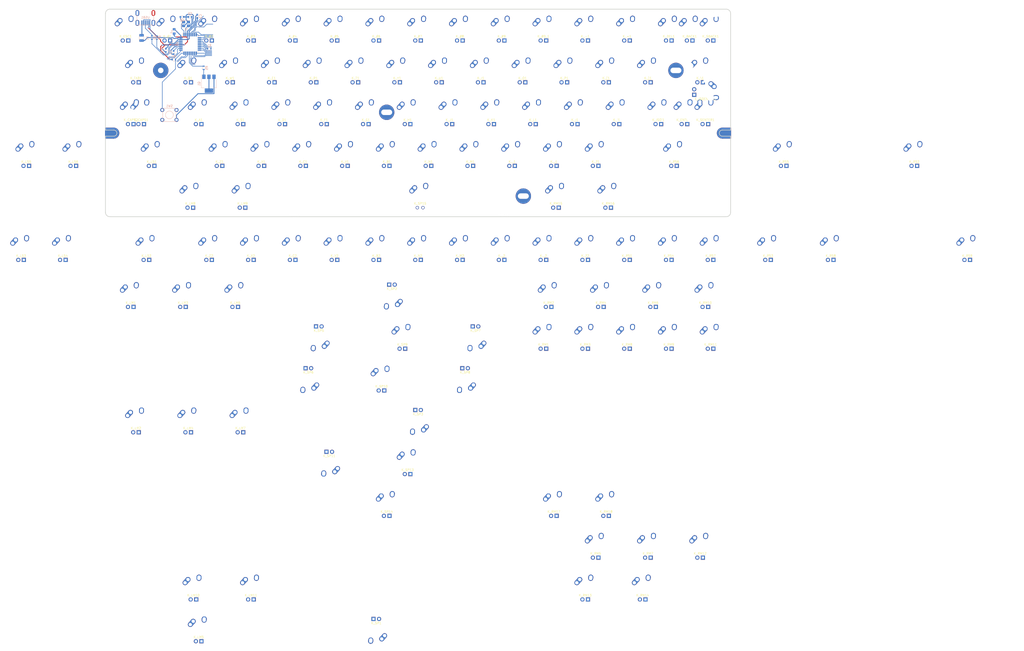
<source format=kicad_pcb>
(kicad_pcb (version 4) (host pcbnew 4.0.6)
  (layers (0 F.Cu signal) (31 B.Cu signal) (34 B.Paste user) (35 F.Paste user) (36 B.SilkS user) (37 F.SilkS user) (38 B.Mask user) (39 F.Mask user) (44 Edge.Cuts user))
  (net 0 "")
  (net 1 "Net-(K_#0_1-Pad3)")
  (net 2 LEDGND)
  (net 3 "Net-(K_#1-Pad3)")
  (net 4 "Net-(K_#2-Pad3)")
  (net 5 "Net-(K_#3-Pad3)")
  (net 6 "Net-(K_#4-Pad3)")
  (net 7 "Net-(K_#5-Pad3)")
  (net 8 "Net-(K_#6-Pad3)")
  (net 9 "Net-(K_#7-Pad3)")
  (net 10 "Net-(K_#8-Pad3)")
  (net 11 "Net-(K_#9-Pad3)")
  (net 12 "Net-(K_'1-Pad3)")
  (net 13 "Net-(K_,1-Pad3)")
  (net 14 "Net-(K_-1-Pad3)")
  (net 15 "Net-(K_.1-Pad3)")
  (net 16 "Net-(K_;1-Pad3)")
  (net 17 "Net-(K_=1-Pad3)")
  (net 18 "Net-(K_A1-Pad3)")
  (net 19 "Net-(K_B1-Pad3)")
  (net 20 "Net-(K_BACK1-Pad3)")
  (net 21 "Net-(K_C1-Pad3)")
  (net 22 "Net-(K_CAPS1-Pad3)")
  (net 23 "Net-(K_D1-Pad3)")
  (net 24 "Net-(K_E1-Pad3)")
  (net 25 "Net-(K_ENTER1-Pad3)")
  (net 26 "Net-(K_ESC1-Pad3)")
  (net 27 "Net-(K_F1-Pad3)")
  (net 28 "Net-(K_G1-Pad3)")
  (net 29 "Net-(K_H1-Pad3)")
  (net 30 "Net-(K_I1-Pad3)")
  (net 31 "Net-(K_ISO`1-Pad3)")
  (net 32 "Net-(K_J1-Pad3)")
  (net 33 "Net-(K_K1-Pad3)")
  (net 34 "Net-(K_L1-Pad3)")
  (net 35 ROW8)
  (net 36 ROW9)
  (net 37 "Net-(K_LS1-Pad3)")
  (net 38 "Net-(K_LS4-Pad3)")
  (net 39 "Net-(K_M1-Pad3)")
  (net 40 "Net-(K_N1-Pad3)")
  (net 41 "Net-(K_O1-Pad3)")
  (net 42 "Net-(K_P1-Pad3)")
  (net 43 "Net-(K_Q1-Pad3)")
  (net 44 "Net-(K_R1-Pad3)")
  (net 45 "Net-(K_RM1-Pad3)")
  (net 46 "Net-(K_RM10-Pad3)")
  (net 47 "Net-(K_RS1-Pad3)")
  (net 48 "Net-(K_RS4-Pad3)")
  (net 49 "Net-(K_RS7-Pad3)")
  (net 50 "Net-(K_S1-Pad3)")
  (net 51 "Net-(K_SBACK1-Pad3)")
  (net 52 "Net-(K_T1-Pad3)")
  (net 53 "Net-(K_TAB1-Pad3)")
  (net 54 "Net-(K_U1-Pad3)")
  (net 55 "Net-(K_V1-Pad3)")
  (net 56 "Net-(K_W1-Pad3)")
  (net 57 "Net-(K_X1-Pad3)")
  (net 58 "Net-(K_Y1-Pad3)")
  (net 59 "Net-(K_Z1-Pad3)")
  (net 60 "Net-(K_[1-Pad3)")
  (net 61 "Net-(K_\\1-Pad3)")
  (net 62 "Net-(K_]1-Pad3)")
  (net 63 "Net-(C1-Pad1)")
  (net 64 GND)
  (net 65 +5V)
  (net 66 VCC)
  (net 67 "Net-(R1-Pad2)")
  (net 68 "Net-(R2-Pad1)")
  (net 69 DP)
  (net 70 "Net-(R3-Pad1)")
  (net 71 DM)
  (net 72 "Net-(R4-Pad1)")
  (net 73 "Net-(K_?1-Pad3)")
  (net 74 COL4)
  (net 75 "Net-(K_SP1-Pad3)")
  (net 76 COL3)
  (net 77 "Net-(K_SP11-Pad3)")
  (net 78 "Net-(K_SP7-Pad3)")
  (net 79 "Net-(K_LM1-Pad3)")
  (net 80 "Net-(K_LM10-Pad3)")
  (net 81 "Net-(K_LM11-Pad3)")
  (net 82 "Net-(C5-Pad1)")
  (net 83 "Net-(C6-Pad1)")
  (net 84 "Net-(Q1-Pad1)")
  (net 85 "Net-(U1-Pad5)")
  (net 86 "Net-(U1-Pad6)")
  (net 87 "Net-(U1-Pad7)")
  (net 88 "Net-(U1-Pad8)")
  (net 89 "Net-(U1-Pad9)")
  (net 90 "Net-(U1-Pad10)")
  (net 91 "Net-(U1-Pad11)")
  (net 92 "Net-(U1-Pad12)")
  (net 93 "Net-(U1-Pad14)")
  (net 94 "Net-(U1-Pad15)")
  (net 95 "Net-(U1-Pad16)")
  (net 96 "Net-(U1-Pad17)")
  (net 97 "Net-(U1-Pad18)")
  (net 98 "Net-(U1-Pad19)")
  (net 99 RGBLED)
  (net 100 "Net-(U1-Pad22)")
  (net 101 "Net-(U1-Pad23)")
  (net 102 "Net-(U1-Pad25)")
  (net 103 "Net-(U1-Pad26)")
  (net 104 "Net-(R5-Pad2)")
  (net 105 "Net-(K_RM13-Pad3)")
  (net 106 "Net-(K_RM14-Pad3)")
  (net 107 "Net-(K_RM16-Pad3)")
  (net 108 "Net-(K_RM16-Pad2)")
  (net 109 "Net-(D#0_1-Pad2)")
  (net 110 COL5)
  (net 111 "Net-(D#1-Pad2)")
  (net 112 COL1)
  (net 113 "Net-(D#2-Pad2)")
  (net 114 "Net-(D#3-Pad2)")
  (net 115 COL2)
  (net 116 "Net-(D#4-Pad2)")
  (net 117 "Net-(D#5-Pad2)")
  (net 118 "Net-(D#6-Pad2)")
  (net 119 "Net-(D#7-Pad2)")
  (net 120 "Net-(D#8-Pad2)")
  (net 121 "Net-(D#9-Pad2)")
  (net 122 "Net-(D'1-Pad2)")
  (net 123 COL6)
  (net 124 "Net-(D,1-Pad2)")
  (net 125 "Net-(D-1-Pad2)")
  (net 126 "Net-(D.1-Pad2)")
  (net 127 "Net-(D;1-Pad2)")
  (net 128 "Net-(D=1-Pad2)")
  (net 129 "Net-(D?1-Pad2)")
  (net 130 "Net-(DA1-Pad2)")
  (net 131 "Net-(DB1-Pad2)")
  (net 132 "Net-(DDEL1-Pad2)")
  (net 133 COL7)
  (net 134 "Net-(DC1-Pad2)")
  (net 135 "Net-(DCAPS1-Pad2)")
  (net 136 "Net-(DD1-Pad2)")
  (net 137 "Net-(DE1-Pad2)")
  (net 138 "Net-(DENTER1-Pad2)")
  (net 139 "Net-(DESC1-Pad2)")
  (net 140 COL0)
  (net 141 "Net-(DF1-Pad2)")
  (net 142 "Net-(DG1-Pad2)")
  (net 143 "Net-(DH1-Pad2)")
  (net 144 "Net-(DI1-Pad2)")
  (net 145 "Net-(K_ISOENTER1-Pad1)")
  (net 146 "Net-(K_ISOENTER1-Pad2)")
  (net 147 "Net-(K_ISOENTER1-Pad4)")
  (net 148 "Net-(K_ISOENTER1-Pad3)")
  (net 149 "Net-(DISO`1-Pad2)")
  (net 150 "Net-(DJ1-Pad2)")
  (net 151 "Net-(DK1-Pad2)")
  (net 152 "Net-(DL1-Pad2)")
  (net 153 "Net-(DM1-Pad2)")
  (net 154 "Net-(DN1-Pad2)")
  (net 155 "Net-(DO1-Pad2)")
  (net 156 "Net-(DP1-Pad2)")
  (net 157 "Net-(DQ1-Pad2)")
  (net 158 "Net-(DR1-Pad2)")
  (net 159 "Net-(DS1-Pad2)")
  (net 160 "Net-(DSBACK1-Pad2)")
  (net 161 "Net-(K_SENTER1-Pad2)")
  (net 162 "Net-(K_SENTER1-Pad1)")
  (net 163 "Net-(K_SENTER1-Pad3)")
  (net 164 "Net-(K_SENTER1-Pad4)")
  (net 165 "Net-(DT1-Pad2)")
  (net 166 "Net-(DTAB1-Pad2)")
  (net 167 "Net-(DU1-Pad2)")
  (net 168 "Net-(DV1-Pad2)")
  (net 169 "Net-(DW1-Pad2)")
  (net 170 "Net-(DX1-Pad2)")
  (net 171 "Net-(DY1-Pad2)")
  (net 172 "Net-(DZ1-Pad2)")
  (net 173 "Net-(D[1-Pad2)")
  (net 174 "Net-(D\\1-Pad2)")
  (net 175 "Net-(D]1-Pad2)")
  (net 176 "Net-(USB1-Pad2)")
  (net 177 "Net-(DLM1-Pad2)")
  (net 178 "Net-(DLM2-Pad2)")
  (net 179 "Net-(DLM3-Pad2)")
  (net 180 "Net-(DLS1-Pad2)")
  (net 181 "Net-(DLS2-Pad2)")
  (net 182 "Net-(DRM1-Pad2)")
  (net 183 "Net-(DRM2-Pad2)")
  (net 184 "Net-(DRM4-Pad2)")
  (net 185 "Net-(DRM3-Pad2)")
  (net 186 "Net-(DRM5-Pad2)")
  (net 187 "Net-(DRS1-Pad2)")
  (net 188 "Net-(DRS2-Pad2)")
  (net 189 "Net-(DRS3-Pad2)")
  (module Capacitors_SMD:C_0603 (layer B.Cu) (at 43.676 25.273 180)
    (fp_text reference C5 (at 0 1.5 180) (layer B.SilkS) (effects (justify mirror)))
    (fp_text value 22pF)
    (pad 1 smd rect (at -0.75 0 180) (size 0.8 0.75) (layers B.Cu B.Paste B.Mask) (net 82 "Net-(C5-Pad1)"))
    (pad 2 smd rect (at 0.75 0 180) (size 0.8 0.75) (layers B.Cu B.Paste B.Mask) (net 64 GND))
  )
  (module Capacitors_SMD:C_0603 (layer B.Cu) (at 40.0685 25.273)
    (fp_text reference C6 (at 0 1.5) (layer B.SilkS) (effects (justify mirror)))
    (fp_text value 22pF)
    (pad 1 smd rect (at -0.75 0) (size 0.8 0.75) (layers B.Cu B.Paste B.Mask) (net 83 "Net-(C6-Pad1)"))
    (pad 2 smd rect (at 0.75 0) (size 0.8 0.75) (layers B.Cu B.Paste B.Mask) (net 64 GND))
  )
  (module MX_Alps_Hybrid:MX-1U (layer F.Cu) (at 33.3375 30.95625)
    (fp_text reference K_#1 (at 0 3.175) (layer F.SilkS))
    (fp_text value MX-1U)
    (pad 2 thru_hole oval (at 2.5 -4.5 86.0548) (size 2.831378 2.25) (drill 1.47 (offset 0.290689 0)) (layers *.Cu *.Mask) (net 111 "Net-(D#1-Pad2)"))
    (pad 2 thru_hole circle (at 2.54 -5.08) (size 2.25 2.25) (drill 1.47) (layers *.Cu *.Mask) (net 111 "Net-(D#1-Pad2)"))
    (pad 1 thru_hole oval (at -3.81 -2.54 48.09963212) (size 4.211556 2.25) (drill 1.47 (offset 0.980778 0)) (layers *.Cu *.Mask) (net 112 COL1))
    (pad "" np_thru_hole circle (at 0 0) (size 3.9878 3.9878) (drill 3.9878) (layers *.Cu *.Mask))
    (pad 1 thru_hole circle (at -2.5 -4) (size 2.25 2.25) (drill 1.47) (layers *.Cu *.Mask) (net 112 COL1))
    (pad 3 thru_hole circle (at -1.27 5.08) (size 1.905 1.905) (drill 1.04) (layers *.Cu *.Mask) (net 3 "Net-(K_#1-Pad3)"))
    (pad 4 thru_hole rect (at 1.27 5.08) (size 1.905 1.905) (drill 1.04) (layers *.Cu *.Mask) (net 2 LEDGND))
    (pad "" np_thru_hole circle (at -5.08 0 48.0996) (size 1.7018 1.7018) (drill 1.7018) (layers *.Cu *.Mask))
    (pad "" np_thru_hole circle (at 5.08 0 48.0996) (size 1.7018 1.7018) (drill 1.7018) (layers *.Cu *.Mask))
  )
  (module MX_Alps_Hybrid:MX-6U (layer F.Cu) (at 139.065 107.15625)
    (fp_text reference K_SP15 (at 9.525 3.175) (layer F.SilkS))
    (fp_text value MX-6U)
    (pad 2 thru_hole oval (at 12.025 -4.5 86.0548) (size 2.831378 2.25) (drill 1.47 (offset 0.290689 0)) (layers *.Cu *.Mask) (net 74 COL4))
    (pad 2 thru_hole circle (at 12.065 -5.08) (size 2.25 2.25) (drill 1.47) (layers *.Cu *.Mask) (net 74 COL4))
    (pad 1 thru_hole oval (at 5.715 -2.54 48.0996) (size 4.211556 2.25) (drill 1.47 (offset 0.980778 0)) (layers *.Cu *.Mask) (net 35 ROW8))
    (pad "" np_thru_hole circle (at 9.525 0) (size 3.9878 3.9878) (drill 3.9878) (layers *.Cu *.Mask))
    (pad 1 thru_hole circle (at 7.025 -4) (size 2.25 2.25) (drill 1.47) (layers *.Cu *.Mask) (net 35 ROW8))
    (pad 3 thru_hole circle (at 8.255 5.08) (size 1.5 1.5) (drill 1.04) (layers *.Cu *.Mask) (net 75 "Net-(K_SP1-Pad3)"))
    (pad 4 thru_hole circle (at 10.795 5.08) (size 1.5 1.5) (drill 1.04) (layers *.Cu *.Mask) (net 2 LEDGND))
    (pad "" np_thru_hole circle (at 4.445 0 48.0996) (size 1.7018 1.7018) (drill 1.7018) (layers *.Cu *.Mask))
    (pad "" np_thru_hole circle (at 14.605 0 48.0996) (size 1.7018 1.7018) (drill 1.7018) (layers *.Cu *.Mask))
    (pad "" np_thru_hole circle (at -47.625 6.985 180) (size 3.048 3.048) (drill 3.048) (layers *.Cu *.Mask))
    (pad "" np_thru_hole circle (at 47.625 6.985 180) (size 3.048 3.048) (drill 3.048) (layers *.Cu *.Mask))
    (pad "" np_thru_hole circle (at -47.625 -8.255 180) (size 3.9878 3.9878) (drill 3.9878) (layers *.Cu *.Mask))
    (pad "" np_thru_hole circle (at 47.625 -8.255 180) (size 3.9878 3.9878) (drill 3.9878) (layers *.Cu *.Mask))
  )
  (module local__lib:60_Outline (layer F.Cu) (at 147.6375 69.05625)
    (fp_text reference REF** hide)
    (fp_text value 60_Outline hide)
    (fp_line (start 138.7 7.8) (end 142.5 7.8) (layer Edge.Cuts) (width 0.3))
    (fp_line (start 138.7 10.6) (end 142.5 10.6) (layer Edge.Cuts) (width 0.3))
    (fp_line (start 142.5 7.8) (end 142.5 -45.3) (layer Edge.Cuts) (width 0.3))
    (fp_line (start 142.5 10.6) (end 142.5 45.3) (layer Edge.Cuts) (width 0.3))
    (fp_arc (start 138.7 9.2) (end 137.3 9.2) (angle -90) (layer Edge.Cuts) (width 0.3))
    (fp_arc (start 138.7 9.2) (end 138.7 7.8) (angle -90) (layer Edge.Cuts) (width 0.3))
    (fp_line (start -142.5 7.8) (end -142.5 -45.3) (layer Edge.Cuts) (width 0.3))
    (fp_line (start -138.7 7.8) (end -142.5 7.8) (layer Edge.Cuts) (width 0.3))
    (fp_arc (start -138.7 9.2) (end -138.7 7.8) (angle 90) (layer Edge.Cuts) (width 0.3))
    (fp_line (start -142.5 10.6) (end -138.7 10.6) (layer Edge.Cuts) (width 0.3))
    (fp_arc (start -138.7 9.2) (end -137.3 9.2) (angle 90) (layer Edge.Cuts) (width 0.3))
    (fp_line (start -142.5 45.3) (end -142.5 10.6) (layer Edge.Cuts) (width 0.3))
    (fp_arc (start 140.5 -45.3) (end 140.5 -47.3) (angle 90) (layer Edge.Cuts) (width 0.3))
    (fp_arc (start 140.5 45.3) (end 142.5 45.3) (angle 90) (layer Edge.Cuts) (width 0.3))
    (fp_arc (start -140.5 45.3) (end -140.5 47.3) (angle 90) (layer Edge.Cuts) (width 0.3))
    (fp_arc (start -140.5 -45.3) (end -142.5 -45.3) (angle 90) (layer Edge.Cuts) (width 0.3))
    (fp_line (start 140.5 -47.3) (end -140.5 -47.3) (layer Edge.Cuts) (width 0.3))
    (fp_line (start -140.5 47.3) (end 140.5 47.3) (layer Edge.Cuts) (width 0.3))
    (pad 1 smd circle (at 138.7 9.2) (size 5.00126 5.00126) (layers F.Cu B.Mask))
    (pad 1 smd rect (at 140.7 9.2) (size 4 5.00126) (layers F.Cu F.Mask))
    (pad 1 smd rect (at 140.7 9.2) (size 4 5.00126) (layers B.Cu B.Mask))
    (pad 1 smd circle (at 138.7 9.2) (size 5.00126 5.00126) (layers B.Cu B.Mask))
    (pad 1 smd rect (at -140.7 9.2) (size 4 5.00126) (layers B.Cu B.Mask))
    (pad 1 smd circle (at -138.7 9.2) (size 5.00126 5.00126) (layers B.Cu B.Mask))
    (pad 1 thru_hole circle (at -117.3 -19.4) (size 7.0013 7.0013) (drill 2.4994) (layers *.Cu *.Mask))
    (pad 1 thru_hole circle (at -14.3 -0.3) (size 7.00024 7.00024) (drill oval 5.00126 2.49936) (layers *.Cu *.Mask))
    (pad 1 thru_hole circle (at 48 37.9) (size 7.00024 7.00024) (drill oval 5.00126 2.49936) (layers *.Cu *.Mask))
    (pad 1 thru_hole circle (at 117.55 -19.4) (size 7.00024 7.00024) (drill oval 5.00126 2.49936) (layers *.Cu *.Mask))
    (pad 1 smd circle (at -138.7 9.2) (size 5.00126 5.00126) (layers F.Cu F.Mask))
    (pad 1 smd rect (at -140.7 9.2) (size 4 5.00126) (layers F.Cu F.Mask))
  )
  (module Capacitors_SMD:C_0603 (layer B.Cu) (at 36.195 41.517 270)
    (fp_text reference C1 (at 0 1.5 270) (layer B.SilkS) (effects (justify mirror)))
    (fp_text value 1uF)
    (pad 1 smd rect (at -0.75 0 270) (size 0.8 0.75) (layers B.Cu B.Paste B.Mask) (net 63 "Net-(C1-Pad1)"))
    (pad 2 smd rect (at 0.75 0 270) (size 0.8 0.75) (layers B.Cu B.Paste B.Mask) (net 64 GND))
  )
  (module Capacitors_SMD:C_0603 (layer B.Cu) (at 32.639 40.525 270)
    (fp_text reference C2 (at 0 1.5 270) (layer B.SilkS) (effects (justify mirror)))
    (fp_text value 100nF)
    (pad 1 smd rect (at -0.75 0 270) (size 0.8 0.75) (layers B.Cu B.Paste B.Mask) (net 65 +5V))
    (pad 2 smd rect (at 0.75 0 270) (size 0.8 0.75) (layers B.Cu B.Paste B.Mask) (net 64 GND))
  )
  (module Capacitors_SMD:C_0603 (layer B.Cu) (at 46.99 25.007 90)
    (fp_text reference C3 (at 0 1.5 90) (layer B.SilkS) (effects (justify mirror)))
    (fp_text value 100nF)
    (pad 1 smd rect (at -0.75 0 90) (size 0.8 0.75) (layers B.Cu B.Paste B.Mask) (net 65 +5V))
    (pad 2 smd rect (at 0.75 0 90) (size 0.8 0.75) (layers B.Cu B.Paste B.Mask) (net 64 GND))
  )
  (module Capacitors_SMD:C_0805 (layer B.Cu) (at 36.449 31.893 270)
    (fp_text reference C4 (at 0 1.5 270) (layer B.SilkS) (effects (justify mirror)))
    (fp_text value 4.7uF)
    (pad 1 smd rect (at -1 0 270) (size 1 1.25) (layers B.Cu B.Paste B.Mask) (net 65 +5V))
    (pad 2 smd rect (at 1 0 270) (size 1 1.25) (layers B.Cu B.Paste B.Mask) (net 64 GND))
  )
  (module Fuse_Holders_and_Fuses:Fuse_SMD1206_Reflow (layer B.Cu) (at 21.59 34.855 90)
    (fp_text reference F1 (at -0.1 2.75 90) (layer B.SilkS) (effects (justify mirror)))
    (fp_text value Polyfuse)
    (pad 1 smd rect (at -1.2 0) (size 2.03 1.14) (layers B.Cu B.Paste B.Mask) (net 65 +5V))
    (pad 2 smd rect (at 1.2 0) (size 2.03 1.14) (layers B.Cu B.Paste B.Mask) (net 66 VCC))
  )
  (module Resistors_SMD:R_0603 (layer B.Cu) (at 52.463 39.751 180)
    (fp_text reference R1 (at 0 1.45 180) (layer B.SilkS) (effects (justify mirror)))
    (fp_text value 10k)
    (pad 1 smd rect (at -0.75 0 180) (size 0.5 0.9) (layers B.Cu B.Paste B.Mask) (net 64 GND))
    (pad 2 smd rect (at 0.75 0 180) (size 0.5 0.9) (layers B.Cu B.Paste B.Mask) (net 67 "Net-(R1-Pad2)"))
  )
  (module Resistors_SMD:R_0603 (layer B.Cu) (at 26.32075 34.69075 90)
    (fp_text reference R2 (at 0 1.45 90) (layer B.SilkS) (effects (justify mirror)))
    (fp_text value 22)
    (pad 1 smd rect (at -0.75 0 90) (size 0.5 0.9) (layers B.Cu B.Paste B.Mask) (net 68 "Net-(R2-Pad1)"))
    (pad 2 smd rect (at 0.75 0 90) (size 0.5 0.9) (layers B.Cu B.Paste B.Mask) (net 69 DP))
  )
  (module Resistors_SMD:R_0603 (layer B.Cu) (at 28.54325 34.69075 90)
    (fp_text reference R3 (at 0 1.45 90) (layer B.SilkS) (effects (justify mirror)))
    (fp_text value 22)
    (pad 1 smd rect (at -0.75 0 90) (size 0.5 0.9) (layers B.Cu B.Paste B.Mask) (net 70 "Net-(R3-Pad1)"))
    (pad 2 smd rect (at 0.75 0 90) (size 0.5 0.9) (layers B.Cu B.Paste B.Mask) (net 71 DM))
  )
  (module Resistors_SMD:R_0603 (layer B.Cu) (at 36.322 44.704 180)
    (fp_text reference R4 (at 0 1.45 180) (layer B.SilkS) (effects (justify mirror)))
    (fp_text value 10k)
    (pad 1 smd rect (at -0.75 0 180) (size 0.5 0.9) (layers B.Cu B.Paste B.Mask) (net 72 "Net-(R4-Pad1)"))
    (pad 2 smd rect (at 0.75 0 180) (size 0.5 0.9) (layers B.Cu B.Paste B.Mask) (net 65 +5V))
  )
  (module TO_SOT_Packages_SMD:SOT-223-3Lead_TabPin2 (layer B.Cu) (at 52.31 55.728 270)
    (fp_text reference Q1 (at 0 4.5 270) (layer B.SilkS) (effects (justify mirror)))
    (fp_text value NSS40301MZ4T1G)
    (pad 2 smd rect (at 3.15 0 270) (size 2 3.8) (layers B.Cu B.Paste B.Mask) (net 2 LEDGND))
    (pad 2 smd rect (at -3.15 0 270) (size 2 1.5) (layers B.Cu B.Paste B.Mask) (net 2 LEDGND))
    (pad 3 smd rect (at -3.15 -2.3 270) (size 2 1.5) (layers B.Cu B.Paste B.Mask) (net 64 GND))
    (pad 1 smd rect (at -3.15 2.3 270) (size 2 1.5) (layers B.Cu B.Paste B.Mask) (net 84 "Net-(Q1-Pad1)"))
  )
  (module Housings_QFP:TQFP-32_7x7mm_Pitch0.8mm (layer B.Cu) (at 43.75125 37.5875 270)
    (fp_text reference U1 (at 0 6.05 270) (layer B.SilkS) (effects (justify mirror)))
    (fp_text value ATMEGA32U2-AU)
    (pad 1 smd rect (at -4.25 2.8 270) (size 1.6 0.55) (layers B.Cu B.Paste B.Mask) (net 83 "Net-(C6-Pad1)"))
    (pad 2 smd rect (at -4.25 2 270) (size 1.6 0.55) (layers B.Cu B.Paste B.Mask) (net 82 "Net-(C5-Pad1)"))
    (pad 3 smd rect (at -4.25 1.2 270) (size 1.6 0.55) (layers B.Cu B.Paste B.Mask) (net 64 GND))
    (pad 4 smd rect (at -4.25 0.4 270) (size 1.6 0.55) (layers B.Cu B.Paste B.Mask) (net 65 +5V))
    (pad 5 smd rect (at -4.25 -0.4 270) (size 1.6 0.55) (layers B.Cu B.Paste B.Mask) (net 85 "Net-(U1-Pad5)"))
    (pad 6 smd rect (at -4.25 -1.2 270) (size 1.6 0.55) (layers B.Cu B.Paste B.Mask) (net 86 "Net-(U1-Pad6)"))
    (pad 7 smd rect (at -4.25 -2 270) (size 1.6 0.55) (layers B.Cu B.Paste B.Mask) (net 87 "Net-(U1-Pad7)"))
    (pad 8 smd rect (at -4.25 -2.8 270) (size 1.6 0.55) (layers B.Cu B.Paste B.Mask) (net 88 "Net-(U1-Pad8)"))
    (pad 9 smd rect (at -2.8 -4.25 180) (size 1.6 0.55) (layers B.Cu B.Paste B.Mask) (net 89 "Net-(U1-Pad9)"))
    (pad 10 smd rect (at -2 -4.25 180) (size 1.6 0.55) (layers B.Cu B.Paste B.Mask) (net 90 "Net-(U1-Pad10)"))
    (pad 11 smd rect (at -1.2 -4.25 180) (size 1.6 0.55) (layers B.Cu B.Paste B.Mask) (net 91 "Net-(U1-Pad11)"))
    (pad 12 smd rect (at -0.4 -4.25 180) (size 1.6 0.55) (layers B.Cu B.Paste B.Mask) (net 92 "Net-(U1-Pad12)"))
    (pad 13 smd rect (at 0.4 -4.25 180) (size 1.6 0.55) (layers B.Cu B.Paste B.Mask) (net 67 "Net-(R1-Pad2)"))
    (pad 14 smd rect (at 1.2 -4.25 180) (size 1.6 0.55) (layers B.Cu B.Paste B.Mask) (net 93 "Net-(U1-Pad14)"))
    (pad 15 smd rect (at 2 -4.25 180) (size 1.6 0.55) (layers B.Cu B.Paste B.Mask) (net 94 "Net-(U1-Pad15)"))
    (pad 16 smd rect (at 2.8 -4.25 180) (size 1.6 0.55) (layers B.Cu B.Paste B.Mask) (net 95 "Net-(U1-Pad16)"))
    (pad 17 smd rect (at 4.25 -2.8 270) (size 1.6 0.55) (layers B.Cu B.Paste B.Mask) (net 96 "Net-(U1-Pad17)"))
    (pad 18 smd rect (at 4.25 -2 270) (size 1.6 0.55) (layers B.Cu B.Paste B.Mask) (net 97 "Net-(U1-Pad18)"))
    (pad 19 smd rect (at 4.25 -1.2 270) (size 1.6 0.55) (layers B.Cu B.Paste B.Mask) (net 98 "Net-(U1-Pad19)"))
    (pad 20 smd rect (at 4.25 -0.4 270) (size 1.6 0.55) (layers B.Cu B.Paste B.Mask) (net 99 RGBLED))
    (pad 21 smd rect (at 4.25 0.4 270) (size 1.6 0.55) (layers B.Cu B.Paste B.Mask) (net 104 "Net-(R5-Pad2)"))
    (pad 22 smd rect (at 4.25 1.2 270) (size 1.6 0.55) (layers B.Cu B.Paste B.Mask) (net 100 "Net-(U1-Pad22)"))
    (pad 23 smd rect (at 4.25 2 270) (size 1.6 0.55) (layers B.Cu B.Paste B.Mask) (net 101 "Net-(U1-Pad23)"))
    (pad 24 smd rect (at 4.25 2.8 270) (size 1.6 0.55) (layers B.Cu B.Paste B.Mask) (net 72 "Net-(R4-Pad1)"))
    (pad 25 smd rect (at 2.8 4.25 180) (size 1.6 0.55) (layers B.Cu B.Paste B.Mask) (net 102 "Net-(U1-Pad25)"))
    (pad 26 smd rect (at 2 4.25 180) (size 1.6 0.55) (layers B.Cu B.Paste B.Mask) (net 103 "Net-(U1-Pad26)"))
    (pad 27 smd rect (at 1.2 4.25 180) (size 1.6 0.55) (layers B.Cu B.Paste B.Mask) (net 63 "Net-(C1-Pad1)"))
    (pad 28 smd rect (at 0.4 4.25 180) (size 1.6 0.55) (layers B.Cu B.Paste B.Mask) (net 64 GND))
    (pad 29 smd rect (at -0.4 4.25 180) (size 1.6 0.55) (layers B.Cu B.Paste B.Mask) (net 68 "Net-(R2-Pad1)"))
    (pad 30 smd rect (at -1.2 4.25 180) (size 1.6 0.55) (layers B.Cu B.Paste B.Mask) (net 70 "Net-(R3-Pad1)"))
    (pad 31 smd rect (at -2 4.25 180) (size 1.6 0.55) (layers B.Cu B.Paste B.Mask) (net 65 +5V))
    (pad 32 smd rect (at -2.8 4.25 180) (size 1.6 0.55) (layers B.Cu B.Paste B.Mask) (net 65 +5V))
  )
  (module Crystals:Crystal_SMD_3225-4pin_3.2x2.5mm (layer B.Cu) (at 41.867 28.487)
    (fp_text reference Y1 (at 0 2.45) (layer B.SilkS) (effects (justify mirror)))
    (fp_text value Crystal_GND24)
    (pad 1 smd rect (at -1.1 -0.85) (size 1.4 1.2) (layers B.Cu B.Paste B.Mask) (net 83 "Net-(C6-Pad1)"))
    (pad 2 smd rect (at 1.1 -0.85) (size 1.4 1.2) (layers B.Cu B.Paste B.Mask) (net 64 GND))
    (pad 3 smd rect (at 1.1 0.85) (size 1.4 1.2) (layers B.Cu B.Paste B.Mask) (net 82 "Net-(C5-Pad1)"))
    (pad 4 smd rect (at -1.1 0.85) (size 1.4 1.2) (layers B.Cu B.Paste B.Mask) (net 64 GND))
  )
  (module Resistors_SMD:R_0603 (layer B.Cu) (at 49.911 48.502 90)
    (fp_text reference R5 (at 0 1.45 90) (layer B.SilkS) (effects (justify mirror)))
    (fp_text value 1.5k)
    (pad 1 smd rect (at -0.75 0 90) (size 0.5 0.9) (layers B.Cu B.Paste B.Mask) (net 84 "Net-(Q1-Pad1)"))
    (pad 2 smd rect (at 0.75 0 90) (size 0.5 0.9) (layers B.Cu B.Paste B.Mask) (net 104 "Net-(R5-Pad2)"))
  )
  (module MX_Alps_Hybrid:MX-2U (layer F.Cu) (at 397.98625 130.96875)
    (fp_text reference K_RS9 (at 0 3.175) (layer F.SilkS))
    (fp_text value MX-2U)
    (pad 2 thru_hole oval (at 2.5 -4.5 86.0548) (size 2.831378 2.25) (drill 1.47 (offset 0.290689 0)) (layers *.Cu *.Mask) (net 189 "Net-(DRS3-Pad2)"))
    (pad 2 thru_hole circle (at 2.54 -5.08) (size 2.25 2.25) (drill 1.47) (layers *.Cu *.Mask) (net 189 "Net-(DRS3-Pad2)"))
    (pad 1 thru_hole oval (at -3.81 -2.54 48.09963212) (size 4.211556 2.25) (drill 1.47 (offset 0.980778 0)) (layers *.Cu *.Mask) (net 133 COL7))
    (pad "" np_thru_hole circle (at 0 0) (size 3.9878 3.9878) (drill 3.9878) (layers *.Cu *.Mask))
    (pad 1 thru_hole circle (at -2.5 -4) (size 2.25 2.25) (drill 1.47) (layers *.Cu *.Mask) (net 133 COL7))
    (pad 3 thru_hole circle (at -1.27 5.08) (size 1.905 1.905) (drill 1.04) (layers *.Cu *.Mask) (net 49 "Net-(K_RS7-Pad3)"))
    (pad 4 thru_hole rect (at 1.27 5.08) (size 1.905 1.905) (drill 1.04) (layers *.Cu *.Mask) (net 2 LEDGND))
    (pad "" np_thru_hole circle (at -5.08 0 48.0996) (size 1.7018 1.7018) (drill 1.7018) (layers *.Cu *.Mask))
    (pad "" np_thru_hole circle (at 5.08 0 48.0996) (size 1.7018 1.7018) (drill 1.7018) (layers *.Cu *.Mask))
    (pad "" np_thru_hole circle (at -11.90625 -6.985) (size 3.048 3.048) (drill 3.048) (layers *.Cu *.Mask))
    (pad "" np_thru_hole circle (at 11.90625 -6.985) (size 3.048 3.048) (drill 3.048) (layers *.Cu *.Mask))
    (pad "" np_thru_hole circle (at -11.90625 8.255) (size 3.9878 3.9878) (drill 3.9878) (layers *.Cu *.Mask))
    (pad "" np_thru_hole circle (at 11.90625 8.255) (size 3.9878 3.9878) (drill 3.9878) (layers *.Cu *.Mask))
  )
  (module MX_Alps_Hybrid:MX-2U (layer F.Cu) (at 23.8125 130.96875)
    (fp_text reference K_LS2 (at 0 3.175) (layer F.SilkS))
    (fp_text value MX-2U)
    (pad 2 thru_hole oval (at 2.5 -4.5 86.0548) (size 2.831378 2.25) (drill 1.47 (offset 0.290689 0)) (layers *.Cu *.Mask) (net 180 "Net-(DLS1-Pad2)"))
    (pad 2 thru_hole circle (at 2.54 -5.08) (size 2.25 2.25) (drill 1.47) (layers *.Cu *.Mask) (net 180 "Net-(DLS1-Pad2)"))
    (pad 1 thru_hole oval (at -3.81 -2.54 48.09963212) (size 4.211556 2.25) (drill 1.47 (offset 0.980778 0)) (layers *.Cu *.Mask) (net 140 COL0))
    (pad "" np_thru_hole circle (at 0 0) (size 3.9878 3.9878) (drill 3.9878) (layers *.Cu *.Mask))
    (pad 1 thru_hole circle (at -2.5 -4) (size 2.25 2.25) (drill 1.47) (layers *.Cu *.Mask) (net 140 COL0))
    (pad 3 thru_hole circle (at -1.27 5.08) (size 1.905 1.905) (drill 1.04) (layers *.Cu *.Mask) (net 37 "Net-(K_LS1-Pad3)"))
    (pad 4 thru_hole rect (at 1.27 5.08) (size 1.905 1.905) (drill 1.04) (layers *.Cu *.Mask) (net 2 LEDGND))
    (pad "" np_thru_hole circle (at -5.08 0 48.0996) (size 1.7018 1.7018) (drill 1.7018) (layers *.Cu *.Mask))
    (pad "" np_thru_hole circle (at 5.08 0 48.0996) (size 1.7018 1.7018) (drill 1.7018) (layers *.Cu *.Mask))
    (pad "" np_thru_hole circle (at -11.90625 -6.985) (size 3.048 3.048) (drill 3.048) (layers *.Cu *.Mask))
    (pad "" np_thru_hole circle (at 11.90625 -6.985) (size 3.048 3.048) (drill 3.048) (layers *.Cu *.Mask))
    (pad "" np_thru_hole circle (at -11.90625 8.255) (size 3.9878 3.9878) (drill 3.9878) (layers *.Cu *.Mask))
    (pad "" np_thru_hole circle (at 11.90625 8.255) (size 3.9878 3.9878) (drill 3.9878) (layers *.Cu *.Mask))
  )
  (module MX_Alps_Hybrid:MX-2U (layer F.Cu) (at 271.4625 30.95625)
    (fp_text reference K_BACK1 (at 0 3.175) (layer F.SilkS))
    (fp_text value MX-2U)
    (pad 2 thru_hole oval (at 2.5 -4.5 86.0548) (size 2.831378 2.25) (drill 1.47 (offset 0.290689 0)) (layers *.Cu *.Mask) (net 132 "Net-(DDEL1-Pad2)"))
    (pad 2 thru_hole circle (at 2.54 -5.08) (size 2.25 2.25) (drill 1.47) (layers *.Cu *.Mask) (net 132 "Net-(DDEL1-Pad2)"))
    (pad 1 thru_hole oval (at -3.81 -2.54 48.09963212) (size 4.211556 2.25) (drill 1.47 (offset 0.980778 0)) (layers *.Cu *.Mask) (net 133 COL7))
    (pad "" np_thru_hole circle (at 0 0) (size 3.9878 3.9878) (drill 3.9878) (layers *.Cu *.Mask))
    (pad 1 thru_hole circle (at -2.5 -4) (size 2.25 2.25) (drill 1.47) (layers *.Cu *.Mask) (net 133 COL7))
    (pad 3 thru_hole circle (at -1.27 5.08) (size 1.905 1.905) (drill 1.04) (layers *.Cu *.Mask) (net 20 "Net-(K_BACK1-Pad3)"))
    (pad 4 thru_hole rect (at 1.27 5.08) (size 1.905 1.905) (drill 1.04) (layers *.Cu *.Mask) (net 2 LEDGND))
    (pad "" np_thru_hole circle (at -5.08 0 48.0996) (size 1.7018 1.7018) (drill 1.7018) (layers *.Cu *.Mask))
    (pad "" np_thru_hole circle (at 5.08 0 48.0996) (size 1.7018 1.7018) (drill 1.7018) (layers *.Cu *.Mask))
    (pad "" np_thru_hole circle (at -11.90625 -6.985) (size 3.048 3.048) (drill 3.048) (layers *.Cu *.Mask))
    (pad "" np_thru_hole circle (at 11.90625 -6.985) (size 3.048 3.048) (drill 3.048) (layers *.Cu *.Mask))
    (pad "" np_thru_hole circle (at -11.90625 8.255) (size 3.9878 3.9878) (drill 3.9878) (layers *.Cu *.Mask))
    (pad "" np_thru_hole circle (at 11.90625 8.255) (size 3.9878 3.9878) (drill 3.9878) (layers *.Cu *.Mask))
  )
  (module MX_Alps_Hybrid:MX-1.5U (layer F.Cu) (at 209.55 247.65)
    (fp_text reference K_RM17 (at 0 3.175) (layer F.SilkS))
    (fp_text value MX-1.5U)
    (pad 2 thru_hole oval (at 2.5 -4.5 86.0548) (size 2.831378 2.25) (drill 1.47 (offset 0.290689 0)) (layers *.Cu *.Mask) (net 182 "Net-(DRM1-Pad2)"))
    (pad 2 thru_hole circle (at 2.54 -5.08) (size 2.25 2.25) (drill 1.47) (layers *.Cu *.Mask) (net 182 "Net-(DRM1-Pad2)"))
    (pad 1 thru_hole oval (at -3.81 -2.54 48.09963212) (size 4.211556 2.25) (drill 1.47 (offset 0.980778 0)) (layers *.Cu *.Mask) (net 110 COL5))
    (pad "" np_thru_hole circle (at 0 0) (size 3.9878 3.9878) (drill 3.9878) (layers *.Cu *.Mask))
    (pad 1 thru_hole circle (at -2.5 -4) (size 2.25 2.25) (drill 1.47) (layers *.Cu *.Mask) (net 110 COL5))
    (pad 3 thru_hole circle (at -1.27 5.08) (size 1.905 1.905) (drill 1.04) (layers *.Cu *.Mask) (net 45 "Net-(K_RM1-Pad3)"))
    (pad 4 thru_hole rect (at 1.27 5.08) (size 1.905 1.905) (drill 1.04) (layers *.Cu *.Mask) (net 2 LEDGND))
    (pad "" np_thru_hole circle (at -5.08 0 48.0996) (size 1.7018 1.7018) (drill 1.7018) (layers *.Cu *.Mask))
    (pad "" np_thru_hole circle (at 5.08 0 48.0996) (size 1.7018 1.7018) (drill 1.7018) (layers *.Cu *.Mask))
  )
  (module MX_Alps_Hybrid:MX-1.5U (layer F.Cu) (at 210.5025 107.15625)
    (fp_text reference K_RM15 (at 0 3.175) (layer F.SilkS))
    (fp_text value MX-1.5U)
    (pad 2 thru_hole oval (at 2.5 -4.5 86.0548) (size 2.831378 2.25) (drill 1.47 (offset 0.290689 0)) (layers *.Cu *.Mask) (net 182 "Net-(DRM1-Pad2)"))
    (pad 2 thru_hole circle (at 2.54 -5.08) (size 2.25 2.25) (drill 1.47) (layers *.Cu *.Mask) (net 182 "Net-(DRM1-Pad2)"))
    (pad 1 thru_hole oval (at -3.81 -2.54 48.09963212) (size 4.211556 2.25) (drill 1.47 (offset 0.980778 0)) (layers *.Cu *.Mask) (net 110 COL5))
    (pad "" np_thru_hole circle (at 0 0) (size 3.9878 3.9878) (drill 3.9878) (layers *.Cu *.Mask))
    (pad 1 thru_hole circle (at -2.5 -4) (size 2.25 2.25) (drill 1.47) (layers *.Cu *.Mask) (net 110 COL5))
    (pad 3 thru_hole circle (at -1.27 5.08) (size 1.905 1.905) (drill 1.04) (layers *.Cu *.Mask) (net 45 "Net-(K_RM1-Pad3)"))
    (pad 4 thru_hole rect (at 1.27 5.08) (size 1.905 1.905) (drill 1.04) (layers *.Cu *.Mask) (net 2 LEDGND))
    (pad "" np_thru_hole circle (at -5.08 0 48.0996) (size 1.7018 1.7018) (drill 1.7018) (layers *.Cu *.Mask))
    (pad "" np_thru_hole circle (at 5.08 0 48.0996) (size 1.7018 1.7018) (drill 1.7018) (layers *.Cu *.Mask))
  )
  (module MX_Alps_Hybrid:MX-1.5U (layer F.Cu) (at 223.8375 285.75)
    (fp_text reference K_RM13 (at 0 3.175) (layer F.SilkS))
    (fp_text value MX-1.5U)
    (pad 2 thru_hole oval (at 2.5 -4.5 86.0548) (size 2.831378 2.25) (drill 1.47 (offset 0.290689 0)) (layers *.Cu *.Mask) (net 183 "Net-(DRM2-Pad2)"))
    (pad 2 thru_hole circle (at 2.54 -5.08) (size 2.25 2.25) (drill 1.47) (layers *.Cu *.Mask) (net 183 "Net-(DRM2-Pad2)"))
    (pad 1 thru_hole oval (at -3.81 -2.54 48.09963212) (size 4.211556 2.25) (drill 1.47 (offset 0.980778 0)) (layers *.Cu *.Mask) (net 123 COL6))
    (pad "" np_thru_hole circle (at 0 0) (size 3.9878 3.9878) (drill 3.9878) (layers *.Cu *.Mask))
    (pad 1 thru_hole circle (at -2.5 -4) (size 2.25 2.25) (drill 1.47) (layers *.Cu *.Mask) (net 123 COL6))
    (pad 3 thru_hole circle (at -1.27 5.08) (size 1.905 1.905) (drill 1.04) (layers *.Cu *.Mask) (net 105 "Net-(K_RM13-Pad3)"))
    (pad 4 thru_hole rect (at 1.27 5.08) (size 1.905 1.905) (drill 1.04) (layers *.Cu *.Mask) (net 2 LEDGND))
    (pad "" np_thru_hole circle (at -5.08 0 48.0996) (size 1.7018 1.7018) (drill 1.7018) (layers *.Cu *.Mask))
    (pad "" np_thru_hole circle (at 5.08 0 48.0996) (size 1.7018 1.7018) (drill 1.7018) (layers *.Cu *.Mask))
  )
  (module MX_Alps_Hybrid:MX-1.5U (layer F.Cu) (at 71.4375 285.75)
    (fp_text reference K_LM11 (at 0 3.175) (layer F.SilkS))
    (fp_text value MX-1.5U)
    (pad 2 thru_hole oval (at 2.5 -4.5 86.0548) (size 2.831378 2.25) (drill 1.47 (offset 0.290689 0)) (layers *.Cu *.Mask) (net 179 "Net-(DLM3-Pad2)"))
    (pad 2 thru_hole circle (at 2.54 -5.08) (size 2.25 2.25) (drill 1.47) (layers *.Cu *.Mask) (net 179 "Net-(DLM3-Pad2)"))
    (pad 1 thru_hole oval (at -3.81 -2.54 48.09963212) (size 4.211556 2.25) (drill 1.47 (offset 0.980778 0)) (layers *.Cu *.Mask) (net 112 COL1))
    (pad "" np_thru_hole circle (at 0 0) (size 3.9878 3.9878) (drill 3.9878) (layers *.Cu *.Mask))
    (pad 1 thru_hole circle (at -2.5 -4) (size 2.25 2.25) (drill 1.47) (layers *.Cu *.Mask) (net 112 COL1))
    (pad 3 thru_hole circle (at -1.27 5.08) (size 1.905 1.905) (drill 1.04) (layers *.Cu *.Mask) (net 81 "Net-(K_LM11-Pad3)"))
    (pad 4 thru_hole rect (at 1.27 5.08) (size 1.905 1.905) (drill 1.04) (layers *.Cu *.Mask) (net 2 LEDGND))
    (pad "" np_thru_hole circle (at -5.08 0 48.0996) (size 1.7018 1.7018) (drill 1.7018) (layers *.Cu *.Mask))
    (pad "" np_thru_hole circle (at 5.08 0 48.0996) (size 1.7018 1.7018) (drill 1.7018) (layers *.Cu *.Mask))
  )
  (module MX_Alps_Hybrid:MX-1.5U (layer F.Cu) (at 67.6275 107.15625)
    (fp_text reference K_LM9 (at 0 3.175) (layer F.SilkS))
    (fp_text value MX-1.5U)
    (pad 2 thru_hole oval (at 2.5 -4.5 86.0548) (size 2.831378 2.25) (drill 1.47 (offset 0.290689 0)) (layers *.Cu *.Mask) (net 179 "Net-(DLM3-Pad2)"))
    (pad 2 thru_hole circle (at 2.54 -5.08) (size 2.25 2.25) (drill 1.47) (layers *.Cu *.Mask) (net 179 "Net-(DLM3-Pad2)"))
    (pad 1 thru_hole oval (at -3.81 -2.54 48.09963212) (size 4.211556 2.25) (drill 1.47 (offset 0.980778 0)) (layers *.Cu *.Mask) (net 112 COL1))
    (pad "" np_thru_hole circle (at 0 0) (size 3.9878 3.9878) (drill 3.9878) (layers *.Cu *.Mask))
    (pad 1 thru_hole circle (at -2.5 -4) (size 2.25 2.25) (drill 1.47) (layers *.Cu *.Mask) (net 112 COL1))
    (pad 3 thru_hole circle (at -1.27 5.08) (size 1.905 1.905) (drill 1.04) (layers *.Cu *.Mask) (net 81 "Net-(K_LM11-Pad3)"))
    (pad 4 thru_hole rect (at 1.27 5.08) (size 1.905 1.905) (drill 1.04) (layers *.Cu *.Mask) (net 2 LEDGND))
    (pad "" np_thru_hole circle (at -5.08 0 48.0996) (size 1.7018 1.7018) (drill 1.7018) (layers *.Cu *.Mask))
    (pad "" np_thru_hole circle (at 5.08 0 48.0996) (size 1.7018 1.7018) (drill 1.7018) (layers *.Cu *.Mask))
  )
  (module MX_Alps_Hybrid:MX-1.5U (layer F.Cu) (at 66.675 209.55)
    (fp_text reference K_LM7 (at 0 3.175) (layer F.SilkS))
    (fp_text value MX-1.5U)
    (pad 2 thru_hole oval (at 2.5 -4.5 86.0548) (size 2.831378 2.25) (drill 1.47 (offset 0.290689 0)) (layers *.Cu *.Mask) (net 179 "Net-(DLM3-Pad2)"))
    (pad 2 thru_hole circle (at 2.54 -5.08) (size 2.25 2.25) (drill 1.47) (layers *.Cu *.Mask) (net 179 "Net-(DLM3-Pad2)"))
    (pad 1 thru_hole oval (at -3.81 -2.54 48.09963212) (size 4.211556 2.25) (drill 1.47 (offset 0.980778 0)) (layers *.Cu *.Mask) (net 112 COL1))
    (pad "" np_thru_hole circle (at 0 0) (size 3.9878 3.9878) (drill 3.9878) (layers *.Cu *.Mask))
    (pad 1 thru_hole circle (at -2.5 -4) (size 2.25 2.25) (drill 1.47) (layers *.Cu *.Mask) (net 112 COL1))
    (pad 3 thru_hole circle (at -1.27 5.08) (size 1.905 1.905) (drill 1.04) (layers *.Cu *.Mask) (net 81 "Net-(K_LM11-Pad3)"))
    (pad 4 thru_hole rect (at 1.27 5.08) (size 1.905 1.905) (drill 1.04) (layers *.Cu *.Mask) (net 2 LEDGND))
    (pad "" np_thru_hole circle (at -5.08 0 48.0996) (size 1.7018 1.7018) (drill 1.7018) (layers *.Cu *.Mask))
    (pad "" np_thru_hole circle (at 5.08 0 48.0996) (size 1.7018 1.7018) (drill 1.7018) (layers *.Cu *.Mask))
  )
  (module MX_Alps_Hybrid:MX-1.5U (layer F.Cu) (at 47.625 304.8)
    (fp_text reference K_LM5 (at 0 3.175) (layer F.SilkS))
    (fp_text value MX-1.5U)
    (pad 2 thru_hole oval (at 2.5 -4.5 86.0548) (size 2.831378 2.25) (drill 1.47 (offset 0.290689 0)) (layers *.Cu *.Mask) (net 178 "Net-(DLM2-Pad2)"))
    (pad 2 thru_hole circle (at 2.54 -5.08) (size 2.25 2.25) (drill 1.47) (layers *.Cu *.Mask) (net 178 "Net-(DLM2-Pad2)"))
    (pad 1 thru_hole oval (at -3.81 -2.54 48.09963212) (size 4.211556 2.25) (drill 1.47 (offset 0.980778 0)) (layers *.Cu *.Mask) (net 112 COL1))
    (pad "" np_thru_hole circle (at 0 0) (size 3.9878 3.9878) (drill 3.9878) (layers *.Cu *.Mask))
    (pad 1 thru_hole circle (at -2.5 -4) (size 2.25 2.25) (drill 1.47) (layers *.Cu *.Mask) (net 112 COL1))
    (pad 3 thru_hole circle (at -1.27 5.08) (size 1.905 1.905) (drill 1.04) (layers *.Cu *.Mask) (net 80 "Net-(K_LM10-Pad3)"))
    (pad 4 thru_hole rect (at 1.27 5.08) (size 1.905 1.905) (drill 1.04) (layers *.Cu *.Mask) (net 2 LEDGND))
    (pad "" np_thru_hole circle (at -5.08 0 48.0996) (size 1.7018 1.7018) (drill 1.7018) (layers *.Cu *.Mask))
    (pad "" np_thru_hole circle (at 5.08 0 48.0996) (size 1.7018 1.7018) (drill 1.7018) (layers *.Cu *.Mask))
  )
  (module MX_Alps_Hybrid:MX-1.5U (layer F.Cu) (at 19.05 209.55)
    (fp_text reference K_LM2 (at 0 3.175) (layer F.SilkS))
    (fp_text value MX-1.5U)
    (pad 2 thru_hole oval (at 2.5 -4.5 86.0548) (size 2.831378 2.25) (drill 1.47 (offset 0.290689 0)) (layers *.Cu *.Mask) (net 177 "Net-(DLM1-Pad2)"))
    (pad 2 thru_hole circle (at 2.54 -5.08) (size 2.25 2.25) (drill 1.47) (layers *.Cu *.Mask) (net 177 "Net-(DLM1-Pad2)"))
    (pad 1 thru_hole oval (at -3.81 -2.54 48.09963212) (size 4.211556 2.25) (drill 1.47 (offset 0.980778 0)) (layers *.Cu *.Mask) (net 140 COL0))
    (pad "" np_thru_hole circle (at 0 0) (size 3.9878 3.9878) (drill 3.9878) (layers *.Cu *.Mask))
    (pad 1 thru_hole circle (at -2.5 -4) (size 2.25 2.25) (drill 1.47) (layers *.Cu *.Mask) (net 140 COL0))
    (pad 3 thru_hole circle (at -1.27 5.08) (size 1.905 1.905) (drill 1.04) (layers *.Cu *.Mask) (net 79 "Net-(K_LM1-Pad3)"))
    (pad 4 thru_hole rect (at 1.27 5.08) (size 1.905 1.905) (drill 1.04) (layers *.Cu *.Mask) (net 2 LEDGND))
    (pad "" np_thru_hole circle (at -5.08 0 48.0996) (size 1.7018 1.7018) (drill 1.7018) (layers *.Cu *.Mask))
    (pad "" np_thru_hole circle (at 5.08 0 48.0996) (size 1.7018 1.7018) (drill 1.7018) (layers *.Cu *.Mask))
  )
  (module MX_Alps_Hybrid:MX-1.5U (layer F.Cu) (at 276.225 50.00625)
    (fp_text reference K_\1 (at 0 3.175) (layer F.SilkS))
    (fp_text value MX-1.5U)
    (pad 2 thru_hole oval (at 2.5 -4.5 86.0548) (size 2.831378 2.25) (drill 1.47 (offset 0.290689 0)) (layers *.Cu *.Mask) (net 174 "Net-(D\\1-Pad2)"))
    (pad 2 thru_hole circle (at 2.54 -5.08) (size 2.25 2.25) (drill 1.47) (layers *.Cu *.Mask) (net 174 "Net-(D\\1-Pad2)"))
    (pad 1 thru_hole oval (at -3.81 -2.54 48.09963212) (size 4.211556 2.25) (drill 1.47 (offset 0.980778 0)) (layers *.Cu *.Mask) (net 133 COL7))
    (pad "" np_thru_hole circle (at 0 0) (size 3.9878 3.9878) (drill 3.9878) (layers *.Cu *.Mask))
    (pad 1 thru_hole circle (at -2.5 -4) (size 2.25 2.25) (drill 1.47) (layers *.Cu *.Mask) (net 133 COL7))
    (pad 3 thru_hole circle (at -1.27 5.08) (size 1.905 1.905) (drill 1.04) (layers *.Cu *.Mask) (net 61 "Net-(K_\\1-Pad3)"))
    (pad 4 thru_hole rect (at 1.27 5.08) (size 1.905 1.905) (drill 1.04) (layers *.Cu *.Mask) (net 2 LEDGND))
    (pad "" np_thru_hole circle (at -5.08 0 48.0996) (size 1.7018 1.7018) (drill 1.7018) (layers *.Cu *.Mask))
    (pad "" np_thru_hole circle (at 5.08 0 48.0996) (size 1.7018 1.7018) (drill 1.7018) (layers *.Cu *.Mask))
  )
  (module MX_Alps_Hybrid:MX-1.5U (layer F.Cu) (at 19.05 50.00625)
    (fp_text reference K_TAB1 (at 0 3.175) (layer F.SilkS))
    (fp_text value MX-1.5U)
    (pad 2 thru_hole oval (at 2.5 -4.5 86.0548) (size 2.831378 2.25) (drill 1.47 (offset 0.290689 0)) (layers *.Cu *.Mask) (net 166 "Net-(DTAB1-Pad2)"))
    (pad 2 thru_hole circle (at 2.54 -5.08) (size 2.25 2.25) (drill 1.47) (layers *.Cu *.Mask) (net 166 "Net-(DTAB1-Pad2)"))
    (pad 1 thru_hole oval (at -3.81 -2.54 48.09963212) (size 4.211556 2.25) (drill 1.47 (offset 0.980778 0)) (layers *.Cu *.Mask) (net 112 COL1))
    (pad "" np_thru_hole circle (at 0 0) (size 3.9878 3.9878) (drill 3.9878) (layers *.Cu *.Mask))
    (pad 1 thru_hole circle (at -2.5 -4) (size 2.25 2.25) (drill 1.47) (layers *.Cu *.Mask) (net 112 COL1))
    (pad 3 thru_hole circle (at -1.27 5.08) (size 1.905 1.905) (drill 1.04) (layers *.Cu *.Mask) (net 53 "Net-(K_TAB1-Pad3)"))
    (pad 4 thru_hole rect (at 1.27 5.08) (size 1.905 1.905) (drill 1.04) (layers *.Cu *.Mask) (net 2 LEDGND))
    (pad "" np_thru_hole circle (at -5.08 0 48.0996) (size 1.7018 1.7018) (drill 1.7018) (layers *.Cu *.Mask))
    (pad "" np_thru_hole circle (at 5.08 0 48.0996) (size 1.7018 1.7018) (drill 1.7018) (layers *.Cu *.Mask))
  )
  (module MX_Alps_Hybrid:MX-1.5U (layer F.Cu) (at 276.225 266.7)
    (fp_text reference K_RM12 (at 0 3.175) (layer F.SilkS))
    (fp_text value MX-1.5U)
    (pad 2 thru_hole oval (at 2.5 -4.5 86.0548) (size 2.831378 2.25) (drill 1.47 (offset 0.290689 0)) (layers *.Cu *.Mask) (net 186 "Net-(DRM5-Pad2)"))
    (pad 2 thru_hole circle (at 2.54 -5.08) (size 2.25 2.25) (drill 1.47) (layers *.Cu *.Mask) (net 186 "Net-(DRM5-Pad2)"))
    (pad 1 thru_hole oval (at -3.81 -2.54 48.09963212) (size 4.211556 2.25) (drill 1.47 (offset 0.980778 0)) (layers *.Cu *.Mask) (net 133 COL7))
    (pad "" np_thru_hole circle (at 0 0) (size 3.9878 3.9878) (drill 3.9878) (layers *.Cu *.Mask))
    (pad 1 thru_hole circle (at -2.5 -4) (size 2.25 2.25) (drill 1.47) (layers *.Cu *.Mask) (net 133 COL7))
    (pad 3 thru_hole circle (at -1.27 5.08) (size 1.905 1.905) (drill 1.04) (layers *.Cu *.Mask) (net 46 "Net-(K_RM10-Pad3)"))
    (pad 4 thru_hole rect (at 1.27 5.08) (size 1.905 1.905) (drill 1.04) (layers *.Cu *.Mask) (net 2 LEDGND))
    (pad "" np_thru_hole circle (at -5.08 0 48.0996) (size 1.7018 1.7018) (drill 1.7018) (layers *.Cu *.Mask))
    (pad "" np_thru_hole circle (at 5.08 0 48.0996) (size 1.7018 1.7018) (drill 1.7018) (layers *.Cu *.Mask))
  )
  (module MX_Alps_Hybrid:MX-1.5U (layer F.Cu) (at 228.6 266.7)
    (fp_text reference K_RM5 (at 0 3.175) (layer F.SilkS))
    (fp_text value MX-1.5U)
    (pad 2 thru_hole oval (at 2.5 -4.5 86.0548) (size 2.831378 2.25) (drill 1.47 (offset 0.290689 0)) (layers *.Cu *.Mask) (net 183 "Net-(DRM2-Pad2)"))
    (pad 2 thru_hole circle (at 2.54 -5.08) (size 2.25 2.25) (drill 1.47) (layers *.Cu *.Mask) (net 183 "Net-(DRM2-Pad2)"))
    (pad 1 thru_hole oval (at -3.81 -2.54 48.09963212) (size 4.211556 2.25) (drill 1.47 (offset 0.980778 0)) (layers *.Cu *.Mask) (net 123 COL6))
    (pad "" np_thru_hole circle (at 0 0) (size 3.9878 3.9878) (drill 3.9878) (layers *.Cu *.Mask))
    (pad 1 thru_hole circle (at -2.5 -4) (size 2.25 2.25) (drill 1.47) (layers *.Cu *.Mask) (net 123 COL6))
    (pad 3 thru_hole circle (at -1.27 5.08) (size 1.905 1.905) (drill 1.04) (layers *.Cu *.Mask) (net 105 "Net-(K_RM13-Pad3)"))
    (pad 4 thru_hole rect (at 1.27 5.08) (size 1.905 1.905) (drill 1.04) (layers *.Cu *.Mask) (net 2 LEDGND))
    (pad "" np_thru_hole circle (at -5.08 0 48.0996) (size 1.7018 1.7018) (drill 1.7018) (layers *.Cu *.Mask))
    (pad "" np_thru_hole circle (at 5.08 0 48.0996) (size 1.7018 1.7018) (drill 1.7018) (layers *.Cu *.Mask))
  )
  (module MX_Alps_Hybrid:MX-ISO-Combined (layer F.Cu) (at 278.60625 59.53125)
    (fp_text reference K_ISOENTER1 (at 0 3.175) (layer F.SilkS))
    (fp_text value MX-ISO)
    (pad 1 thru_hole oval (at 4.5 2.5 356.055) (size 2.831378 2.25) (drill 1.47 (offset 0.290689 0)) (layers *.Cu *.Mask) (net 145 "Net-(K_ISOENTER1-Pad1)"))
    (pad 1 thru_hole circle (at 5.08 2.54) (size 2.25 2.25) (drill 1.47) (layers *.Cu *.Mask) (net 145 "Net-(K_ISOENTER1-Pad1)"))
    (pad 2 thru_hole oval (at 2.54 -3.81 318.1) (size 4.211556 2.25) (drill 1.47 (offset 0.980778 0)) (layers *.Cu *.Mask) (net 146 "Net-(K_ISOENTER1-Pad2)"))
    (pad "" np_thru_hole circle (at 0 0) (size 3.9878 3.9878) (drill 3.9878) (layers *.Cu *.Mask))
    (pad 2 thru_hole circle (at 4 -2.5) (size 2.25 2.25) (drill 1.47) (layers *.Cu *.Mask) (net 146 "Net-(K_ISOENTER1-Pad2)"))
    (pad 4 thru_hole rect (at -5.08 1.27) (size 1.905 1.905) (drill 1.04) (layers *.Cu *.Mask) (net 147 "Net-(K_ISOENTER1-Pad4)"))
    (pad 3 thru_hole circle (at -5.08 -1.27) (size 1.905 1.905) (drill 1.04) (layers *.Cu *.Mask) (net 148 "Net-(K_ISOENTER1-Pad3)"))
    (pad "" np_thru_hole circle (at 0 -5.08 48.0996) (size 1.7018 1.7018) (drill 1.7018) (layers *.Cu *.Mask))
    (pad "" np_thru_hole circle (at 0 5.08 48.0996) (size 1.7018 1.7018) (drill 1.7018) (layers *.Cu *.Mask))
    (pad 1 thru_hole circle (at 2.5 4) (size 2.25 2.25) (drill 1.47) (layers *.Cu *.Mask) (net 145 "Net-(K_ISOENTER1-Pad1)"))
    (pad 2 thru_hole circle (at -2.5 4.5) (size 2.25 2.25) (drill 1.47) (layers *.Cu *.Mask) (net 146 "Net-(K_ISOENTER1-Pad2)"))
    (pad "" np_thru_hole circle (at -6.985 11.90625) (size 3.048 3.048) (drill 3.048) (layers *.Cu *.Mask))
    (pad "" np_thru_hole circle (at -6.985 -11.90625) (size 3.048 3.048) (drill 3.048) (layers *.Cu *.Mask))
    (pad "" np_thru_hole circle (at 8.255 11.90625) (size 3.9878 3.9878) (drill 3.9878) (layers *.Cu *.Mask))
    (pad "" np_thru_hole circle (at 8.255 -11.90625) (size 3.9878 3.9878) (drill 3.9878) (layers *.Cu *.Mask))
  )
  (module MX_Alps_Hybrid:MX-1.25U (layer F.Cu) (at 250.03125 285.75)
    (fp_text reference K_RM14 (at 0 3.175) (layer F.SilkS))
    (fp_text value MX-1.25U)
    (pad 2 thru_hole oval (at 2.5 -4.5 86.0548) (size 2.831378 2.25) (drill 1.47 (offset 0.290689 0)) (layers *.Cu *.Mask) (net 184 "Net-(DRM4-Pad2)"))
    (pad 2 thru_hole circle (at 2.54 -5.08) (size 2.25 2.25) (drill 1.47) (layers *.Cu *.Mask) (net 184 "Net-(DRM4-Pad2)"))
    (pad 1 thru_hole oval (at -3.81 -2.54 48.09963212) (size 4.211556 2.25) (drill 1.47 (offset 0.980778 0)) (layers *.Cu *.Mask) (net 133 COL7))
    (pad "" np_thru_hole circle (at 0 0) (size 3.9878 3.9878) (drill 3.9878) (layers *.Cu *.Mask))
    (pad 1 thru_hole circle (at -2.5 -4) (size 2.25 2.25) (drill 1.47) (layers *.Cu *.Mask) (net 133 COL7))
    (pad 3 thru_hole circle (at -1.27 5.08) (size 1.905 1.905) (drill 1.04) (layers *.Cu *.Mask) (net 106 "Net-(K_RM14-Pad3)"))
    (pad 4 thru_hole rect (at 1.27 5.08) (size 1.905 1.905) (drill 1.04) (layers *.Cu *.Mask) (net 2 LEDGND))
    (pad "" np_thru_hole circle (at -5.08 0 48.0996) (size 1.7018 1.7018) (drill 1.7018) (layers *.Cu *.Mask))
    (pad "" np_thru_hole circle (at 5.08 0 48.0996) (size 1.7018 1.7018) (drill 1.7018) (layers *.Cu *.Mask))
  )
  (module MX_Alps_Hybrid:MX-1.25U (layer F.Cu) (at 45.24375 285.75)
    (fp_text reference K_LM10 (at 0 3.175) (layer F.SilkS))
    (fp_text value MX-1.25U)
    (pad 2 thru_hole oval (at 2.5 -4.5 86.0548) (size 2.831378 2.25) (drill 1.47 (offset 0.290689 0)) (layers *.Cu *.Mask) (net 178 "Net-(DLM2-Pad2)"))
    (pad 2 thru_hole circle (at 2.54 -5.08) (size 2.25 2.25) (drill 1.47) (layers *.Cu *.Mask) (net 178 "Net-(DLM2-Pad2)"))
    (pad 1 thru_hole oval (at -3.81 -2.54 48.09963212) (size 4.211556 2.25) (drill 1.47 (offset 0.980778 0)) (layers *.Cu *.Mask) (net 112 COL1))
    (pad "" np_thru_hole circle (at 0 0) (size 3.9878 3.9878) (drill 3.9878) (layers *.Cu *.Mask))
    (pad 1 thru_hole circle (at -2.5 -4) (size 2.25 2.25) (drill 1.47) (layers *.Cu *.Mask) (net 112 COL1))
    (pad 3 thru_hole circle (at -1.27 5.08) (size 1.905 1.905) (drill 1.04) (layers *.Cu *.Mask) (net 80 "Net-(K_LM10-Pad3)"))
    (pad 4 thru_hole rect (at 1.27 5.08) (size 1.905 1.905) (drill 1.04) (layers *.Cu *.Mask) (net 2 LEDGND))
    (pad "" np_thru_hole circle (at -5.08 0 48.0996) (size 1.7018 1.7018) (drill 1.7018) (layers *.Cu *.Mask))
    (pad "" np_thru_hole circle (at 5.08 0 48.0996) (size 1.7018 1.7018) (drill 1.7018) (layers *.Cu *.Mask))
  )
  (module MX_Alps_Hybrid:MX-1.25U (layer F.Cu) (at 278.60625 69.05625)
    (fp_text reference K_SENTER1 (at 0 3.175) (layer F.SilkS))
    (fp_text value MX-1.25U)
    (pad 2 thru_hole oval (at 2.5 -4.5 86.0548) (size 2.831378 2.25) (drill 1.47 (offset 0.290689 0)) (layers *.Cu *.Mask) (net 161 "Net-(K_SENTER1-Pad2)"))
    (pad 2 thru_hole circle (at 2.54 -5.08) (size 2.25 2.25) (drill 1.47) (layers *.Cu *.Mask) (net 161 "Net-(K_SENTER1-Pad2)"))
    (pad 1 thru_hole oval (at -3.81 -2.54 48.09963212) (size 4.211556 2.25) (drill 1.47 (offset 0.980778 0)) (layers *.Cu *.Mask) (net 162 "Net-(K_SENTER1-Pad1)"))
    (pad "" np_thru_hole circle (at 0 0) (size 3.9878 3.9878) (drill 3.9878) (layers *.Cu *.Mask))
    (pad 1 thru_hole circle (at -2.5 -4) (size 2.25 2.25) (drill 1.47) (layers *.Cu *.Mask) (net 162 "Net-(K_SENTER1-Pad1)"))
    (pad 3 thru_hole circle (at -1.27 5.08) (size 1.905 1.905) (drill 1.04) (layers *.Cu *.Mask) (net 163 "Net-(K_SENTER1-Pad3)"))
    (pad 4 thru_hole rect (at 1.27 5.08) (size 1.905 1.905) (drill 1.04) (layers *.Cu *.Mask) (net 164 "Net-(K_SENTER1-Pad4)"))
    (pad "" np_thru_hole circle (at -5.08 0 48.0996) (size 1.7018 1.7018) (drill 1.7018) (layers *.Cu *.Mask))
    (pad "" np_thru_hole circle (at 5.08 0 48.0996) (size 1.7018 1.7018) (drill 1.7018) (layers *.Cu *.Mask))
  )
  (module MX_Alps_Hybrid:MX-1.25U (layer F.Cu) (at 64.29375 152.4)
    (fp_text reference K_LM6 (at 0 3.175) (layer F.SilkS))
    (fp_text value MX-1.25U)
    (pad 2 thru_hole oval (at 2.5 -4.5 86.0548) (size 2.831378 2.25) (drill 1.47 (offset 0.290689 0)) (layers *.Cu *.Mask) (net 179 "Net-(DLM3-Pad2)"))
    (pad 2 thru_hole circle (at 2.54 -5.08) (size 2.25 2.25) (drill 1.47) (layers *.Cu *.Mask) (net 179 "Net-(DLM3-Pad2)"))
    (pad 1 thru_hole oval (at -3.81 -2.54 48.09963212) (size 4.211556 2.25) (drill 1.47 (offset 0.980778 0)) (layers *.Cu *.Mask) (net 112 COL1))
    (pad "" np_thru_hole circle (at 0 0) (size 3.9878 3.9878) (drill 3.9878) (layers *.Cu *.Mask))
    (pad 1 thru_hole circle (at -2.5 -4) (size 2.25 2.25) (drill 1.47) (layers *.Cu *.Mask) (net 112 COL1))
    (pad 3 thru_hole circle (at -1.27 5.08) (size 1.905 1.905) (drill 1.04) (layers *.Cu *.Mask) (net 81 "Net-(K_LM11-Pad3)"))
    (pad 4 thru_hole rect (at 1.27 5.08) (size 1.905 1.905) (drill 1.04) (layers *.Cu *.Mask) (net 2 LEDGND))
    (pad "" np_thru_hole circle (at -5.08 0 48.0996) (size 1.7018 1.7018) (drill 1.7018) (layers *.Cu *.Mask))
    (pad "" np_thru_hole circle (at 5.08 0 48.0996) (size 1.7018 1.7018) (drill 1.7018) (layers *.Cu *.Mask))
  )
  (module MX_Alps_Hybrid:MX-1.25U (layer F.Cu) (at 40.48125 152.4)
    (fp_text reference K_LM3 (at 0 3.175) (layer F.SilkS))
    (fp_text value MX-1.25U)
    (pad 2 thru_hole oval (at 2.5 -4.5 86.0548) (size 2.831378 2.25) (drill 1.47 (offset 0.290689 0)) (layers *.Cu *.Mask) (net 178 "Net-(DLM2-Pad2)"))
    (pad 2 thru_hole circle (at 2.54 -5.08) (size 2.25 2.25) (drill 1.47) (layers *.Cu *.Mask) (net 178 "Net-(DLM2-Pad2)"))
    (pad 1 thru_hole oval (at -3.81 -2.54 48.09963212) (size 4.211556 2.25) (drill 1.47 (offset 0.980778 0)) (layers *.Cu *.Mask) (net 112 COL1))
    (pad "" np_thru_hole circle (at 0 0) (size 3.9878 3.9878) (drill 3.9878) (layers *.Cu *.Mask))
    (pad 1 thru_hole circle (at -2.5 -4) (size 2.25 2.25) (drill 1.47) (layers *.Cu *.Mask) (net 112 COL1))
    (pad 3 thru_hole circle (at -1.27 5.08) (size 1.905 1.905) (drill 1.04) (layers *.Cu *.Mask) (net 80 "Net-(K_LM10-Pad3)"))
    (pad 4 thru_hole rect (at 1.27 5.08) (size 1.905 1.905) (drill 1.04) (layers *.Cu *.Mask) (net 2 LEDGND))
    (pad "" np_thru_hole circle (at -5.08 0 48.0996) (size 1.7018 1.7018) (drill 1.7018) (layers *.Cu *.Mask))
    (pad "" np_thru_hole circle (at 5.08 0 48.0996) (size 1.7018 1.7018) (drill 1.7018) (layers *.Cu *.Mask))
  )
  (module MX_Alps_Hybrid:MX-1.25U (layer F.Cu) (at 16.66875 152.4)
    (fp_text reference K_LM1 (at 0 3.175) (layer F.SilkS))
    (fp_text value MX-1.25U)
    (pad 2 thru_hole oval (at 2.5 -4.5 86.0548) (size 2.831378 2.25) (drill 1.47 (offset 0.290689 0)) (layers *.Cu *.Mask) (net 177 "Net-(DLM1-Pad2)"))
    (pad 2 thru_hole circle (at 2.54 -5.08) (size 2.25 2.25) (drill 1.47) (layers *.Cu *.Mask) (net 177 "Net-(DLM1-Pad2)"))
    (pad 1 thru_hole oval (at -3.81 -2.54 48.09963212) (size 4.211556 2.25) (drill 1.47 (offset 0.980778 0)) (layers *.Cu *.Mask) (net 140 COL0))
    (pad "" np_thru_hole circle (at 0 0) (size 3.9878 3.9878) (drill 3.9878) (layers *.Cu *.Mask))
    (pad 1 thru_hole circle (at -2.5 -4) (size 2.25 2.25) (drill 1.47) (layers *.Cu *.Mask) (net 140 COL0))
    (pad 3 thru_hole circle (at -1.27 5.08) (size 1.905 1.905) (drill 1.04) (layers *.Cu *.Mask) (net 79 "Net-(K_LM1-Pad3)"))
    (pad 4 thru_hole rect (at 1.27 5.08) (size 1.905 1.905) (drill 1.04) (layers *.Cu *.Mask) (net 2 LEDGND))
    (pad "" np_thru_hole circle (at -5.08 0 48.0996) (size 1.7018 1.7018) (drill 1.7018) (layers *.Cu *.Mask))
    (pad "" np_thru_hole circle (at 5.08 0 48.0996) (size 1.7018 1.7018) (drill 1.7018) (layers *.Cu *.Mask))
  )
  (module MX_Alps_Hybrid:MX-1.25U (layer F.Cu) (at 16.66875 69.05625)
    (fp_text reference K_CAPS2 (at 0 3.175) (layer F.SilkS))
    (fp_text value MX-1.25U)
    (pad 2 thru_hole oval (at 2.5 -4.5 86.0548) (size 2.831378 2.25) (drill 1.47 (offset 0.290689 0)) (layers *.Cu *.Mask) (net 112 COL1))
    (pad 2 thru_hole circle (at 2.54 -5.08) (size 2.25 2.25) (drill 1.47) (layers *.Cu *.Mask) (net 112 COL1))
    (pad 1 thru_hole oval (at -3.81 -2.54 48.09963212) (size 4.211556 2.25) (drill 1.47 (offset 0.980778 0)) (layers *.Cu *.Mask) (net 135 "Net-(DCAPS1-Pad2)"))
    (pad "" np_thru_hole circle (at 0 0) (size 3.9878 3.9878) (drill 3.9878) (layers *.Cu *.Mask))
    (pad 1 thru_hole circle (at -2.5 -4) (size 2.25 2.25) (drill 1.47) (layers *.Cu *.Mask) (net 135 "Net-(DCAPS1-Pad2)"))
    (pad 3 thru_hole circle (at -1.27 5.08) (size 1.905 1.905) (drill 1.04) (layers *.Cu *.Mask) (net 22 "Net-(K_CAPS1-Pad3)"))
    (pad 4 thru_hole rect (at 1.27 5.08) (size 1.905 1.905) (drill 1.04) (layers *.Cu *.Mask) (net 2 LEDGND))
    (pad "" np_thru_hole circle (at -5.08 0 48.0996) (size 1.7018 1.7018) (drill 1.7018) (layers *.Cu *.Mask))
    (pad "" np_thru_hole circle (at 5.08 0 48.0996) (size 1.7018 1.7018) (drill 1.7018) (layers *.Cu *.Mask))
  )
  (module MX_Alps_Hybrid:MX-1.25U (layer F.Cu) (at 307.18125 130.96875)
    (fp_text reference K_RS3 (at 0 3.175) (layer F.SilkS))
    (fp_text value MX-1.25U)
    (pad 2 thru_hole oval (at 2.5 -4.5 86.0548) (size 2.831378 2.25) (drill 1.47 (offset 0.290689 0)) (layers *.Cu *.Mask) (net 187 "Net-(DRS1-Pad2)"))
    (pad 2 thru_hole circle (at 2.54 -5.08) (size 2.25 2.25) (drill 1.47) (layers *.Cu *.Mask) (net 187 "Net-(DRS1-Pad2)"))
    (pad 1 thru_hole oval (at -3.81 -2.54 48.09963212) (size 4.211556 2.25) (drill 1.47 (offset 0.980778 0)) (layers *.Cu *.Mask) (net 123 COL6))
    (pad "" np_thru_hole circle (at 0 0) (size 3.9878 3.9878) (drill 3.9878) (layers *.Cu *.Mask))
    (pad 1 thru_hole circle (at -2.5 -4) (size 2.25 2.25) (drill 1.47) (layers *.Cu *.Mask) (net 123 COL6))
    (pad 3 thru_hole circle (at -1.27 5.08) (size 1.905 1.905) (drill 1.04) (layers *.Cu *.Mask) (net 47 "Net-(K_RS1-Pad3)"))
    (pad 4 thru_hole rect (at 1.27 5.08) (size 1.905 1.905) (drill 1.04) (layers *.Cu *.Mask) (net 2 LEDGND))
    (pad "" np_thru_hole circle (at -5.08 0 48.0996) (size 1.7018 1.7018) (drill 1.7018) (layers *.Cu *.Mask))
    (pad "" np_thru_hole circle (at 5.08 0 48.0996) (size 1.7018 1.7018) (drill 1.7018) (layers *.Cu *.Mask))
  )
  (module MX_Alps_Hybrid:MX-1.25U (layer F.Cu) (at 278.60625 152.4)
    (fp_text reference K_RM10 (at 0 3.175) (layer F.SilkS))
    (fp_text value MX-1.25U)
    (pad 2 thru_hole oval (at 2.5 -4.5 86.0548) (size 2.831378 2.25) (drill 1.47 (offset 0.290689 0)) (layers *.Cu *.Mask) (net 186 "Net-(DRM5-Pad2)"))
    (pad 2 thru_hole circle (at 2.54 -5.08) (size 2.25 2.25) (drill 1.47) (layers *.Cu *.Mask) (net 186 "Net-(DRM5-Pad2)"))
    (pad 1 thru_hole oval (at -3.81 -2.54 48.09963212) (size 4.211556 2.25) (drill 1.47 (offset 0.980778 0)) (layers *.Cu *.Mask) (net 133 COL7))
    (pad "" np_thru_hole circle (at 0 0) (size 3.9878 3.9878) (drill 3.9878) (layers *.Cu *.Mask))
    (pad 1 thru_hole circle (at -2.5 -4) (size 2.25 2.25) (drill 1.47) (layers *.Cu *.Mask) (net 133 COL7))
    (pad 3 thru_hole circle (at -1.27 5.08) (size 1.905 1.905) (drill 1.04) (layers *.Cu *.Mask) (net 46 "Net-(K_RM10-Pad3)"))
    (pad 4 thru_hole rect (at 1.27 5.08) (size 1.905 1.905) (drill 1.04) (layers *.Cu *.Mask) (net 2 LEDGND))
    (pad "" np_thru_hole circle (at -5.08 0 48.0996) (size 1.7018 1.7018) (drill 1.7018) (layers *.Cu *.Mask))
    (pad "" np_thru_hole circle (at 5.08 0 48.0996) (size 1.7018 1.7018) (drill 1.7018) (layers *.Cu *.Mask))
  )
  (module MX_Alps_Hybrid:MX-1.25U (layer F.Cu) (at 254.79375 152.4)
    (fp_text reference K_RM6 (at 0 3.175) (layer F.SilkS))
    (fp_text value MX-1.25U)
    (pad 2 thru_hole oval (at 2.5 -4.5 86.0548) (size 2.831378 2.25) (drill 1.47 (offset 0.290689 0)) (layers *.Cu *.Mask) (net 184 "Net-(DRM4-Pad2)"))
    (pad 2 thru_hole circle (at 2.54 -5.08) (size 2.25 2.25) (drill 1.47) (layers *.Cu *.Mask) (net 184 "Net-(DRM4-Pad2)"))
    (pad 1 thru_hole oval (at -3.81 -2.54 48.09963212) (size 4.211556 2.25) (drill 1.47 (offset 0.980778 0)) (layers *.Cu *.Mask) (net 133 COL7))
    (pad "" np_thru_hole circle (at 0 0) (size 3.9878 3.9878) (drill 3.9878) (layers *.Cu *.Mask))
    (pad 1 thru_hole circle (at -2.5 -4) (size 2.25 2.25) (drill 1.47) (layers *.Cu *.Mask) (net 133 COL7))
    (pad 3 thru_hole circle (at -1.27 5.08) (size 1.905 1.905) (drill 1.04) (layers *.Cu *.Mask) (net 106 "Net-(K_RM14-Pad3)"))
    (pad 4 thru_hole rect (at 1.27 5.08) (size 1.905 1.905) (drill 1.04) (layers *.Cu *.Mask) (net 2 LEDGND))
    (pad "" np_thru_hole circle (at -5.08 0 48.0996) (size 1.7018 1.7018) (drill 1.7018) (layers *.Cu *.Mask))
    (pad "" np_thru_hole circle (at 5.08 0 48.0996) (size 1.7018 1.7018) (drill 1.7018) (layers *.Cu *.Mask))
  )
  (module MX_Alps_Hybrid:MX-1.25U (layer F.Cu) (at 230.98125 152.4)
    (fp_text reference K_RM4 (at 0 3.175) (layer F.SilkS))
    (fp_text value MX-1.25U)
    (pad 2 thru_hole oval (at 2.5 -4.5 86.0548) (size 2.831378 2.25) (drill 1.47 (offset 0.290689 0)) (layers *.Cu *.Mask) (net 183 "Net-(DRM2-Pad2)"))
    (pad 2 thru_hole circle (at 2.54 -5.08) (size 2.25 2.25) (drill 1.47) (layers *.Cu *.Mask) (net 183 "Net-(DRM2-Pad2)"))
    (pad 1 thru_hole oval (at -3.81 -2.54 48.09963212) (size 4.211556 2.25) (drill 1.47 (offset 0.980778 0)) (layers *.Cu *.Mask) (net 123 COL6))
    (pad "" np_thru_hole circle (at 0 0) (size 3.9878 3.9878) (drill 3.9878) (layers *.Cu *.Mask))
    (pad 1 thru_hole circle (at -2.5 -4) (size 2.25 2.25) (drill 1.47) (layers *.Cu *.Mask) (net 123 COL6))
    (pad 3 thru_hole circle (at -1.27 5.08) (size 1.905 1.905) (drill 1.04) (layers *.Cu *.Mask) (net 105 "Net-(K_RM13-Pad3)"))
    (pad 4 thru_hole rect (at 1.27 5.08) (size 1.905 1.905) (drill 1.04) (layers *.Cu *.Mask) (net 2 LEDGND))
    (pad "" np_thru_hole circle (at -5.08 0 48.0996) (size 1.7018 1.7018) (drill 1.7018) (layers *.Cu *.Mask))
    (pad "" np_thru_hole circle (at 5.08 0 48.0996) (size 1.7018 1.7018) (drill 1.7018) (layers *.Cu *.Mask))
  )
  (module MX_Alps_Hybrid:MX-1.25U (layer F.Cu) (at 207.16875 152.4)
    (fp_text reference K_RM2 (at 0 3.175) (layer F.SilkS))
    (fp_text value MX-1.25U)
    (pad 2 thru_hole oval (at 2.5 -4.5 86.0548) (size 2.831378 2.25) (drill 1.47 (offset 0.290689 0)) (layers *.Cu *.Mask) (net 182 "Net-(DRM1-Pad2)"))
    (pad 2 thru_hole circle (at 2.54 -5.08) (size 2.25 2.25) (drill 1.47) (layers *.Cu *.Mask) (net 182 "Net-(DRM1-Pad2)"))
    (pad 1 thru_hole oval (at -3.81 -2.54 48.09963212) (size 4.211556 2.25) (drill 1.47 (offset 0.980778 0)) (layers *.Cu *.Mask) (net 110 COL5))
    (pad "" np_thru_hole circle (at 0 0) (size 3.9878 3.9878) (drill 3.9878) (layers *.Cu *.Mask))
    (pad 1 thru_hole circle (at -2.5 -4) (size 2.25 2.25) (drill 1.47) (layers *.Cu *.Mask) (net 110 COL5))
    (pad 3 thru_hole circle (at -1.27 5.08) (size 1.905 1.905) (drill 1.04) (layers *.Cu *.Mask) (net 45 "Net-(K_RM1-Pad3)"))
    (pad 4 thru_hole rect (at 1.27 5.08) (size 1.905 1.905) (drill 1.04) (layers *.Cu *.Mask) (net 2 LEDGND))
    (pad "" np_thru_hole circle (at -5.08 0 48.0996) (size 1.7018 1.7018) (drill 1.7018) (layers *.Cu *.Mask))
    (pad "" np_thru_hole circle (at 5.08 0 48.0996) (size 1.7018 1.7018) (drill 1.7018) (layers *.Cu *.Mask))
  )
  (module MX_Alps_Hybrid:MX-1.25U (layer F.Cu) (at -30.95625 88.10625)
    (fp_text reference K_LS5 (at 0 3.175) (layer F.SilkS))
    (fp_text value MX-1.25U-FLIPPED)
    (pad 2 thru_hole oval (at 2.5 -4.5 86.0548) (size 2.831378 2.25) (drill 1.47 (offset 0.290689 0)) (layers *.Cu *.Mask) (net 140 COL0))
    (pad 2 thru_hole circle (at 2.54 -5.08) (size 2.25 2.25) (drill 1.47) (layers *.Cu *.Mask) (net 140 COL0))
    (pad 1 thru_hole oval (at -3.81 -2.54 48.09963212) (size 4.211556 2.25) (drill 1.47 (offset 0.980778 0)) (layers *.Cu *.Mask) (net 180 "Net-(DLS1-Pad2)"))
    (pad "" np_thru_hole circle (at 0 0) (size 3.9878 3.9878) (drill 3.9878) (layers *.Cu *.Mask))
    (pad 1 thru_hole circle (at -2.5 -4) (size 2.25 2.25) (drill 1.47) (layers *.Cu *.Mask) (net 180 "Net-(DLS1-Pad2)"))
    (pad 3 thru_hole circle (at -1.27 5.08) (size 1.905 1.905) (drill 1.04) (layers *.Cu *.Mask) (net 37 "Net-(K_LS1-Pad3)"))
    (pad 4 thru_hole rect (at 1.27 5.08) (size 1.905 1.905) (drill 1.04) (layers *.Cu *.Mask) (net 2 LEDGND))
    (pad "" np_thru_hole circle (at -5.08 0 48.0996) (size 1.7018 1.7018) (drill 1.7018) (layers *.Cu *.Mask))
    (pad "" np_thru_hole circle (at 5.08 0 48.0996) (size 1.7018 1.7018) (drill 1.7018) (layers *.Cu *.Mask))
  )
  (module MX_Alps_Hybrid:MX-1.25U (layer F.Cu) (at 140.49375 171.45)
    (fp_text reference K_SP9 (at 0 3.175) (layer F.SilkS))
    (fp_text value MX-1.25U)
    (pad 2 thru_hole oval (at 2.5 -4.5 86.0548) (size 2.831378 2.25) (drill 1.47 (offset 0.290689 0)) (layers *.Cu *.Mask) (net 74 COL4))
    (pad 2 thru_hole circle (at 2.54 -5.08) (size 2.25 2.25) (drill 1.47) (layers *.Cu *.Mask) (net 74 COL4))
    (pad 1 thru_hole oval (at -3.81 -2.54 48.09963212) (size 4.211556 2.25) (drill 1.47 (offset 0.980778 0)) (layers *.Cu *.Mask) (net 35 ROW8))
    (pad "" np_thru_hole circle (at 0 0) (size 3.9878 3.9878) (drill 3.9878) (layers *.Cu *.Mask))
    (pad 1 thru_hole circle (at -2.5 -4) (size 2.25 2.25) (drill 1.47) (layers *.Cu *.Mask) (net 35 ROW8))
    (pad 3 thru_hole circle (at -1.27 5.08) (size 1.905 1.905) (drill 1.04) (layers *.Cu *.Mask) (net 75 "Net-(K_SP1-Pad3)"))
    (pad 4 thru_hole rect (at 1.27 5.08) (size 1.905 1.905) (drill 1.04) (layers *.Cu *.Mask) (net 2 LEDGND))
    (pad "" np_thru_hole circle (at -5.08 0 48.0996) (size 1.7018 1.7018) (drill 1.7018) (layers *.Cu *.Mask))
    (pad "" np_thru_hole circle (at 5.08 0 48.0996) (size 1.7018 1.7018) (drill 1.7018) (layers *.Cu *.Mask))
  )
  (module MX_Alps_Hybrid:MX-1.25U (layer F.Cu) (at 130.96875 190.5)
    (fp_text reference K_SP10 (at 0 3.175) (layer F.SilkS))
    (fp_text value MX-1.25U)
    (pad 2 thru_hole oval (at 2.5 -4.5 86.0548) (size 2.831378 2.25) (drill 1.47 (offset 0.290689 0)) (layers *.Cu *.Mask) (net 74 COL4))
    (pad 2 thru_hole circle (at 2.54 -5.08) (size 2.25 2.25) (drill 1.47) (layers *.Cu *.Mask) (net 74 COL4))
    (pad 1 thru_hole oval (at -3.81 -2.54 48.09963212) (size 4.211556 2.25) (drill 1.47 (offset 0.980778 0)) (layers *.Cu *.Mask) (net 35 ROW8))
    (pad "" np_thru_hole circle (at 0 0) (size 3.9878 3.9878) (drill 3.9878) (layers *.Cu *.Mask))
    (pad 1 thru_hole circle (at -2.5 -4) (size 2.25 2.25) (drill 1.47) (layers *.Cu *.Mask) (net 35 ROW8))
    (pad 3 thru_hole circle (at -1.27 5.08) (size 1.905 1.905) (drill 1.04) (layers *.Cu *.Mask) (net 75 "Net-(K_SP1-Pad3)"))
    (pad 4 thru_hole rect (at 1.27 5.08) (size 1.905 1.905) (drill 1.04) (layers *.Cu *.Mask) (net 2 LEDGND))
    (pad "" np_thru_hole circle (at -5.08 0 48.0996) (size 1.7018 1.7018) (drill 1.7018) (layers *.Cu *.Mask))
    (pad "" np_thru_hole circle (at 5.08 0 48.0996) (size 1.7018 1.7018) (drill 1.7018) (layers *.Cu *.Mask))
  )
  (module MX_Alps_Hybrid:MX-1U (layer F.Cu) (at 133.35 247.65)
    (fp_text reference K_SP14 (at 0 3.175) (layer F.SilkS))
    (fp_text value MX-1U)
    (pad 2 thru_hole oval (at 2.5 -4.5 86.0548) (size 2.831378 2.25) (drill 1.47 (offset 0.290689 0)) (layers *.Cu *.Mask) (net 74 COL4))
    (pad 2 thru_hole circle (at 2.54 -5.08) (size 2.25 2.25) (drill 1.47) (layers *.Cu *.Mask) (net 74 COL4))
    (pad 1 thru_hole oval (at -3.81 -2.54 48.09963212) (size 4.211556 2.25) (drill 1.47 (offset 0.980778 0)) (layers *.Cu *.Mask) (net 35 ROW8))
    (pad "" np_thru_hole circle (at 0 0) (size 3.9878 3.9878) (drill 3.9878) (layers *.Cu *.Mask))
    (pad 1 thru_hole circle (at -2.5 -4) (size 2.25 2.25) (drill 1.47) (layers *.Cu *.Mask) (net 35 ROW8))
    (pad 3 thru_hole circle (at -1.27 5.08) (size 1.905 1.905) (drill 1.04) (layers *.Cu *.Mask) (net 75 "Net-(K_SP1-Pad3)"))
    (pad 4 thru_hole rect (at 1.27 5.08) (size 1.905 1.905) (drill 1.04) (layers *.Cu *.Mask) (net 2 LEDGND))
    (pad "" np_thru_hole circle (at -5.08 0 48.0996) (size 1.7018 1.7018) (drill 1.7018) (layers *.Cu *.Mask))
    (pad "" np_thru_hole circle (at 5.08 0 48.0996) (size 1.7018 1.7018) (drill 1.7018) (layers *.Cu *.Mask))
  )
  (module MX_Alps_Hybrid:MX-1U (layer F.Cu) (at 142.875 228.6)
    (fp_text reference K_SP13 (at 0 3.175) (layer F.SilkS))
    (fp_text value MX-1U)
    (pad 2 thru_hole oval (at 2.5 -4.5 86.0548) (size 2.831378 2.25) (drill 1.47 (offset 0.290689 0)) (layers *.Cu *.Mask) (net 74 COL4))
    (pad 2 thru_hole circle (at 2.54 -5.08) (size 2.25 2.25) (drill 1.47) (layers *.Cu *.Mask) (net 74 COL4))
    (pad 1 thru_hole oval (at -3.81 -2.54 48.09963212) (size 4.211556 2.25) (drill 1.47 (offset 0.980778 0)) (layers *.Cu *.Mask) (net 35 ROW8))
    (pad "" np_thru_hole circle (at 0 0) (size 3.9878 3.9878) (drill 3.9878) (layers *.Cu *.Mask))
    (pad 1 thru_hole circle (at -2.5 -4) (size 2.25 2.25) (drill 1.47) (layers *.Cu *.Mask) (net 35 ROW8))
    (pad 3 thru_hole circle (at -1.27 5.08) (size 1.905 1.905) (drill 1.04) (layers *.Cu *.Mask) (net 75 "Net-(K_SP1-Pad3)"))
    (pad 4 thru_hole rect (at 1.27 5.08) (size 1.905 1.905) (drill 1.04) (layers *.Cu *.Mask) (net 2 LEDGND))
    (pad "" np_thru_hole circle (at -5.08 0 48.0996) (size 1.7018 1.7018) (drill 1.7018) (layers *.Cu *.Mask))
    (pad "" np_thru_hole circle (at 5.08 0 48.0996) (size 1.7018 1.7018) (drill 1.7018) (layers *.Cu *.Mask))
  )
  (module MX_Alps_Hybrid:MX-1U (layer F.Cu) (at 204.7875 30.95625)
    (fp_text reference K_#0_1 (at 0 3.175) (layer F.SilkS))
    (fp_text value MX-1U)
    (pad 2 thru_hole oval (at 2.5 -4.5 86.0548) (size 2.831378 2.25) (drill 1.47 (offset 0.290689 0)) (layers *.Cu *.Mask) (net 109 "Net-(D#0_1-Pad2)"))
    (pad 2 thru_hole circle (at 2.54 -5.08) (size 2.25 2.25) (drill 1.47) (layers *.Cu *.Mask) (net 109 "Net-(D#0_1-Pad2)"))
    (pad 1 thru_hole oval (at -3.81 -2.54 48.09963212) (size 4.211556 2.25) (drill 1.47 (offset 0.980778 0)) (layers *.Cu *.Mask) (net 110 COL5))
    (pad "" np_thru_hole circle (at 0 0) (size 3.9878 3.9878) (drill 3.9878) (layers *.Cu *.Mask))
    (pad 1 thru_hole circle (at -2.5 -4) (size 2.25 2.25) (drill 1.47) (layers *.Cu *.Mask) (net 110 COL5))
    (pad 3 thru_hole circle (at -1.27 5.08) (size 1.905 1.905) (drill 1.04) (layers *.Cu *.Mask) (net 1 "Net-(K_#0_1-Pad3)"))
    (pad 4 thru_hole rect (at 1.27 5.08) (size 1.905 1.905) (drill 1.04) (layers *.Cu *.Mask) (net 2 LEDGND))
    (pad "" np_thru_hole circle (at -5.08 0 48.0996) (size 1.7018 1.7018) (drill 1.7018) (layers *.Cu *.Mask))
    (pad "" np_thru_hole circle (at 5.08 0 48.0996) (size 1.7018 1.7018) (drill 1.7018) (layers *.Cu *.Mask))
  )
  (module MX_Alps_Hybrid:MX-1U (layer F.Cu) (at 52.3875 30.95625)
    (fp_text reference K_#2 (at 0 3.175) (layer F.SilkS))
    (fp_text value MX-1U)
    (pad 2 thru_hole oval (at 2.5 -4.5 86.0548) (size 2.831378 2.25) (drill 1.47 (offset 0.290689 0)) (layers *.Cu *.Mask) (net 113 "Net-(D#2-Pad2)"))
    (pad 2 thru_hole circle (at 2.54 -5.08) (size 2.25 2.25) (drill 1.47) (layers *.Cu *.Mask) (net 113 "Net-(D#2-Pad2)"))
    (pad 1 thru_hole oval (at -3.81 -2.54 48.09963212) (size 4.211556 2.25) (drill 1.47 (offset 0.980778 0)) (layers *.Cu *.Mask) (net 112 COL1))
    (pad "" np_thru_hole circle (at 0 0) (size 3.9878 3.9878) (drill 3.9878) (layers *.Cu *.Mask))
    (pad 1 thru_hole circle (at -2.5 -4) (size 2.25 2.25) (drill 1.47) (layers *.Cu *.Mask) (net 112 COL1))
    (pad 3 thru_hole circle (at -1.27 5.08) (size 1.905 1.905) (drill 1.04) (layers *.Cu *.Mask) (net 4 "Net-(K_#2-Pad3)"))
    (pad 4 thru_hole rect (at 1.27 5.08) (size 1.905 1.905) (drill 1.04) (layers *.Cu *.Mask) (net 2 LEDGND))
    (pad "" np_thru_hole circle (at -5.08 0 48.0996) (size 1.7018 1.7018) (drill 1.7018) (layers *.Cu *.Mask))
    (pad "" np_thru_hole circle (at 5.08 0 48.0996) (size 1.7018 1.7018) (drill 1.7018) (layers *.Cu *.Mask))
  )
  (module MX_Alps_Hybrid:MX-1U (layer F.Cu) (at 71.4375 30.95625)
    (fp_text reference K_#3 (at 0 3.175) (layer F.SilkS))
    (fp_text value MX-1U)
    (pad 2 thru_hole oval (at 2.5 -4.5 86.0548) (size 2.831378 2.25) (drill 1.47 (offset 0.290689 0)) (layers *.Cu *.Mask) (net 114 "Net-(D#3-Pad2)"))
    (pad 2 thru_hole circle (at 2.54 -5.08) (size 2.25 2.25) (drill 1.47) (layers *.Cu *.Mask) (net 114 "Net-(D#3-Pad2)"))
    (pad 1 thru_hole oval (at -3.81 -2.54 48.09963212) (size 4.211556 2.25) (drill 1.47 (offset 0.980778 0)) (layers *.Cu *.Mask) (net 115 COL2))
    (pad "" np_thru_hole circle (at 0 0) (size 3.9878 3.9878) (drill 3.9878) (layers *.Cu *.Mask))
    (pad 1 thru_hole circle (at -2.5 -4) (size 2.25 2.25) (drill 1.47) (layers *.Cu *.Mask) (net 115 COL2))
    (pad 3 thru_hole circle (at -1.27 5.08) (size 1.905 1.905) (drill 1.04) (layers *.Cu *.Mask) (net 5 "Net-(K_#3-Pad3)"))
    (pad 4 thru_hole rect (at 1.27 5.08) (size 1.905 1.905) (drill 1.04) (layers *.Cu *.Mask) (net 2 LEDGND))
    (pad "" np_thru_hole circle (at -5.08 0 48.0996) (size 1.7018 1.7018) (drill 1.7018) (layers *.Cu *.Mask))
    (pad "" np_thru_hole circle (at 5.08 0 48.0996) (size 1.7018 1.7018) (drill 1.7018) (layers *.Cu *.Mask))
  )
  (module MX_Alps_Hybrid:MX-1U (layer F.Cu) (at 90.4875 30.95625)
    (fp_text reference K_#4 (at 0 3.175) (layer F.SilkS))
    (fp_text value MX-1U)
    (pad 2 thru_hole oval (at 2.5 -4.5 86.0548) (size 2.831378 2.25) (drill 1.47 (offset 0.290689 0)) (layers *.Cu *.Mask) (net 116 "Net-(D#4-Pad2)"))
    (pad 2 thru_hole circle (at 2.54 -5.08) (size 2.25 2.25) (drill 1.47) (layers *.Cu *.Mask) (net 116 "Net-(D#4-Pad2)"))
    (pad 1 thru_hole oval (at -3.81 -2.54 48.09963212) (size 4.211556 2.25) (drill 1.47 (offset 0.980778 0)) (layers *.Cu *.Mask) (net 115 COL2))
    (pad "" np_thru_hole circle (at 0 0) (size 3.9878 3.9878) (drill 3.9878) (layers *.Cu *.Mask))
    (pad 1 thru_hole circle (at -2.5 -4) (size 2.25 2.25) (drill 1.47) (layers *.Cu *.Mask) (net 115 COL2))
    (pad 3 thru_hole circle (at -1.27 5.08) (size 1.905 1.905) (drill 1.04) (layers *.Cu *.Mask) (net 6 "Net-(K_#4-Pad3)"))
    (pad 4 thru_hole rect (at 1.27 5.08) (size 1.905 1.905) (drill 1.04) (layers *.Cu *.Mask) (net 2 LEDGND))
    (pad "" np_thru_hole circle (at -5.08 0 48.0996) (size 1.7018 1.7018) (drill 1.7018) (layers *.Cu *.Mask))
    (pad "" np_thru_hole circle (at 5.08 0 48.0996) (size 1.7018 1.7018) (drill 1.7018) (layers *.Cu *.Mask))
  )
  (module MX_Alps_Hybrid:MX-1U (layer F.Cu) (at 109.5375 30.95625)
    (fp_text reference K_#5 (at 0 3.175) (layer F.SilkS))
    (fp_text value MX-1U)
    (pad 2 thru_hole oval (at 2.5 -4.5 86.0548) (size 2.831378 2.25) (drill 1.47 (offset 0.290689 0)) (layers *.Cu *.Mask) (net 117 "Net-(D#5-Pad2)"))
    (pad 2 thru_hole circle (at 2.54 -5.08) (size 2.25 2.25) (drill 1.47) (layers *.Cu *.Mask) (net 117 "Net-(D#5-Pad2)"))
    (pad 1 thru_hole oval (at -3.81 -2.54 48.09963212) (size 4.211556 2.25) (drill 1.47 (offset 0.980778 0)) (layers *.Cu *.Mask) (net 76 COL3))
    (pad "" np_thru_hole circle (at 0 0) (size 3.9878 3.9878) (drill 3.9878) (layers *.Cu *.Mask))
    (pad 1 thru_hole circle (at -2.5 -4) (size 2.25 2.25) (drill 1.47) (layers *.Cu *.Mask) (net 76 COL3))
    (pad 3 thru_hole circle (at -1.27 5.08) (size 1.905 1.905) (drill 1.04) (layers *.Cu *.Mask) (net 7 "Net-(K_#5-Pad3)"))
    (pad 4 thru_hole rect (at 1.27 5.08) (size 1.905 1.905) (drill 1.04) (layers *.Cu *.Mask) (net 2 LEDGND))
    (pad "" np_thru_hole circle (at -5.08 0 48.0996) (size 1.7018 1.7018) (drill 1.7018) (layers *.Cu *.Mask))
    (pad "" np_thru_hole circle (at 5.08 0 48.0996) (size 1.7018 1.7018) (drill 1.7018) (layers *.Cu *.Mask))
  )
  (module MX_Alps_Hybrid:MX-1U (layer F.Cu) (at 128.5875 30.95625)
    (fp_text reference K_#6 (at 0 3.175) (layer F.SilkS))
    (fp_text value MX-1U)
    (pad 2 thru_hole oval (at 2.5 -4.5 86.0548) (size 2.831378 2.25) (drill 1.47 (offset 0.290689 0)) (layers *.Cu *.Mask) (net 118 "Net-(D#6-Pad2)"))
    (pad 2 thru_hole circle (at 2.54 -5.08) (size 2.25 2.25) (drill 1.47) (layers *.Cu *.Mask) (net 118 "Net-(D#6-Pad2)"))
    (pad 1 thru_hole oval (at -3.81 -2.54 48.09963212) (size 4.211556 2.25) (drill 1.47 (offset 0.980778 0)) (layers *.Cu *.Mask) (net 76 COL3))
    (pad "" np_thru_hole circle (at 0 0) (size 3.9878 3.9878) (drill 3.9878) (layers *.Cu *.Mask))
    (pad 1 thru_hole circle (at -2.5 -4) (size 2.25 2.25) (drill 1.47) (layers *.Cu *.Mask) (net 76 COL3))
    (pad 3 thru_hole circle (at -1.27 5.08) (size 1.905 1.905) (drill 1.04) (layers *.Cu *.Mask) (net 8 "Net-(K_#6-Pad3)"))
    (pad 4 thru_hole rect (at 1.27 5.08) (size 1.905 1.905) (drill 1.04) (layers *.Cu *.Mask) (net 2 LEDGND))
    (pad "" np_thru_hole circle (at -5.08 0 48.0996) (size 1.7018 1.7018) (drill 1.7018) (layers *.Cu *.Mask))
    (pad "" np_thru_hole circle (at 5.08 0 48.0996) (size 1.7018 1.7018) (drill 1.7018) (layers *.Cu *.Mask))
  )
  (module MX_Alps_Hybrid:MX-1U (layer F.Cu) (at 147.6375 30.95625)
    (fp_text reference K_#7 (at 0 3.175) (layer F.SilkS))
    (fp_text value MX-1U)
    (pad 2 thru_hole oval (at 2.5 -4.5 86.0548) (size 2.831378 2.25) (drill 1.47 (offset 0.290689 0)) (layers *.Cu *.Mask) (net 119 "Net-(D#7-Pad2)"))
    (pad 2 thru_hole circle (at 2.54 -5.08) (size 2.25 2.25) (drill 1.47) (layers *.Cu *.Mask) (net 119 "Net-(D#7-Pad2)"))
    (pad 1 thru_hole oval (at -3.81 -2.54 48.09963212) (size 4.211556 2.25) (drill 1.47 (offset 0.980778 0)) (layers *.Cu *.Mask) (net 74 COL4))
    (pad "" np_thru_hole circle (at 0 0) (size 3.9878 3.9878) (drill 3.9878) (layers *.Cu *.Mask))
    (pad 1 thru_hole circle (at -2.5 -4) (size 2.25 2.25) (drill 1.47) (layers *.Cu *.Mask) (net 74 COL4))
    (pad 3 thru_hole circle (at -1.27 5.08) (size 1.905 1.905) (drill 1.04) (layers *.Cu *.Mask) (net 9 "Net-(K_#7-Pad3)"))
    (pad 4 thru_hole rect (at 1.27 5.08) (size 1.905 1.905) (drill 1.04) (layers *.Cu *.Mask) (net 2 LEDGND))
    (pad "" np_thru_hole circle (at -5.08 0 48.0996) (size 1.7018 1.7018) (drill 1.7018) (layers *.Cu *.Mask))
    (pad "" np_thru_hole circle (at 5.08 0 48.0996) (size 1.7018 1.7018) (drill 1.7018) (layers *.Cu *.Mask))
  )
  (module MX_Alps_Hybrid:MX-1U (layer F.Cu) (at 166.6875 30.95625)
    (fp_text reference K_#8 (at 0 3.175) (layer F.SilkS))
    (fp_text value MX-1U)
    (pad 2 thru_hole oval (at 2.5 -4.5 86.0548) (size 2.831378 2.25) (drill 1.47 (offset 0.290689 0)) (layers *.Cu *.Mask) (net 120 "Net-(D#8-Pad2)"))
    (pad 2 thru_hole circle (at 2.54 -5.08) (size 2.25 2.25) (drill 1.47) (layers *.Cu *.Mask) (net 120 "Net-(D#8-Pad2)"))
    (pad 1 thru_hole oval (at -3.81 -2.54 48.09963212) (size 4.211556 2.25) (drill 1.47 (offset 0.980778 0)) (layers *.Cu *.Mask) (net 74 COL4))
    (pad "" np_thru_hole circle (at 0 0) (size 3.9878 3.9878) (drill 3.9878) (layers *.Cu *.Mask))
    (pad 1 thru_hole circle (at -2.5 -4) (size 2.25 2.25) (drill 1.47) (layers *.Cu *.Mask) (net 74 COL4))
    (pad 3 thru_hole circle (at -1.27 5.08) (size 1.905 1.905) (drill 1.04) (layers *.Cu *.Mask) (net 10 "Net-(K_#8-Pad3)"))
    (pad 4 thru_hole rect (at 1.27 5.08) (size 1.905 1.905) (drill 1.04) (layers *.Cu *.Mask) (net 2 LEDGND))
    (pad "" np_thru_hole circle (at -5.08 0 48.0996) (size 1.7018 1.7018) (drill 1.7018) (layers *.Cu *.Mask))
    (pad "" np_thru_hole circle (at 5.08 0 48.0996) (size 1.7018 1.7018) (drill 1.7018) (layers *.Cu *.Mask))
  )
  (module MX_Alps_Hybrid:MX-1U (layer F.Cu) (at 185.7375 30.95625)
    (fp_text reference K_#9 (at 0 3.175) (layer F.SilkS))
    (fp_text value MX-1U)
    (pad 2 thru_hole oval (at 2.5 -4.5 86.0548) (size 2.831378 2.25) (drill 1.47 (offset 0.290689 0)) (layers *.Cu *.Mask) (net 121 "Net-(D#9-Pad2)"))
    (pad 2 thru_hole circle (at 2.54 -5.08) (size 2.25 2.25) (drill 1.47) (layers *.Cu *.Mask) (net 121 "Net-(D#9-Pad2)"))
    (pad 1 thru_hole oval (at -3.81 -2.54 48.09963212) (size 4.211556 2.25) (drill 1.47 (offset 0.980778 0)) (layers *.Cu *.Mask) (net 110 COL5))
    (pad "" np_thru_hole circle (at 0 0) (size 3.9878 3.9878) (drill 3.9878) (layers *.Cu *.Mask))
    (pad 1 thru_hole circle (at -2.5 -4) (size 2.25 2.25) (drill 1.47) (layers *.Cu *.Mask) (net 110 COL5))
    (pad 3 thru_hole circle (at -1.27 5.08) (size 1.905 1.905) (drill 1.04) (layers *.Cu *.Mask) (net 11 "Net-(K_#9-Pad3)"))
    (pad 4 thru_hole rect (at 1.27 5.08) (size 1.905 1.905) (drill 1.04) (layers *.Cu *.Mask) (net 2 LEDGND))
    (pad "" np_thru_hole circle (at -5.08 0 48.0996) (size 1.7018 1.7018) (drill 1.7018) (layers *.Cu *.Mask))
    (pad "" np_thru_hole circle (at 5.08 0 48.0996) (size 1.7018 1.7018) (drill 1.7018) (layers *.Cu *.Mask))
  )
  (module MX_Alps_Hybrid:MX-1U (layer F.Cu) (at 238.125 69.05625)
    (fp_text reference K_'1 (at 0 3.175) (layer F.SilkS))
    (fp_text value MX-1U)
    (pad 2 thru_hole oval (at 2.5 -4.5 86.0548) (size 2.831378 2.25) (drill 1.47 (offset 0.290689 0)) (layers *.Cu *.Mask) (net 122 "Net-(D'1-Pad2)"))
    (pad 2 thru_hole circle (at 2.54 -5.08) (size 2.25 2.25) (drill 1.47) (layers *.Cu *.Mask) (net 122 "Net-(D'1-Pad2)"))
    (pad 1 thru_hole oval (at -3.81 -2.54 48.09963212) (size 4.211556 2.25) (drill 1.47 (offset 0.980778 0)) (layers *.Cu *.Mask) (net 123 COL6))
    (pad "" np_thru_hole circle (at 0 0) (size 3.9878 3.9878) (drill 3.9878) (layers *.Cu *.Mask))
    (pad 1 thru_hole circle (at -2.5 -4) (size 2.25 2.25) (drill 1.47) (layers *.Cu *.Mask) (net 123 COL6))
    (pad 3 thru_hole circle (at -1.27 5.08) (size 1.905 1.905) (drill 1.04) (layers *.Cu *.Mask) (net 12 "Net-(K_'1-Pad3)"))
    (pad 4 thru_hole rect (at 1.27 5.08) (size 1.905 1.905) (drill 1.04) (layers *.Cu *.Mask) (net 2 LEDGND))
    (pad "" np_thru_hole circle (at -5.08 0 48.0996) (size 1.7018 1.7018) (drill 1.7018) (layers *.Cu *.Mask))
    (pad "" np_thru_hole circle (at 5.08 0 48.0996) (size 1.7018 1.7018) (drill 1.7018) (layers *.Cu *.Mask))
  )
  (module MX_Alps_Hybrid:MX-1U (layer F.Cu) (at 190.5 88.10625)
    (fp_text reference K_,1 (at 0 3.175) (layer F.SilkS))
    (fp_text value MX-1U)
    (pad 2 thru_hole oval (at 2.5 -4.5 86.0548) (size 2.831378 2.25) (drill 1.47 (offset 0.290689 0)) (layers *.Cu *.Mask) (net 124 "Net-(D,1-Pad2)"))
    (pad 2 thru_hole circle (at 2.54 -5.08) (size 2.25 2.25) (drill 1.47) (layers *.Cu *.Mask) (net 124 "Net-(D,1-Pad2)"))
    (pad 1 thru_hole oval (at -3.81 -2.54 48.09963212) (size 4.211556 2.25) (drill 1.47 (offset 0.980778 0)) (layers *.Cu *.Mask) (net 110 COL5))
    (pad "" np_thru_hole circle (at 0 0) (size 3.9878 3.9878) (drill 3.9878) (layers *.Cu *.Mask))
    (pad 1 thru_hole circle (at -2.5 -4) (size 2.25 2.25) (drill 1.47) (layers *.Cu *.Mask) (net 110 COL5))
    (pad 3 thru_hole circle (at -1.27 5.08) (size 1.905 1.905) (drill 1.04) (layers *.Cu *.Mask) (net 13 "Net-(K_,1-Pad3)"))
    (pad 4 thru_hole rect (at 1.27 5.08) (size 1.905 1.905) (drill 1.04) (layers *.Cu *.Mask) (net 2 LEDGND))
    (pad "" np_thru_hole circle (at -5.08 0 48.0996) (size 1.7018 1.7018) (drill 1.7018) (layers *.Cu *.Mask))
    (pad "" np_thru_hole circle (at 5.08 0 48.0996) (size 1.7018 1.7018) (drill 1.7018) (layers *.Cu *.Mask))
  )
  (module MX_Alps_Hybrid:MX-1U (layer F.Cu) (at 185.7375 130.96875)
    (fp_text reference K_,2 (at 0 3.175) (layer F.SilkS))
    (fp_text value MX-1U)
    (pad 2 thru_hole oval (at 2.5 -4.5 86.0548) (size 2.831378 2.25) (drill 1.47 (offset 0.290689 0)) (layers *.Cu *.Mask) (net 124 "Net-(D,1-Pad2)"))
    (pad 2 thru_hole circle (at 2.54 -5.08) (size 2.25 2.25) (drill 1.47) (layers *.Cu *.Mask) (net 124 "Net-(D,1-Pad2)"))
    (pad 1 thru_hole oval (at -3.81 -2.54 48.09963212) (size 4.211556 2.25) (drill 1.47 (offset 0.980778 0)) (layers *.Cu *.Mask) (net 110 COL5))
    (pad "" np_thru_hole circle (at 0 0) (size 3.9878 3.9878) (drill 3.9878) (layers *.Cu *.Mask))
    (pad 1 thru_hole circle (at -2.5 -4) (size 2.25 2.25) (drill 1.47) (layers *.Cu *.Mask) (net 110 COL5))
    (pad 3 thru_hole circle (at -1.27 5.08) (size 1.905 1.905) (drill 1.04) (layers *.Cu *.Mask) (net 13 "Net-(K_,1-Pad3)"))
    (pad 4 thru_hole rect (at 1.27 5.08) (size 1.905 1.905) (drill 1.04) (layers *.Cu *.Mask) (net 2 LEDGND))
    (pad "" np_thru_hole circle (at -5.08 0 48.0996) (size 1.7018 1.7018) (drill 1.7018) (layers *.Cu *.Mask))
    (pad "" np_thru_hole circle (at 5.08 0 48.0996) (size 1.7018 1.7018) (drill 1.7018) (layers *.Cu *.Mask))
  )
  (module MX_Alps_Hybrid:MX-1U (layer F.Cu) (at 223.8375 30.95625)
    (fp_text reference K_-1 (at 0 3.175) (layer F.SilkS))
    (fp_text value MX-1U)
    (pad 2 thru_hole oval (at 2.5 -4.5 86.0548) (size 2.831378 2.25) (drill 1.47 (offset 0.290689 0)) (layers *.Cu *.Mask) (net 125 "Net-(D-1-Pad2)"))
    (pad 2 thru_hole circle (at 2.54 -5.08) (size 2.25 2.25) (drill 1.47) (layers *.Cu *.Mask) (net 125 "Net-(D-1-Pad2)"))
    (pad 1 thru_hole oval (at -3.81 -2.54 48.09963212) (size 4.211556 2.25) (drill 1.47 (offset 0.980778 0)) (layers *.Cu *.Mask) (net 123 COL6))
    (pad "" np_thru_hole circle (at 0 0) (size 3.9878 3.9878) (drill 3.9878) (layers *.Cu *.Mask))
    (pad 1 thru_hole circle (at -2.5 -4) (size 2.25 2.25) (drill 1.47) (layers *.Cu *.Mask) (net 123 COL6))
    (pad 3 thru_hole circle (at -1.27 5.08) (size 1.905 1.905) (drill 1.04) (layers *.Cu *.Mask) (net 14 "Net-(K_-1-Pad3)"))
    (pad 4 thru_hole rect (at 1.27 5.08) (size 1.905 1.905) (drill 1.04) (layers *.Cu *.Mask) (net 2 LEDGND))
    (pad "" np_thru_hole circle (at -5.08 0 48.0996) (size 1.7018 1.7018) (drill 1.7018) (layers *.Cu *.Mask))
    (pad "" np_thru_hole circle (at 5.08 0 48.0996) (size 1.7018 1.7018) (drill 1.7018) (layers *.Cu *.Mask))
  )
  (module MX_Alps_Hybrid:MX-1U (layer F.Cu) (at 209.55 88.10625)
    (fp_text reference K_.1 (at 0 3.175) (layer F.SilkS))
    (fp_text value MX-1U)
    (pad 2 thru_hole oval (at 2.5 -4.5 86.0548) (size 2.831378 2.25) (drill 1.47 (offset 0.290689 0)) (layers *.Cu *.Mask) (net 126 "Net-(D.1-Pad2)"))
    (pad 2 thru_hole circle (at 2.54 -5.08) (size 2.25 2.25) (drill 1.47) (layers *.Cu *.Mask) (net 126 "Net-(D.1-Pad2)"))
    (pad 1 thru_hole oval (at -3.81 -2.54 48.09963212) (size 4.211556 2.25) (drill 1.47 (offset 0.980778 0)) (layers *.Cu *.Mask) (net 110 COL5))
    (pad "" np_thru_hole circle (at 0 0) (size 3.9878 3.9878) (drill 3.9878) (layers *.Cu *.Mask))
    (pad 1 thru_hole circle (at -2.5 -4) (size 2.25 2.25) (drill 1.47) (layers *.Cu *.Mask) (net 110 COL5))
    (pad 3 thru_hole circle (at -1.27 5.08) (size 1.905 1.905) (drill 1.04) (layers *.Cu *.Mask) (net 15 "Net-(K_.1-Pad3)"))
    (pad 4 thru_hole rect (at 1.27 5.08) (size 1.905 1.905) (drill 1.04) (layers *.Cu *.Mask) (net 2 LEDGND))
    (pad "" np_thru_hole circle (at -5.08 0 48.0996) (size 1.7018 1.7018) (drill 1.7018) (layers *.Cu *.Mask))
    (pad "" np_thru_hole circle (at 5.08 0 48.0996) (size 1.7018 1.7018) (drill 1.7018) (layers *.Cu *.Mask))
  )
  (module MX_Alps_Hybrid:MX-1U (layer F.Cu) (at 204.7875 130.96875)
    (fp_text reference K_.2 (at 0 3.175) (layer F.SilkS))
    (fp_text value MX-1U)
    (pad 2 thru_hole oval (at 2.5 -4.5 86.0548) (size 2.831378 2.25) (drill 1.47 (offset 0.290689 0)) (layers *.Cu *.Mask) (net 126 "Net-(D.1-Pad2)"))
    (pad 2 thru_hole circle (at 2.54 -5.08) (size 2.25 2.25) (drill 1.47) (layers *.Cu *.Mask) (net 126 "Net-(D.1-Pad2)"))
    (pad 1 thru_hole oval (at -3.81 -2.54 48.09963212) (size 4.211556 2.25) (drill 1.47 (offset 0.980778 0)) (layers *.Cu *.Mask) (net 110 COL5))
    (pad "" np_thru_hole circle (at 0 0) (size 3.9878 3.9878) (drill 3.9878) (layers *.Cu *.Mask))
    (pad 1 thru_hole circle (at -2.5 -4) (size 2.25 2.25) (drill 1.47) (layers *.Cu *.Mask) (net 110 COL5))
    (pad 3 thru_hole circle (at -1.27 5.08) (size 1.905 1.905) (drill 1.04) (layers *.Cu *.Mask) (net 15 "Net-(K_.1-Pad3)"))
    (pad 4 thru_hole rect (at 1.27 5.08) (size 1.905 1.905) (drill 1.04) (layers *.Cu *.Mask) (net 2 LEDGND))
    (pad "" np_thru_hole circle (at -5.08 0 48.0996) (size 1.7018 1.7018) (drill 1.7018) (layers *.Cu *.Mask))
    (pad "" np_thru_hole circle (at 5.08 0 48.0996) (size 1.7018 1.7018) (drill 1.7018) (layers *.Cu *.Mask))
  )
  (module MX_Alps_Hybrid:MX-1U (layer F.Cu) (at 219.075 69.05625)
    (fp_text reference K_;1 (at 0 3.175) (layer F.SilkS))
    (fp_text value MX-1U)
    (pad 2 thru_hole oval (at 2.5 -4.5 86.0548) (size 2.831378 2.25) (drill 1.47 (offset 0.290689 0)) (layers *.Cu *.Mask) (net 127 "Net-(D;1-Pad2)"))
    (pad 2 thru_hole circle (at 2.54 -5.08) (size 2.25 2.25) (drill 1.47) (layers *.Cu *.Mask) (net 127 "Net-(D;1-Pad2)"))
    (pad 1 thru_hole oval (at -3.81 -2.54 48.09963212) (size 4.211556 2.25) (drill 1.47 (offset 0.980778 0)) (layers *.Cu *.Mask) (net 123 COL6))
    (pad "" np_thru_hole circle (at 0 0) (size 3.9878 3.9878) (drill 3.9878) (layers *.Cu *.Mask))
    (pad 1 thru_hole circle (at -2.5 -4) (size 2.25 2.25) (drill 1.47) (layers *.Cu *.Mask) (net 123 COL6))
    (pad 3 thru_hole circle (at -1.27 5.08) (size 1.905 1.905) (drill 1.04) (layers *.Cu *.Mask) (net 16 "Net-(K_;1-Pad3)"))
    (pad 4 thru_hole rect (at 1.27 5.08) (size 1.905 1.905) (drill 1.04) (layers *.Cu *.Mask) (net 2 LEDGND))
    (pad "" np_thru_hole circle (at -5.08 0 48.0996) (size 1.7018 1.7018) (drill 1.7018) (layers *.Cu *.Mask))
    (pad "" np_thru_hole circle (at 5.08 0 48.0996) (size 1.7018 1.7018) (drill 1.7018) (layers *.Cu *.Mask))
  )
  (module MX_Alps_Hybrid:MX-1U (layer F.Cu) (at 242.8875 30.95625)
    (fp_text reference K_=1 (at 0 3.175) (layer F.SilkS))
    (fp_text value MX-1U)
    (pad 2 thru_hole oval (at 2.5 -4.5 86.0548) (size 2.831378 2.25) (drill 1.47 (offset 0.290689 0)) (layers *.Cu *.Mask) (net 128 "Net-(D=1-Pad2)"))
    (pad 2 thru_hole circle (at 2.54 -5.08) (size 2.25 2.25) (drill 1.47) (layers *.Cu *.Mask) (net 128 "Net-(D=1-Pad2)"))
    (pad 1 thru_hole oval (at -3.81 -2.54 48.09963212) (size 4.211556 2.25) (drill 1.47 (offset 0.980778 0)) (layers *.Cu *.Mask) (net 123 COL6))
    (pad "" np_thru_hole circle (at 0 0) (size 3.9878 3.9878) (drill 3.9878) (layers *.Cu *.Mask))
    (pad 1 thru_hole circle (at -2.5 -4) (size 2.25 2.25) (drill 1.47) (layers *.Cu *.Mask) (net 123 COL6))
    (pad 3 thru_hole circle (at -1.27 5.08) (size 1.905 1.905) (drill 1.04) (layers *.Cu *.Mask) (net 17 "Net-(K_=1-Pad3)"))
    (pad 4 thru_hole rect (at 1.27 5.08) (size 1.905 1.905) (drill 1.04) (layers *.Cu *.Mask) (net 2 LEDGND))
    (pad "" np_thru_hole circle (at -5.08 0 48.0996) (size 1.7018 1.7018) (drill 1.7018) (layers *.Cu *.Mask))
    (pad "" np_thru_hole circle (at 5.08 0 48.0996) (size 1.7018 1.7018) (drill 1.7018) (layers *.Cu *.Mask))
  )
  (module MX_Alps_Hybrid:MX-1U (layer F.Cu) (at 47.625 69.05625)
    (fp_text reference K_A1 (at 0 3.175) (layer F.SilkS))
    (fp_text value MX-1U)
    (pad 2 thru_hole oval (at 2.5 -4.5 86.0548) (size 2.831378 2.25) (drill 1.47 (offset 0.290689 0)) (layers *.Cu *.Mask) (net 130 "Net-(DA1-Pad2)"))
    (pad 2 thru_hole circle (at 2.54 -5.08) (size 2.25 2.25) (drill 1.47) (layers *.Cu *.Mask) (net 130 "Net-(DA1-Pad2)"))
    (pad 1 thru_hole oval (at -3.81 -2.54 48.09963212) (size 4.211556 2.25) (drill 1.47 (offset 0.980778 0)) (layers *.Cu *.Mask) (net 112 COL1))
    (pad "" np_thru_hole circle (at 0 0) (size 3.9878 3.9878) (drill 3.9878) (layers *.Cu *.Mask))
    (pad 1 thru_hole circle (at -2.5 -4) (size 2.25 2.25) (drill 1.47) (layers *.Cu *.Mask) (net 112 COL1))
    (pad 3 thru_hole circle (at -1.27 5.08) (size 1.905 1.905) (drill 1.04) (layers *.Cu *.Mask) (net 18 "Net-(K_A1-Pad3)"))
    (pad 4 thru_hole rect (at 1.27 5.08) (size 1.905 1.905) (drill 1.04) (layers *.Cu *.Mask) (net 2 LEDGND))
    (pad "" np_thru_hole circle (at -5.08 0 48.0996) (size 1.7018 1.7018) (drill 1.7018) (layers *.Cu *.Mask))
    (pad "" np_thru_hole circle (at 5.08 0 48.0996) (size 1.7018 1.7018) (drill 1.7018) (layers *.Cu *.Mask))
  )
  (module MX_Alps_Hybrid:MX-1U (layer F.Cu) (at 133.35 88.10625)
    (fp_text reference K_B1 (at 0 3.175) (layer F.SilkS))
    (fp_text value MX-1U)
    (pad 2 thru_hole oval (at 2.5 -4.5 86.0548) (size 2.831378 2.25) (drill 1.47 (offset 0.290689 0)) (layers *.Cu *.Mask) (net 131 "Net-(DB1-Pad2)"))
    (pad 2 thru_hole circle (at 2.54 -5.08) (size 2.25 2.25) (drill 1.47) (layers *.Cu *.Mask) (net 131 "Net-(DB1-Pad2)"))
    (pad 1 thru_hole oval (at -3.81 -2.54 48.09963212) (size 4.211556 2.25) (drill 1.47 (offset 0.980778 0)) (layers *.Cu *.Mask) (net 76 COL3))
    (pad "" np_thru_hole circle (at 0 0) (size 3.9878 3.9878) (drill 3.9878) (layers *.Cu *.Mask))
    (pad 1 thru_hole circle (at -2.5 -4) (size 2.25 2.25) (drill 1.47) (layers *.Cu *.Mask) (net 76 COL3))
    (pad 3 thru_hole circle (at -1.27 5.08) (size 1.905 1.905) (drill 1.04) (layers *.Cu *.Mask) (net 19 "Net-(K_B1-Pad3)"))
    (pad 4 thru_hole rect (at 1.27 5.08) (size 1.905 1.905) (drill 1.04) (layers *.Cu *.Mask) (net 2 LEDGND))
    (pad "" np_thru_hole circle (at -5.08 0 48.0996) (size 1.7018 1.7018) (drill 1.7018) (layers *.Cu *.Mask))
    (pad "" np_thru_hole circle (at 5.08 0 48.0996) (size 1.7018 1.7018) (drill 1.7018) (layers *.Cu *.Mask))
  )
  (module MX_Alps_Hybrid:MX-1U (layer F.Cu) (at 128.5875 130.96875)
    (fp_text reference K_B2 (at 0 3.175) (layer F.SilkS))
    (fp_text value MX-1U)
    (pad 2 thru_hole oval (at 2.5 -4.5 86.0548) (size 2.831378 2.25) (drill 1.47 (offset 0.290689 0)) (layers *.Cu *.Mask) (net 131 "Net-(DB1-Pad2)"))
    (pad 2 thru_hole circle (at 2.54 -5.08) (size 2.25 2.25) (drill 1.47) (layers *.Cu *.Mask) (net 131 "Net-(DB1-Pad2)"))
    (pad 1 thru_hole oval (at -3.81 -2.54 48.09963212) (size 4.211556 2.25) (drill 1.47 (offset 0.980778 0)) (layers *.Cu *.Mask) (net 76 COL3))
    (pad "" np_thru_hole circle (at 0 0) (size 3.9878 3.9878) (drill 3.9878) (layers *.Cu *.Mask))
    (pad 1 thru_hole circle (at -2.5 -4) (size 2.25 2.25) (drill 1.47) (layers *.Cu *.Mask) (net 76 COL3))
    (pad 3 thru_hole circle (at -1.27 5.08) (size 1.905 1.905) (drill 1.04) (layers *.Cu *.Mask) (net 19 "Net-(K_B1-Pad3)"))
    (pad 4 thru_hole rect (at 1.27 5.08) (size 1.905 1.905) (drill 1.04) (layers *.Cu *.Mask) (net 2 LEDGND))
    (pad "" np_thru_hole circle (at -5.08 0 48.0996) (size 1.7018 1.7018) (drill 1.7018) (layers *.Cu *.Mask))
    (pad "" np_thru_hole circle (at 5.08 0 48.0996) (size 1.7018 1.7018) (drill 1.7018) (layers *.Cu *.Mask))
  )
  (module MX_Alps_Hybrid:MX-1U (layer F.Cu) (at 95.25 88.10625)
    (fp_text reference K_C1 (at 0 3.175) (layer F.SilkS))
    (fp_text value MX-1U)
    (pad 2 thru_hole oval (at 2.5 -4.5 86.0548) (size 2.831378 2.25) (drill 1.47 (offset 0.290689 0)) (layers *.Cu *.Mask) (net 134 "Net-(DC1-Pad2)"))
    (pad 2 thru_hole circle (at 2.54 -5.08) (size 2.25 2.25) (drill 1.47) (layers *.Cu *.Mask) (net 134 "Net-(DC1-Pad2)"))
    (pad 1 thru_hole oval (at -3.81 -2.54 48.09963212) (size 4.211556 2.25) (drill 1.47 (offset 0.980778 0)) (layers *.Cu *.Mask) (net 115 COL2))
    (pad "" np_thru_hole circle (at 0 0) (size 3.9878 3.9878) (drill 3.9878) (layers *.Cu *.Mask))
    (pad 1 thru_hole circle (at -2.5 -4) (size 2.25 2.25) (drill 1.47) (layers *.Cu *.Mask) (net 115 COL2))
    (pad 3 thru_hole circle (at -1.27 5.08) (size 1.905 1.905) (drill 1.04) (layers *.Cu *.Mask) (net 21 "Net-(K_C1-Pad3)"))
    (pad 4 thru_hole rect (at 1.27 5.08) (size 1.905 1.905) (drill 1.04) (layers *.Cu *.Mask) (net 2 LEDGND))
    (pad "" np_thru_hole circle (at -5.08 0 48.0996) (size 1.7018 1.7018) (drill 1.7018) (layers *.Cu *.Mask))
    (pad "" np_thru_hole circle (at 5.08 0 48.0996) (size 1.7018 1.7018) (drill 1.7018) (layers *.Cu *.Mask))
  )
  (module MX_Alps_Hybrid:MX-1U (layer F.Cu) (at 90.4875 130.96875)
    (fp_text reference K_C2 (at 0 3.175) (layer F.SilkS))
    (fp_text value MX-1U)
    (pad 2 thru_hole oval (at 2.5 -4.5 86.0548) (size 2.831378 2.25) (drill 1.47 (offset 0.290689 0)) (layers *.Cu *.Mask) (net 134 "Net-(DC1-Pad2)"))
    (pad 2 thru_hole circle (at 2.54 -5.08) (size 2.25 2.25) (drill 1.47) (layers *.Cu *.Mask) (net 134 "Net-(DC1-Pad2)"))
    (pad 1 thru_hole oval (at -3.81 -2.54 48.09963212) (size 4.211556 2.25) (drill 1.47 (offset 0.980778 0)) (layers *.Cu *.Mask) (net 115 COL2))
    (pad "" np_thru_hole circle (at 0 0) (size 3.9878 3.9878) (drill 3.9878) (layers *.Cu *.Mask))
    (pad 1 thru_hole circle (at -2.5 -4) (size 2.25 2.25) (drill 1.47) (layers *.Cu *.Mask) (net 115 COL2))
    (pad 3 thru_hole circle (at -1.27 5.08) (size 1.905 1.905) (drill 1.04) (layers *.Cu *.Mask) (net 21 "Net-(K_C1-Pad3)"))
    (pad 4 thru_hole rect (at 1.27 5.08) (size 1.905 1.905) (drill 1.04) (layers *.Cu *.Mask) (net 2 LEDGND))
    (pad "" np_thru_hole circle (at -5.08 0 48.0996) (size 1.7018 1.7018) (drill 1.7018) (layers *.Cu *.Mask))
    (pad "" np_thru_hole circle (at 5.08 0 48.0996) (size 1.7018 1.7018) (drill 1.7018) (layers *.Cu *.Mask))
  )
  (module MX_Alps_Hybrid:MX-1U (layer F.Cu) (at 85.725 69.05625)
    (fp_text reference K_D1 (at 0 3.175) (layer F.SilkS))
    (fp_text value MX-1U)
    (pad 2 thru_hole oval (at 2.5 -4.5 86.0548) (size 2.831378 2.25) (drill 1.47 (offset 0.290689 0)) (layers *.Cu *.Mask) (net 136 "Net-(DD1-Pad2)"))
    (pad 2 thru_hole circle (at 2.54 -5.08) (size 2.25 2.25) (drill 1.47) (layers *.Cu *.Mask) (net 136 "Net-(DD1-Pad2)"))
    (pad 1 thru_hole oval (at -3.81 -2.54 48.09963212) (size 4.211556 2.25) (drill 1.47 (offset 0.980778 0)) (layers *.Cu *.Mask) (net 115 COL2))
    (pad "" np_thru_hole circle (at 0 0) (size 3.9878 3.9878) (drill 3.9878) (layers *.Cu *.Mask))
    (pad 1 thru_hole circle (at -2.5 -4) (size 2.25 2.25) (drill 1.47) (layers *.Cu *.Mask) (net 115 COL2))
    (pad 3 thru_hole circle (at -1.27 5.08) (size 1.905 1.905) (drill 1.04) (layers *.Cu *.Mask) (net 23 "Net-(K_D1-Pad3)"))
    (pad 4 thru_hole rect (at 1.27 5.08) (size 1.905 1.905) (drill 1.04) (layers *.Cu *.Mask) (net 2 LEDGND))
    (pad "" np_thru_hole circle (at -5.08 0 48.0996) (size 1.7018 1.7018) (drill 1.7018) (layers *.Cu *.Mask))
    (pad "" np_thru_hole circle (at 5.08 0 48.0996) (size 1.7018 1.7018) (drill 1.7018) (layers *.Cu *.Mask))
  )
  (module MX_Alps_Hybrid:MX-1U (layer F.Cu) (at 261.9375 30.95625)
    (fp_text reference K_DEL1 (at 0 3.175) (layer F.SilkS))
    (fp_text value MX-1U)
    (pad 2 thru_hole oval (at 2.5 -4.5 86.0548) (size 2.831378 2.25) (drill 1.47 (offset 0.290689 0)) (layers *.Cu *.Mask) (net 132 "Net-(DDEL1-Pad2)"))
    (pad 2 thru_hole circle (at 2.54 -5.08) (size 2.25 2.25) (drill 1.47) (layers *.Cu *.Mask) (net 132 "Net-(DDEL1-Pad2)"))
    (pad 1 thru_hole oval (at -3.81 -2.54 48.09963212) (size 4.211556 2.25) (drill 1.47 (offset 0.980778 0)) (layers *.Cu *.Mask) (net 133 COL7))
    (pad "" np_thru_hole circle (at 0 0) (size 3.9878 3.9878) (drill 3.9878) (layers *.Cu *.Mask))
    (pad 1 thru_hole circle (at -2.5 -4) (size 2.25 2.25) (drill 1.47) (layers *.Cu *.Mask) (net 133 COL7))
    (pad 3 thru_hole circle (at -1.27 5.08) (size 1.905 1.905) (drill 1.04) (layers *.Cu *.Mask) (net 20 "Net-(K_BACK1-Pad3)"))
    (pad 4 thru_hole rect (at 1.27 5.08) (size 1.905 1.905) (drill 1.04) (layers *.Cu *.Mask) (net 2 LEDGND))
    (pad "" np_thru_hole circle (at -5.08 0 48.0996) (size 1.7018 1.7018) (drill 1.7018) (layers *.Cu *.Mask))
    (pad "" np_thru_hole circle (at 5.08 0 48.0996) (size 1.7018 1.7018) (drill 1.7018) (layers *.Cu *.Mask))
  )
  (module MX_Alps_Hybrid:MX-1U (layer F.Cu) (at 80.9625 50.00625)
    (fp_text reference K_E1 (at 0 3.175) (layer F.SilkS))
    (fp_text value MX-1U)
    (pad 2 thru_hole oval (at 2.5 -4.5 86.0548) (size 2.831378 2.25) (drill 1.47 (offset 0.290689 0)) (layers *.Cu *.Mask) (net 137 "Net-(DE1-Pad2)"))
    (pad 2 thru_hole circle (at 2.54 -5.08) (size 2.25 2.25) (drill 1.47) (layers *.Cu *.Mask) (net 137 "Net-(DE1-Pad2)"))
    (pad 1 thru_hole oval (at -3.81 -2.54 48.09963212) (size 4.211556 2.25) (drill 1.47 (offset 0.980778 0)) (layers *.Cu *.Mask) (net 115 COL2))
    (pad "" np_thru_hole circle (at 0 0) (size 3.9878 3.9878) (drill 3.9878) (layers *.Cu *.Mask))
    (pad 1 thru_hole circle (at -2.5 -4) (size 2.25 2.25) (drill 1.47) (layers *.Cu *.Mask) (net 115 COL2))
    (pad 3 thru_hole circle (at -1.27 5.08) (size 1.905 1.905) (drill 1.04) (layers *.Cu *.Mask) (net 24 "Net-(K_E1-Pad3)"))
    (pad 4 thru_hole rect (at 1.27 5.08) (size 1.905 1.905) (drill 1.04) (layers *.Cu *.Mask) (net 2 LEDGND))
    (pad "" np_thru_hole circle (at -5.08 0 48.0996) (size 1.7018 1.7018) (drill 1.7018) (layers *.Cu *.Mask))
    (pad "" np_thru_hole circle (at 5.08 0 48.0996) (size 1.7018 1.7018) (drill 1.7018) (layers *.Cu *.Mask))
  )
  (module MX_Alps_Hybrid:MX-1U (layer F.Cu) (at 14.2875 30.95625)
    (fp_text reference K_ESC1 (at 0 3.175) (layer F.SilkS))
    (fp_text value MX-1U)
    (pad 2 thru_hole oval (at 2.5 -4.5 86.0548) (size 2.831378 2.25) (drill 1.47 (offset 0.290689 0)) (layers *.Cu *.Mask) (net 139 "Net-(DESC1-Pad2)"))
    (pad 2 thru_hole circle (at 2.54 -5.08) (size 2.25 2.25) (drill 1.47) (layers *.Cu *.Mask) (net 139 "Net-(DESC1-Pad2)"))
    (pad 1 thru_hole oval (at -3.81 -2.54 48.09963212) (size 4.211556 2.25) (drill 1.47 (offset 0.980778 0)) (layers *.Cu *.Mask) (net 140 COL0))
    (pad "" np_thru_hole circle (at 0 0) (size 3.9878 3.9878) (drill 3.9878) (layers *.Cu *.Mask))
    (pad 1 thru_hole circle (at -2.5 -4) (size 2.25 2.25) (drill 1.47) (layers *.Cu *.Mask) (net 140 COL0))
    (pad 3 thru_hole circle (at -1.27 5.08) (size 1.905 1.905) (drill 1.04) (layers *.Cu *.Mask) (net 26 "Net-(K_ESC1-Pad3)"))
    (pad 4 thru_hole rect (at 1.27 5.08) (size 1.905 1.905) (drill 1.04) (layers *.Cu *.Mask) (net 2 LEDGND))
    (pad "" np_thru_hole circle (at -5.08 0 48.0996) (size 1.7018 1.7018) (drill 1.7018) (layers *.Cu *.Mask))
    (pad "" np_thru_hole circle (at 5.08 0 48.0996) (size 1.7018 1.7018) (drill 1.7018) (layers *.Cu *.Mask))
  )
  (module MX_Alps_Hybrid:MX-1U (layer F.Cu) (at 104.775 69.05625)
    (fp_text reference K_F1 (at 0 3.175) (layer F.SilkS))
    (fp_text value MX-1U)
    (pad 2 thru_hole oval (at 2.5 -4.5 86.0548) (size 2.831378 2.25) (drill 1.47 (offset 0.290689 0)) (layers *.Cu *.Mask) (net 141 "Net-(DF1-Pad2)"))
    (pad 2 thru_hole circle (at 2.54 -5.08) (size 2.25 2.25) (drill 1.47) (layers *.Cu *.Mask) (net 141 "Net-(DF1-Pad2)"))
    (pad 1 thru_hole oval (at -3.81 -2.54 48.09963212) (size 4.211556 2.25) (drill 1.47 (offset 0.980778 0)) (layers *.Cu *.Mask) (net 76 COL3))
    (pad "" np_thru_hole circle (at 0 0) (size 3.9878 3.9878) (drill 3.9878) (layers *.Cu *.Mask))
    (pad 1 thru_hole circle (at -2.5 -4) (size 2.25 2.25) (drill 1.47) (layers *.Cu *.Mask) (net 76 COL3))
    (pad 3 thru_hole circle (at -1.27 5.08) (size 1.905 1.905) (drill 1.04) (layers *.Cu *.Mask) (net 27 "Net-(K_F1-Pad3)"))
    (pad 4 thru_hole rect (at 1.27 5.08) (size 1.905 1.905) (drill 1.04) (layers *.Cu *.Mask) (net 2 LEDGND))
    (pad "" np_thru_hole circle (at -5.08 0 48.0996) (size 1.7018 1.7018) (drill 1.7018) (layers *.Cu *.Mask))
    (pad "" np_thru_hole circle (at 5.08 0 48.0996) (size 1.7018 1.7018) (drill 1.7018) (layers *.Cu *.Mask))
  )
  (module MX_Alps_Hybrid:MX-1U (layer F.Cu) (at 123.825 69.05625)
    (fp_text reference K_G1 (at 0 3.175) (layer F.SilkS))
    (fp_text value MX-1U)
    (pad 2 thru_hole oval (at 2.5 -4.5 86.0548) (size 2.831378 2.25) (drill 1.47 (offset 0.290689 0)) (layers *.Cu *.Mask) (net 142 "Net-(DG1-Pad2)"))
    (pad 2 thru_hole circle (at 2.54 -5.08) (size 2.25 2.25) (drill 1.47) (layers *.Cu *.Mask) (net 142 "Net-(DG1-Pad2)"))
    (pad 1 thru_hole oval (at -3.81 -2.54 48.09963212) (size 4.211556 2.25) (drill 1.47 (offset 0.980778 0)) (layers *.Cu *.Mask) (net 76 COL3))
    (pad "" np_thru_hole circle (at 0 0) (size 3.9878 3.9878) (drill 3.9878) (layers *.Cu *.Mask))
    (pad 1 thru_hole circle (at -2.5 -4) (size 2.25 2.25) (drill 1.47) (layers *.Cu *.Mask) (net 76 COL3))
    (pad 3 thru_hole circle (at -1.27 5.08) (size 1.905 1.905) (drill 1.04) (layers *.Cu *.Mask) (net 28 "Net-(K_G1-Pad3)"))
    (pad 4 thru_hole rect (at 1.27 5.08) (size 1.905 1.905) (drill 1.04) (layers *.Cu *.Mask) (net 2 LEDGND))
    (pad "" np_thru_hole circle (at -5.08 0 48.0996) (size 1.7018 1.7018) (drill 1.7018) (layers *.Cu *.Mask))
    (pad "" np_thru_hole circle (at 5.08 0 48.0996) (size 1.7018 1.7018) (drill 1.7018) (layers *.Cu *.Mask))
  )
  (module MX_Alps_Hybrid:MX-1U (layer F.Cu) (at 142.875 69.05625)
    (fp_text reference K_H1 (at 0 3.175) (layer F.SilkS))
    (fp_text value MX-1U)
    (pad 2 thru_hole oval (at 2.5 -4.5 86.0548) (size 2.831378 2.25) (drill 1.47 (offset 0.290689 0)) (layers *.Cu *.Mask) (net 143 "Net-(DH1-Pad2)"))
    (pad 2 thru_hole circle (at 2.54 -5.08) (size 2.25 2.25) (drill 1.47) (layers *.Cu *.Mask) (net 143 "Net-(DH1-Pad2)"))
    (pad 1 thru_hole oval (at -3.81 -2.54 48.09963212) (size 4.211556 2.25) (drill 1.47 (offset 0.980778 0)) (layers *.Cu *.Mask) (net 74 COL4))
    (pad "" np_thru_hole circle (at 0 0) (size 3.9878 3.9878) (drill 3.9878) (layers *.Cu *.Mask))
    (pad 1 thru_hole circle (at -2.5 -4) (size 2.25 2.25) (drill 1.47) (layers *.Cu *.Mask) (net 74 COL4))
    (pad 3 thru_hole circle (at -1.27 5.08) (size 1.905 1.905) (drill 1.04) (layers *.Cu *.Mask) (net 29 "Net-(K_H1-Pad3)"))
    (pad 4 thru_hole rect (at 1.27 5.08) (size 1.905 1.905) (drill 1.04) (layers *.Cu *.Mask) (net 2 LEDGND))
    (pad "" np_thru_hole circle (at -5.08 0 48.0996) (size 1.7018 1.7018) (drill 1.7018) (layers *.Cu *.Mask))
    (pad "" np_thru_hole circle (at 5.08 0 48.0996) (size 1.7018 1.7018) (drill 1.7018) (layers *.Cu *.Mask))
  )
  (module MX_Alps_Hybrid:MX-1U (layer F.Cu) (at 176.2125 50.00625)
    (fp_text reference K_I1 (at 0 3.175) (layer F.SilkS))
    (fp_text value MX-1U)
    (pad 2 thru_hole oval (at 2.5 -4.5 86.0548) (size 2.831378 2.25) (drill 1.47 (offset 0.290689 0)) (layers *.Cu *.Mask) (net 144 "Net-(DI1-Pad2)"))
    (pad 2 thru_hole circle (at 2.54 -5.08) (size 2.25 2.25) (drill 1.47) (layers *.Cu *.Mask) (net 144 "Net-(DI1-Pad2)"))
    (pad 1 thru_hole oval (at -3.81 -2.54 48.09963212) (size 4.211556 2.25) (drill 1.47 (offset 0.980778 0)) (layers *.Cu *.Mask) (net 110 COL5))
    (pad "" np_thru_hole circle (at 0 0) (size 3.9878 3.9878) (drill 3.9878) (layers *.Cu *.Mask))
    (pad 1 thru_hole circle (at -2.5 -4) (size 2.25 2.25) (drill 1.47) (layers *.Cu *.Mask) (net 110 COL5))
    (pad 3 thru_hole circle (at -1.27 5.08) (size 1.905 1.905) (drill 1.04) (layers *.Cu *.Mask) (net 30 "Net-(K_I1-Pad3)"))
    (pad 4 thru_hole rect (at 1.27 5.08) (size 1.905 1.905) (drill 1.04) (layers *.Cu *.Mask) (net 2 LEDGND))
    (pad "" np_thru_hole circle (at -5.08 0 48.0996) (size 1.7018 1.7018) (drill 1.7018) (layers *.Cu *.Mask))
    (pad "" np_thru_hole circle (at 5.08 0 48.0996) (size 1.7018 1.7018) (drill 1.7018) (layers *.Cu *.Mask))
  )
  (module MX_Alps_Hybrid:MX-1U (layer F.Cu) (at 257.175 69.05625)
    (fp_text reference K_ISO`1 (at 0 3.175) (layer F.SilkS))
    (fp_text value MX-1U)
    (pad 2 thru_hole oval (at 2.5 -4.5 86.0548) (size 2.831378 2.25) (drill 1.47 (offset 0.290689 0)) (layers *.Cu *.Mask) (net 149 "Net-(DISO`1-Pad2)"))
    (pad 2 thru_hole circle (at 2.54 -5.08) (size 2.25 2.25) (drill 1.47) (layers *.Cu *.Mask) (net 149 "Net-(DISO`1-Pad2)"))
    (pad 1 thru_hole oval (at -3.81 -2.54 48.09963212) (size 4.211556 2.25) (drill 1.47 (offset 0.980778 0)) (layers *.Cu *.Mask) (net 133 COL7))
    (pad "" np_thru_hole circle (at 0 0) (size 3.9878 3.9878) (drill 3.9878) (layers *.Cu *.Mask))
    (pad 1 thru_hole circle (at -2.5 -4) (size 2.25 2.25) (drill 1.47) (layers *.Cu *.Mask) (net 133 COL7))
    (pad 3 thru_hole circle (at -1.27 5.08) (size 1.905 1.905) (drill 1.04) (layers *.Cu *.Mask) (net 31 "Net-(K_ISO`1-Pad3)"))
    (pad 4 thru_hole rect (at 1.27 5.08) (size 1.905 1.905) (drill 1.04) (layers *.Cu *.Mask) (net 2 LEDGND))
    (pad "" np_thru_hole circle (at -5.08 0 48.0996) (size 1.7018 1.7018) (drill 1.7018) (layers *.Cu *.Mask))
    (pad "" np_thru_hole circle (at 5.08 0 48.0996) (size 1.7018 1.7018) (drill 1.7018) (layers *.Cu *.Mask))
  )
  (module MX_Alps_Hybrid:MX-1U (layer F.Cu) (at 161.925 69.05625)
    (fp_text reference K_J1 (at 0 3.175) (layer F.SilkS))
    (fp_text value MX-1U)
    (pad 2 thru_hole oval (at 2.5 -4.5 86.0548) (size 2.831378 2.25) (drill 1.47 (offset 0.290689 0)) (layers *.Cu *.Mask) (net 150 "Net-(DJ1-Pad2)"))
    (pad 2 thru_hole circle (at 2.54 -5.08) (size 2.25 2.25) (drill 1.47) (layers *.Cu *.Mask) (net 150 "Net-(DJ1-Pad2)"))
    (pad 1 thru_hole oval (at -3.81 -2.54 48.09963212) (size 4.211556 2.25) (drill 1.47 (offset 0.980778 0)) (layers *.Cu *.Mask) (net 74 COL4))
    (pad "" np_thru_hole circle (at 0 0) (size 3.9878 3.9878) (drill 3.9878) (layers *.Cu *.Mask))
    (pad 1 thru_hole circle (at -2.5 -4) (size 2.25 2.25) (drill 1.47) (layers *.Cu *.Mask) (net 74 COL4))
    (pad 3 thru_hole circle (at -1.27 5.08) (size 1.905 1.905) (drill 1.04) (layers *.Cu *.Mask) (net 32 "Net-(K_J1-Pad3)"))
    (pad 4 thru_hole rect (at 1.27 5.08) (size 1.905 1.905) (drill 1.04) (layers *.Cu *.Mask) (net 2 LEDGND))
    (pad "" np_thru_hole circle (at -5.08 0 48.0996) (size 1.7018 1.7018) (drill 1.7018) (layers *.Cu *.Mask))
    (pad "" np_thru_hole circle (at 5.08 0 48.0996) (size 1.7018 1.7018) (drill 1.7018) (layers *.Cu *.Mask))
  )
  (module MX_Alps_Hybrid:MX-1U (layer F.Cu) (at 180.975 69.05625)
    (fp_text reference K_K1 (at 0 3.175) (layer F.SilkS))
    (fp_text value MX-1U)
    (pad 2 thru_hole oval (at 2.5 -4.5 86.0548) (size 2.831378 2.25) (drill 1.47 (offset 0.290689 0)) (layers *.Cu *.Mask) (net 151 "Net-(DK1-Pad2)"))
    (pad 2 thru_hole circle (at 2.54 -5.08) (size 2.25 2.25) (drill 1.47) (layers *.Cu *.Mask) (net 151 "Net-(DK1-Pad2)"))
    (pad 1 thru_hole oval (at -3.81 -2.54 48.09963212) (size 4.211556 2.25) (drill 1.47 (offset 0.980778 0)) (layers *.Cu *.Mask) (net 110 COL5))
    (pad "" np_thru_hole circle (at 0 0) (size 3.9878 3.9878) (drill 3.9878) (layers *.Cu *.Mask))
    (pad 1 thru_hole circle (at -2.5 -4) (size 2.25 2.25) (drill 1.47) (layers *.Cu *.Mask) (net 110 COL5))
    (pad 3 thru_hole circle (at -1.27 5.08) (size 1.905 1.905) (drill 1.04) (layers *.Cu *.Mask) (net 33 "Net-(K_K1-Pad3)"))
    (pad 4 thru_hole rect (at 1.27 5.08) (size 1.905 1.905) (drill 1.04) (layers *.Cu *.Mask) (net 2 LEDGND))
    (pad "" np_thru_hole circle (at -5.08 0 48.0996) (size 1.7018 1.7018) (drill 1.7018) (layers *.Cu *.Mask))
    (pad "" np_thru_hole circle (at 5.08 0 48.0996) (size 1.7018 1.7018) (drill 1.7018) (layers *.Cu *.Mask))
  )
  (module MX_Alps_Hybrid:MX-1U (layer F.Cu) (at 200.025 69.05625)
    (fp_text reference K_L1 (at 0 3.175) (layer F.SilkS))
    (fp_text value MX-1U)
    (pad 2 thru_hole oval (at 2.5 -4.5 86.0548) (size 2.831378 2.25) (drill 1.47 (offset 0.290689 0)) (layers *.Cu *.Mask) (net 152 "Net-(DL1-Pad2)"))
    (pad 2 thru_hole circle (at 2.54 -5.08) (size 2.25 2.25) (drill 1.47) (layers *.Cu *.Mask) (net 152 "Net-(DL1-Pad2)"))
    (pad 1 thru_hole oval (at -3.81 -2.54 48.09963212) (size 4.211556 2.25) (drill 1.47 (offset 0.980778 0)) (layers *.Cu *.Mask) (net 110 COL5))
    (pad "" np_thru_hole circle (at 0 0) (size 3.9878 3.9878) (drill 3.9878) (layers *.Cu *.Mask))
    (pad 1 thru_hole circle (at -2.5 -4) (size 2.25 2.25) (drill 1.47) (layers *.Cu *.Mask) (net 110 COL5))
    (pad 3 thru_hole circle (at -1.27 5.08) (size 1.905 1.905) (drill 1.04) (layers *.Cu *.Mask) (net 34 "Net-(K_L1-Pad3)"))
    (pad 4 thru_hole rect (at 1.27 5.08) (size 1.905 1.905) (drill 1.04) (layers *.Cu *.Mask) (net 2 LEDGND))
    (pad "" np_thru_hole circle (at -5.08 0 48.0996) (size 1.7018 1.7018) (drill 1.7018) (layers *.Cu *.Mask))
    (pad "" np_thru_hole circle (at 5.08 0 48.0996) (size 1.7018 1.7018) (drill 1.7018) (layers *.Cu *.Mask))
  )
  (module MX_Alps_Hybrid:MX-1U (layer F.Cu) (at -33.3375 130.96875)
    (fp_text reference K_LS3 (at 0 3.175) (layer F.SilkS))
    (fp_text value MX-1U-FLIPPED)
    (pad 2 thru_hole oval (at 2.5 -4.5 86.0548) (size 2.831378 2.25) (drill 1.47 (offset 0.290689 0)) (layers *.Cu *.Mask) (net 140 COL0))
    (pad 2 thru_hole circle (at 2.54 -5.08) (size 2.25 2.25) (drill 1.47) (layers *.Cu *.Mask) (net 140 COL0))
    (pad 1 thru_hole oval (at -3.81 -2.54 48.09963212) (size 4.211556 2.25) (drill 1.47 (offset 0.980778 0)) (layers *.Cu *.Mask) (net 180 "Net-(DLS1-Pad2)"))
    (pad "" np_thru_hole circle (at 0 0) (size 3.9878 3.9878) (drill 3.9878) (layers *.Cu *.Mask))
    (pad 1 thru_hole circle (at -2.5 -4) (size 2.25 2.25) (drill 1.47) (layers *.Cu *.Mask) (net 180 "Net-(DLS1-Pad2)"))
    (pad 3 thru_hole circle (at -1.27 5.08) (size 1.905 1.905) (drill 1.04) (layers *.Cu *.Mask) (net 37 "Net-(K_LS1-Pad3)"))
    (pad 4 thru_hole rect (at 1.27 5.08) (size 1.905 1.905) (drill 1.04) (layers *.Cu *.Mask) (net 2 LEDGND))
    (pad "" np_thru_hole circle (at -5.08 0 48.0996) (size 1.7018 1.7018) (drill 1.7018) (layers *.Cu *.Mask))
    (pad "" np_thru_hole circle (at 5.08 0 48.0996) (size 1.7018 1.7018) (drill 1.7018) (layers *.Cu *.Mask))
  )
  (module MX_Alps_Hybrid:MX-1U (layer F.Cu) (at -14.2875 130.96875)
    (fp_text reference K_LS4 (at 0 3.175) (layer F.SilkS))
    (fp_text value MX-1U-FLIPPED)
    (pad 2 thru_hole oval (at 2.5 -4.5 86.0548) (size 2.831378 2.25) (drill 1.47 (offset 0.290689 0)) (layers *.Cu *.Mask) (net 112 COL1))
    (pad 2 thru_hole circle (at 2.54 -5.08) (size 2.25 2.25) (drill 1.47) (layers *.Cu *.Mask) (net 112 COL1))
    (pad 1 thru_hole oval (at -3.81 -2.54 48.09963212) (size 4.211556 2.25) (drill 1.47 (offset 0.980778 0)) (layers *.Cu *.Mask) (net 181 "Net-(DLS2-Pad2)"))
    (pad "" np_thru_hole circle (at 0 0) (size 3.9878 3.9878) (drill 3.9878) (layers *.Cu *.Mask))
    (pad 1 thru_hole circle (at -2.5 -4) (size 2.25 2.25) (drill 1.47) (layers *.Cu *.Mask) (net 181 "Net-(DLS2-Pad2)"))
    (pad 3 thru_hole circle (at -1.27 5.08) (size 1.905 1.905) (drill 1.04) (layers *.Cu *.Mask) (net 38 "Net-(K_LS4-Pad3)"))
    (pad 4 thru_hole rect (at 1.27 5.08) (size 1.905 1.905) (drill 1.04) (layers *.Cu *.Mask) (net 2 LEDGND))
    (pad "" np_thru_hole circle (at -5.08 0 48.0996) (size 1.7018 1.7018) (drill 1.7018) (layers *.Cu *.Mask))
    (pad "" np_thru_hole circle (at 5.08 0 48.0996) (size 1.7018 1.7018) (drill 1.7018) (layers *.Cu *.Mask))
  )
  (module MX_Alps_Hybrid:MX-1U (layer F.Cu) (at -9.525 88.10625)
    (fp_text reference K_LS6 (at 0 3.175) (layer F.SilkS))
    (fp_text value MX-1U)
    (pad 2 thru_hole oval (at 2.5 -4.5 86.0548) (size 2.831378 2.25) (drill 1.47 (offset 0.290689 0)) (layers *.Cu *.Mask) (net 181 "Net-(DLS2-Pad2)"))
    (pad 2 thru_hole circle (at 2.54 -5.08) (size 2.25 2.25) (drill 1.47) (layers *.Cu *.Mask) (net 181 "Net-(DLS2-Pad2)"))
    (pad 1 thru_hole oval (at -3.81 -2.54 48.09963212) (size 4.211556 2.25) (drill 1.47 (offset 0.980778 0)) (layers *.Cu *.Mask) (net 112 COL1))
    (pad "" np_thru_hole circle (at 0 0) (size 3.9878 3.9878) (drill 3.9878) (layers *.Cu *.Mask))
    (pad 1 thru_hole circle (at -2.5 -4) (size 2.25 2.25) (drill 1.47) (layers *.Cu *.Mask) (net 112 COL1))
    (pad 3 thru_hole circle (at -1.27 5.08) (size 1.905 1.905) (drill 1.04) (layers *.Cu *.Mask) (net 38 "Net-(K_LS4-Pad3)"))
    (pad 4 thru_hole rect (at 1.27 5.08) (size 1.905 1.905) (drill 1.04) (layers *.Cu *.Mask) (net 2 LEDGND))
    (pad "" np_thru_hole circle (at -5.08 0 48.0996) (size 1.7018 1.7018) (drill 1.7018) (layers *.Cu *.Mask))
    (pad "" np_thru_hole circle (at 5.08 0 48.0996) (size 1.7018 1.7018) (drill 1.7018) (layers *.Cu *.Mask))
  )
  (module MX_Alps_Hybrid:MX-1U (layer F.Cu) (at 171.45 88.10625)
    (fp_text reference K_M1 (at 0 3.175) (layer F.SilkS))
    (fp_text value MX-1U)
    (pad 2 thru_hole oval (at 2.5 -4.5 86.0548) (size 2.831378 2.25) (drill 1.47 (offset 0.290689 0)) (layers *.Cu *.Mask) (net 153 "Net-(DM1-Pad2)"))
    (pad 2 thru_hole circle (at 2.54 -5.08) (size 2.25 2.25) (drill 1.47) (layers *.Cu *.Mask) (net 153 "Net-(DM1-Pad2)"))
    (pad 1 thru_hole oval (at -3.81 -2.54 48.09963212) (size 4.211556 2.25) (drill 1.47 (offset 0.980778 0)) (layers *.Cu *.Mask) (net 74 COL4))
    (pad "" np_thru_hole circle (at 0 0) (size 3.9878 3.9878) (drill 3.9878) (layers *.Cu *.Mask))
    (pad 1 thru_hole circle (at -2.5 -4) (size 2.25 2.25) (drill 1.47) (layers *.Cu *.Mask) (net 74 COL4))
    (pad 3 thru_hole circle (at -1.27 5.08) (size 1.905 1.905) (drill 1.04) (layers *.Cu *.Mask) (net 39 "Net-(K_M1-Pad3)"))
    (pad 4 thru_hole rect (at 1.27 5.08) (size 1.905 1.905) (drill 1.04) (layers *.Cu *.Mask) (net 2 LEDGND))
    (pad "" np_thru_hole circle (at -5.08 0 48.0996) (size 1.7018 1.7018) (drill 1.7018) (layers *.Cu *.Mask))
    (pad "" np_thru_hole circle (at 5.08 0 48.0996) (size 1.7018 1.7018) (drill 1.7018) (layers *.Cu *.Mask))
  )
  (module MX_Alps_Hybrid:MX-1U (layer F.Cu) (at 166.6875 130.96875)
    (fp_text reference K_M2 (at 0 3.175) (layer F.SilkS))
    (fp_text value MX-1U)
    (pad 2 thru_hole oval (at 2.5 -4.5 86.0548) (size 2.831378 2.25) (drill 1.47 (offset 0.290689 0)) (layers *.Cu *.Mask) (net 153 "Net-(DM1-Pad2)"))
    (pad 2 thru_hole circle (at 2.54 -5.08) (size 2.25 2.25) (drill 1.47) (layers *.Cu *.Mask) (net 153 "Net-(DM1-Pad2)"))
    (pad 1 thru_hole oval (at -3.81 -2.54 48.09963212) (size 4.211556 2.25) (drill 1.47 (offset 0.980778 0)) (layers *.Cu *.Mask) (net 74 COL4))
    (pad "" np_thru_hole circle (at 0 0) (size 3.9878 3.9878) (drill 3.9878) (layers *.Cu *.Mask))
    (pad 1 thru_hole circle (at -2.5 -4) (size 2.25 2.25) (drill 1.47) (layers *.Cu *.Mask) (net 74 COL4))
    (pad 3 thru_hole circle (at -1.27 5.08) (size 1.905 1.905) (drill 1.04) (layers *.Cu *.Mask) (net 39 "Net-(K_M1-Pad3)"))
    (pad 4 thru_hole rect (at 1.27 5.08) (size 1.905 1.905) (drill 1.04) (layers *.Cu *.Mask) (net 2 LEDGND))
    (pad "" np_thru_hole circle (at -5.08 0 48.0996) (size 1.7018 1.7018) (drill 1.7018) (layers *.Cu *.Mask))
    (pad "" np_thru_hole circle (at 5.08 0 48.0996) (size 1.7018 1.7018) (drill 1.7018) (layers *.Cu *.Mask))
  )
  (module MX_Alps_Hybrid:MX-1U (layer F.Cu) (at 152.4 88.10625)
    (fp_text reference K_N1 (at 0 3.175) (layer F.SilkS))
    (fp_text value MX-1U)
    (pad 2 thru_hole oval (at 2.5 -4.5 86.0548) (size 2.831378 2.25) (drill 1.47 (offset 0.290689 0)) (layers *.Cu *.Mask) (net 154 "Net-(DN1-Pad2)"))
    (pad 2 thru_hole circle (at 2.54 -5.08) (size 2.25 2.25) (drill 1.47) (layers *.Cu *.Mask) (net 154 "Net-(DN1-Pad2)"))
    (pad 1 thru_hole oval (at -3.81 -2.54 48.09963212) (size 4.211556 2.25) (drill 1.47 (offset 0.980778 0)) (layers *.Cu *.Mask) (net 74 COL4))
    (pad "" np_thru_hole circle (at 0 0) (size 3.9878 3.9878) (drill 3.9878) (layers *.Cu *.Mask))
    (pad 1 thru_hole circle (at -2.5 -4) (size 2.25 2.25) (drill 1.47) (layers *.Cu *.Mask) (net 74 COL4))
    (pad 3 thru_hole circle (at -1.27 5.08) (size 1.905 1.905) (drill 1.04) (layers *.Cu *.Mask) (net 40 "Net-(K_N1-Pad3)"))
    (pad 4 thru_hole rect (at 1.27 5.08) (size 1.905 1.905) (drill 1.04) (layers *.Cu *.Mask) (net 2 LEDGND))
    (pad "" np_thru_hole circle (at -5.08 0 48.0996) (size 1.7018 1.7018) (drill 1.7018) (layers *.Cu *.Mask))
    (pad "" np_thru_hole circle (at 5.08 0 48.0996) (size 1.7018 1.7018) (drill 1.7018) (layers *.Cu *.Mask))
  )
  (module MX_Alps_Hybrid:MX-1U (layer F.Cu) (at 147.6375 130.96875)
    (fp_text reference K_N2 (at 0 3.175) (layer F.SilkS))
    (fp_text value MX-1U)
    (pad 2 thru_hole oval (at 2.5 -4.5 86.0548) (size 2.831378 2.25) (drill 1.47 (offset 0.290689 0)) (layers *.Cu *.Mask) (net 154 "Net-(DN1-Pad2)"))
    (pad 2 thru_hole circle (at 2.54 -5.08) (size 2.25 2.25) (drill 1.47) (layers *.Cu *.Mask) (net 154 "Net-(DN1-Pad2)"))
    (pad 1 thru_hole oval (at -3.81 -2.54 48.09963212) (size 4.211556 2.25) (drill 1.47 (offset 0.980778 0)) (layers *.Cu *.Mask) (net 74 COL4))
    (pad "" np_thru_hole circle (at 0 0) (size 3.9878 3.9878) (drill 3.9878) (layers *.Cu *.Mask))
    (pad 1 thru_hole circle (at -2.5 -4) (size 2.25 2.25) (drill 1.47) (layers *.Cu *.Mask) (net 74 COL4))
    (pad 3 thru_hole circle (at -1.27 5.08) (size 1.905 1.905) (drill 1.04) (layers *.Cu *.Mask) (net 40 "Net-(K_N1-Pad3)"))
    (pad 4 thru_hole rect (at 1.27 5.08) (size 1.905 1.905) (drill 1.04) (layers *.Cu *.Mask) (net 2 LEDGND))
    (pad "" np_thru_hole circle (at -5.08 0 48.0996) (size 1.7018 1.7018) (drill 1.7018) (layers *.Cu *.Mask))
    (pad "" np_thru_hole circle (at 5.08 0 48.0996) (size 1.7018 1.7018) (drill 1.7018) (layers *.Cu *.Mask))
  )
  (module MX_Alps_Hybrid:MX-1U (layer F.Cu) (at 195.2625 50.00625)
    (fp_text reference K_O1 (at 0 3.175) (layer F.SilkS))
    (fp_text value MX-1U)
    (pad 2 thru_hole oval (at 2.5 -4.5 86.0548) (size 2.831378 2.25) (drill 1.47 (offset 0.290689 0)) (layers *.Cu *.Mask) (net 155 "Net-(DO1-Pad2)"))
    (pad 2 thru_hole circle (at 2.54 -5.08) (size 2.25 2.25) (drill 1.47) (layers *.Cu *.Mask) (net 155 "Net-(DO1-Pad2)"))
    (pad 1 thru_hole oval (at -3.81 -2.54 48.09963212) (size 4.211556 2.25) (drill 1.47 (offset 0.980778 0)) (layers *.Cu *.Mask) (net 110 COL5))
    (pad "" np_thru_hole circle (at 0 0) (size 3.9878 3.9878) (drill 3.9878) (layers *.Cu *.Mask))
    (pad 1 thru_hole circle (at -2.5 -4) (size 2.25 2.25) (drill 1.47) (layers *.Cu *.Mask) (net 110 COL5))
    (pad 3 thru_hole circle (at -1.27 5.08) (size 1.905 1.905) (drill 1.04) (layers *.Cu *.Mask) (net 41 "Net-(K_O1-Pad3)"))
    (pad 4 thru_hole rect (at 1.27 5.08) (size 1.905 1.905) (drill 1.04) (layers *.Cu *.Mask) (net 2 LEDGND))
    (pad "" np_thru_hole circle (at -5.08 0 48.0996) (size 1.7018 1.7018) (drill 1.7018) (layers *.Cu *.Mask))
    (pad "" np_thru_hole circle (at 5.08 0 48.0996) (size 1.7018 1.7018) (drill 1.7018) (layers *.Cu *.Mask))
  )
  (module MX_Alps_Hybrid:MX-1U (layer F.Cu) (at 214.3125 50.00625)
    (fp_text reference K_P1 (at 0 3.175) (layer F.SilkS))
    (fp_text value MX-1U)
    (pad 2 thru_hole oval (at 2.5 -4.5 86.0548) (size 2.831378 2.25) (drill 1.47 (offset 0.290689 0)) (layers *.Cu *.Mask) (net 156 "Net-(DP1-Pad2)"))
    (pad 2 thru_hole circle (at 2.54 -5.08) (size 2.25 2.25) (drill 1.47) (layers *.Cu *.Mask) (net 156 "Net-(DP1-Pad2)"))
    (pad 1 thru_hole oval (at -3.81 -2.54 48.09963212) (size 4.211556 2.25) (drill 1.47 (offset 0.980778 0)) (layers *.Cu *.Mask) (net 123 COL6))
    (pad "" np_thru_hole circle (at 0 0) (size 3.9878 3.9878) (drill 3.9878) (layers *.Cu *.Mask))
    (pad 1 thru_hole circle (at -2.5 -4) (size 2.25 2.25) (drill 1.47) (layers *.Cu *.Mask) (net 123 COL6))
    (pad 3 thru_hole circle (at -1.27 5.08) (size 1.905 1.905) (drill 1.04) (layers *.Cu *.Mask) (net 42 "Net-(K_P1-Pad3)"))
    (pad 4 thru_hole rect (at 1.27 5.08) (size 1.905 1.905) (drill 1.04) (layers *.Cu *.Mask) (net 2 LEDGND))
    (pad "" np_thru_hole circle (at -5.08 0 48.0996) (size 1.7018 1.7018) (drill 1.7018) (layers *.Cu *.Mask))
    (pad "" np_thru_hole circle (at 5.08 0 48.0996) (size 1.7018 1.7018) (drill 1.7018) (layers *.Cu *.Mask))
  )
  (module MX_Alps_Hybrid:MX-1U (layer F.Cu) (at 42.8625 50.00625)
    (fp_text reference K_Q1 (at 0 3.175) (layer F.SilkS))
    (fp_text value MX-1U)
    (pad 2 thru_hole oval (at 2.5 -4.5 86.0548) (size 2.831378 2.25) (drill 1.47 (offset 0.290689 0)) (layers *.Cu *.Mask) (net 157 "Net-(DQ1-Pad2)"))
    (pad 2 thru_hole circle (at 2.54 -5.08) (size 2.25 2.25) (drill 1.47) (layers *.Cu *.Mask) (net 157 "Net-(DQ1-Pad2)"))
    (pad 1 thru_hole oval (at -3.81 -2.54 48.09963212) (size 4.211556 2.25) (drill 1.47 (offset 0.980778 0)) (layers *.Cu *.Mask) (net 112 COL1))
    (pad "" np_thru_hole circle (at 0 0) (size 3.9878 3.9878) (drill 3.9878) (layers *.Cu *.Mask))
    (pad 1 thru_hole circle (at -2.5 -4) (size 2.25 2.25) (drill 1.47) (layers *.Cu *.Mask) (net 112 COL1))
    (pad 3 thru_hole circle (at -1.27 5.08) (size 1.905 1.905) (drill 1.04) (layers *.Cu *.Mask) (net 43 "Net-(K_Q1-Pad3)"))
    (pad 4 thru_hole rect (at 1.27 5.08) (size 1.905 1.905) (drill 1.04) (layers *.Cu *.Mask) (net 2 LEDGND))
    (pad "" np_thru_hole circle (at -5.08 0 48.0996) (size 1.7018 1.7018) (drill 1.7018) (layers *.Cu *.Mask))
    (pad "" np_thru_hole circle (at 5.08 0 48.0996) (size 1.7018 1.7018) (drill 1.7018) (layers *.Cu *.Mask))
  )
  (module MX_Alps_Hybrid:MX-1U (layer F.Cu) (at 100.0125 50.00625)
    (fp_text reference K_R1 (at 0 3.175) (layer F.SilkS))
    (fp_text value MX-1U)
    (pad 2 thru_hole oval (at 2.5 -4.5 86.0548) (size 2.831378 2.25) (drill 1.47 (offset 0.290689 0)) (layers *.Cu *.Mask) (net 158 "Net-(DR1-Pad2)"))
    (pad 2 thru_hole circle (at 2.54 -5.08) (size 2.25 2.25) (drill 1.47) (layers *.Cu *.Mask) (net 158 "Net-(DR1-Pad2)"))
    (pad 1 thru_hole oval (at -3.81 -2.54 48.09963212) (size 4.211556 2.25) (drill 1.47 (offset 0.980778 0)) (layers *.Cu *.Mask) (net 76 COL3))
    (pad "" np_thru_hole circle (at 0 0) (size 3.9878 3.9878) (drill 3.9878) (layers *.Cu *.Mask))
    (pad 1 thru_hole circle (at -2.5 -4) (size 2.25 2.25) (drill 1.47) (layers *.Cu *.Mask) (net 76 COL3))
    (pad 3 thru_hole circle (at -1.27 5.08) (size 1.905 1.905) (drill 1.04) (layers *.Cu *.Mask) (net 44 "Net-(K_R1-Pad3)"))
    (pad 4 thru_hole rect (at 1.27 5.08) (size 1.905 1.905) (drill 1.04) (layers *.Cu *.Mask) (net 2 LEDGND))
    (pad "" np_thru_hole circle (at -5.08 0 48.0996) (size 1.7018 1.7018) (drill 1.7018) (layers *.Cu *.Mask))
    (pad "" np_thru_hole circle (at 5.08 0 48.0996) (size 1.7018 1.7018) (drill 1.7018) (layers *.Cu *.Mask))
  )
  (module MX_Alps_Hybrid:MX-1U (layer F.Cu) (at 204.7875 171.45)
    (fp_text reference K_RM1 (at 0 3.175) (layer F.SilkS))
    (fp_text value MX-1U)
    (pad 2 thru_hole oval (at 2.5 -4.5 86.0548) (size 2.831378 2.25) (drill 1.47 (offset 0.290689 0)) (layers *.Cu *.Mask) (net 182 "Net-(DRM1-Pad2)"))
    (pad 2 thru_hole circle (at 2.54 -5.08) (size 2.25 2.25) (drill 1.47) (layers *.Cu *.Mask) (net 182 "Net-(DRM1-Pad2)"))
    (pad 1 thru_hole oval (at -3.81 -2.54 48.09963212) (size 4.211556 2.25) (drill 1.47 (offset 0.980778 0)) (layers *.Cu *.Mask) (net 110 COL5))
    (pad "" np_thru_hole circle (at 0 0) (size 3.9878 3.9878) (drill 3.9878) (layers *.Cu *.Mask))
    (pad 1 thru_hole circle (at -2.5 -4) (size 2.25 2.25) (drill 1.47) (layers *.Cu *.Mask) (net 110 COL5))
    (pad 3 thru_hole circle (at -1.27 5.08) (size 1.905 1.905) (drill 1.04) (layers *.Cu *.Mask) (net 45 "Net-(K_RM1-Pad3)"))
    (pad 4 thru_hole rect (at 1.27 5.08) (size 1.905 1.905) (drill 1.04) (layers *.Cu *.Mask) (net 2 LEDGND))
    (pad "" np_thru_hole circle (at -5.08 0 48.0996) (size 1.7018 1.7018) (drill 1.7018) (layers *.Cu *.Mask))
    (pad "" np_thru_hole circle (at 5.08 0 48.0996) (size 1.7018 1.7018) (drill 1.7018) (layers *.Cu *.Mask))
  )
  (module MX_Alps_Hybrid:MX-1U (layer F.Cu) (at 223.8375 171.45)
    (fp_text reference K_RM3 (at 0 3.175) (layer F.SilkS))
    (fp_text value MX-1U)
    (pad 2 thru_hole oval (at 2.5 -4.5 86.0548) (size 2.831378 2.25) (drill 1.47 (offset 0.290689 0)) (layers *.Cu *.Mask) (net 183 "Net-(DRM2-Pad2)"))
    (pad 2 thru_hole circle (at 2.54 -5.08) (size 2.25 2.25) (drill 1.47) (layers *.Cu *.Mask) (net 183 "Net-(DRM2-Pad2)"))
    (pad 1 thru_hole oval (at -3.81 -2.54 48.09963212) (size 4.211556 2.25) (drill 1.47 (offset 0.980778 0)) (layers *.Cu *.Mask) (net 123 COL6))
    (pad "" np_thru_hole circle (at 0 0) (size 3.9878 3.9878) (drill 3.9878) (layers *.Cu *.Mask))
    (pad 1 thru_hole circle (at -2.5 -4) (size 2.25 2.25) (drill 1.47) (layers *.Cu *.Mask) (net 123 COL6))
    (pad 3 thru_hole circle (at -1.27 5.08) (size 1.905 1.905) (drill 1.04) (layers *.Cu *.Mask) (net 105 "Net-(K_RM13-Pad3)"))
    (pad 4 thru_hole rect (at 1.27 5.08) (size 1.905 1.905) (drill 1.04) (layers *.Cu *.Mask) (net 2 LEDGND))
    (pad "" np_thru_hole circle (at -5.08 0 48.0996) (size 1.7018 1.7018) (drill 1.7018) (layers *.Cu *.Mask))
    (pad "" np_thru_hole circle (at 5.08 0 48.0996) (size 1.7018 1.7018) (drill 1.7018) (layers *.Cu *.Mask))
  )
  (module MX_Alps_Hybrid:MX-1U (layer F.Cu) (at 252.4125 266.7)
    (fp_text reference K_RM7 (at 0 3.175) (layer F.SilkS))
    (fp_text value MX-1U)
    (pad 2 thru_hole oval (at 2.5 -4.5 86.0548) (size 2.831378 2.25) (drill 1.47 (offset 0.290689 0)) (layers *.Cu *.Mask) (net 184 "Net-(DRM4-Pad2)"))
    (pad 2 thru_hole circle (at 2.54 -5.08) (size 2.25 2.25) (drill 1.47) (layers *.Cu *.Mask) (net 184 "Net-(DRM4-Pad2)"))
    (pad 1 thru_hole oval (at -3.81 -2.54 48.09963212) (size 4.211556 2.25) (drill 1.47 (offset 0.980778 0)) (layers *.Cu *.Mask) (net 133 COL7))
    (pad "" np_thru_hole circle (at 0 0) (size 3.9878 3.9878) (drill 3.9878) (layers *.Cu *.Mask))
    (pad 1 thru_hole circle (at -2.5 -4) (size 2.25 2.25) (drill 1.47) (layers *.Cu *.Mask) (net 133 COL7))
    (pad 3 thru_hole circle (at -1.27 5.08) (size 1.905 1.905) (drill 1.04) (layers *.Cu *.Mask) (net 106 "Net-(K_RM14-Pad3)"))
    (pad 4 thru_hole rect (at 1.27 5.08) (size 1.905 1.905) (drill 1.04) (layers *.Cu *.Mask) (net 2 LEDGND))
    (pad "" np_thru_hole circle (at -5.08 0 48.0996) (size 1.7018 1.7018) (drill 1.7018) (layers *.Cu *.Mask))
    (pad "" np_thru_hole circle (at 5.08 0 48.0996) (size 1.7018 1.7018) (drill 1.7018) (layers *.Cu *.Mask))
  )
  (module MX_Alps_Hybrid:MX-1U (layer F.Cu) (at 242.8875 171.45)
    (fp_text reference K_RM8 (at 0 3.175) (layer F.SilkS))
    (fp_text value MX-1U)
    (pad 2 thru_hole oval (at 2.5 -4.5 86.0548) (size 2.831378 2.25) (drill 1.47 (offset 0.290689 0)) (layers *.Cu *.Mask) (net 185 "Net-(DRM3-Pad2)"))
    (pad 2 thru_hole circle (at 2.54 -5.08) (size 2.25 2.25) (drill 1.47) (layers *.Cu *.Mask) (net 185 "Net-(DRM3-Pad2)"))
    (pad 1 thru_hole oval (at -3.81 -2.54 48.09963212) (size 4.211556 2.25) (drill 1.47 (offset 0.980778 0)) (layers *.Cu *.Mask) (net 123 COL6))
    (pad "" np_thru_hole circle (at 0 0) (size 3.9878 3.9878) (drill 3.9878) (layers *.Cu *.Mask))
    (pad 1 thru_hole circle (at -2.5 -4) (size 2.25 2.25) (drill 1.47) (layers *.Cu *.Mask) (net 123 COL6))
    (pad 3 thru_hole circle (at -1.27 5.08) (size 1.905 1.905) (drill 1.04) (layers *.Cu *.Mask) (net 107 "Net-(K_RM16-Pad3)"))
    (pad 4 thru_hole rect (at 1.27 5.08) (size 1.905 1.905) (drill 1.04) (layers *.Cu *.Mask) (net 2 LEDGND))
    (pad "" np_thru_hole circle (at -5.08 0 48.0996) (size 1.7018 1.7018) (drill 1.7018) (layers *.Cu *.Mask))
    (pad "" np_thru_hole circle (at 5.08 0 48.0996) (size 1.7018 1.7018) (drill 1.7018) (layers *.Cu *.Mask))
  )
  (module MX_Alps_Hybrid:MX-1U (layer F.Cu) (at 261.9375 171.45)
    (fp_text reference K_RM9 (at 0 3.175) (layer F.SilkS))
    (fp_text value MX-1U)
    (pad 2 thru_hole oval (at 2.5 -4.5 86.0548) (size 2.831378 2.25) (drill 1.47 (offset 0.290689 0)) (layers *.Cu *.Mask) (net 184 "Net-(DRM4-Pad2)"))
    (pad 2 thru_hole circle (at 2.54 -5.08) (size 2.25 2.25) (drill 1.47) (layers *.Cu *.Mask) (net 184 "Net-(DRM4-Pad2)"))
    (pad 1 thru_hole oval (at -3.81 -2.54 48.09963212) (size 4.211556 2.25) (drill 1.47 (offset 0.980778 0)) (layers *.Cu *.Mask) (net 133 COL7))
    (pad "" np_thru_hole circle (at 0 0) (size 3.9878 3.9878) (drill 3.9878) (layers *.Cu *.Mask))
    (pad 1 thru_hole circle (at -2.5 -4) (size 2.25 2.25) (drill 1.47) (layers *.Cu *.Mask) (net 133 COL7))
    (pad 3 thru_hole circle (at -1.27 5.08) (size 1.905 1.905) (drill 1.04) (layers *.Cu *.Mask) (net 106 "Net-(K_RM14-Pad3)"))
    (pad 4 thru_hole rect (at 1.27 5.08) (size 1.905 1.905) (drill 1.04) (layers *.Cu *.Mask) (net 2 LEDGND))
    (pad "" np_thru_hole circle (at -5.08 0 48.0996) (size 1.7018 1.7018) (drill 1.7018) (layers *.Cu *.Mask))
    (pad "" np_thru_hole circle (at 5.08 0 48.0996) (size 1.7018 1.7018) (drill 1.7018) (layers *.Cu *.Mask))
  )
  (module MX_Alps_Hybrid:MX-1U (layer F.Cu) (at 280.9875 171.45)
    (fp_text reference K_RM11 (at 0 3.175) (layer F.SilkS))
    (fp_text value MX-1U)
    (pad 2 thru_hole oval (at 2.5 -4.5 86.0548) (size 2.831378 2.25) (drill 1.47 (offset 0.290689 0)) (layers *.Cu *.Mask) (net 186 "Net-(DRM5-Pad2)"))
    (pad 2 thru_hole circle (at 2.54 -5.08) (size 2.25 2.25) (drill 1.47) (layers *.Cu *.Mask) (net 186 "Net-(DRM5-Pad2)"))
    (pad 1 thru_hole oval (at -3.81 -2.54 48.09963212) (size 4.211556 2.25) (drill 1.47 (offset 0.980778 0)) (layers *.Cu *.Mask) (net 133 COL7))
    (pad "" np_thru_hole circle (at 0 0) (size 3.9878 3.9878) (drill 3.9878) (layers *.Cu *.Mask))
    (pad 1 thru_hole circle (at -2.5 -4) (size 2.25 2.25) (drill 1.47) (layers *.Cu *.Mask) (net 133 COL7))
    (pad 3 thru_hole circle (at -1.27 5.08) (size 1.905 1.905) (drill 1.04) (layers *.Cu *.Mask) (net 46 "Net-(K_RM10-Pad3)"))
    (pad 4 thru_hole rect (at 1.27 5.08) (size 1.905 1.905) (drill 1.04) (layers *.Cu *.Mask) (net 2 LEDGND))
    (pad "" np_thru_hole circle (at -5.08 0 48.0996) (size 1.7018 1.7018) (drill 1.7018) (layers *.Cu *.Mask))
    (pad "" np_thru_hole circle (at 5.08 0 48.0996) (size 1.7018 1.7018) (drill 1.7018) (layers *.Cu *.Mask))
  )
  (module MX_Alps_Hybrid:MX-1U (layer F.Cu) (at 242.8875 130.96875)
    (fp_text reference K_RS1 (at 0 3.175) (layer F.SilkS))
    (fp_text value MX-1U)
    (pad 2 thru_hole oval (at 2.5 -4.5 86.0548) (size 2.831378 2.25) (drill 1.47 (offset 0.290689 0)) (layers *.Cu *.Mask) (net 187 "Net-(DRS1-Pad2)"))
    (pad 2 thru_hole circle (at 2.54 -5.08) (size 2.25 2.25) (drill 1.47) (layers *.Cu *.Mask) (net 187 "Net-(DRS1-Pad2)"))
    (pad 1 thru_hole oval (at -3.81 -2.54 48.09963212) (size 4.211556 2.25) (drill 1.47 (offset 0.980778 0)) (layers *.Cu *.Mask) (net 123 COL6))
    (pad "" np_thru_hole circle (at 0 0) (size 3.9878 3.9878) (drill 3.9878) (layers *.Cu *.Mask))
    (pad 1 thru_hole circle (at -2.5 -4) (size 2.25 2.25) (drill 1.47) (layers *.Cu *.Mask) (net 123 COL6))
    (pad 3 thru_hole circle (at -1.27 5.08) (size 1.905 1.905) (drill 1.04) (layers *.Cu *.Mask) (net 47 "Net-(K_RS1-Pad3)"))
    (pad 4 thru_hole rect (at 1.27 5.08) (size 1.905 1.905) (drill 1.04) (layers *.Cu *.Mask) (net 2 LEDGND))
    (pad "" np_thru_hole circle (at -5.08 0 48.0996) (size 1.7018 1.7018) (drill 1.7018) (layers *.Cu *.Mask))
    (pad "" np_thru_hole circle (at 5.08 0 48.0996) (size 1.7018 1.7018) (drill 1.7018) (layers *.Cu *.Mask))
  )
  (module MX_Alps_Hybrid:MX-1U (layer F.Cu) (at 261.9375 130.96875)
    (fp_text reference K_RS4 (at 0 3.175) (layer F.SilkS))
    (fp_text value MX-1U)
    (pad 2 thru_hole oval (at 2.5 -4.5 86.0548) (size 2.831378 2.25) (drill 1.47 (offset 0.290689 0)) (layers *.Cu *.Mask) (net 188 "Net-(DRS2-Pad2)"))
    (pad 2 thru_hole circle (at 2.54 -5.08) (size 2.25 2.25) (drill 1.47) (layers *.Cu *.Mask) (net 188 "Net-(DRS2-Pad2)"))
    (pad 1 thru_hole oval (at -3.81 -2.54 48.09963212) (size 4.211556 2.25) (drill 1.47 (offset 0.980778 0)) (layers *.Cu *.Mask) (net 133 COL7))
    (pad "" np_thru_hole circle (at 0 0) (size 3.9878 3.9878) (drill 3.9878) (layers *.Cu *.Mask))
    (pad 1 thru_hole circle (at -2.5 -4) (size 2.25 2.25) (drill 1.47) (layers *.Cu *.Mask) (net 133 COL7))
    (pad 3 thru_hole circle (at -1.27 5.08) (size 1.905 1.905) (drill 1.04) (layers *.Cu *.Mask) (net 48 "Net-(K_RS4-Pad3)"))
    (pad 4 thru_hole rect (at 1.27 5.08) (size 1.905 1.905) (drill 1.04) (layers *.Cu *.Mask) (net 2 LEDGND))
    (pad "" np_thru_hole circle (at -5.08 0 48.0996) (size 1.7018 1.7018) (drill 1.7018) (layers *.Cu *.Mask))
    (pad "" np_thru_hole circle (at 5.08 0 48.0996) (size 1.7018 1.7018) (drill 1.7018) (layers *.Cu *.Mask))
  )
  (module MX_Alps_Hybrid:MX-1U (layer F.Cu) (at 280.9875 130.96875)
    (fp_text reference K_RS7 (at 0 3.175) (layer F.SilkS))
    (fp_text value MX-1U)
    (pad 2 thru_hole oval (at 2.5 -4.5 86.0548) (size 2.831378 2.25) (drill 1.47 (offset 0.290689 0)) (layers *.Cu *.Mask) (net 189 "Net-(DRS3-Pad2)"))
    (pad 2 thru_hole circle (at 2.54 -5.08) (size 2.25 2.25) (drill 1.47) (layers *.Cu *.Mask) (net 189 "Net-(DRS3-Pad2)"))
    (pad 1 thru_hole oval (at -3.81 -2.54 48.09963212) (size 4.211556 2.25) (drill 1.47 (offset 0.980778 0)) (layers *.Cu *.Mask) (net 133 COL7))
    (pad "" np_thru_hole circle (at 0 0) (size 3.9878 3.9878) (drill 3.9878) (layers *.Cu *.Mask))
    (pad 1 thru_hole circle (at -2.5 -4) (size 2.25 2.25) (drill 1.47) (layers *.Cu *.Mask) (net 133 COL7))
    (pad 3 thru_hole circle (at -1.27 5.08) (size 1.905 1.905) (drill 1.04) (layers *.Cu *.Mask) (net 49 "Net-(K_RS7-Pad3)"))
    (pad 4 thru_hole rect (at 1.27 5.08) (size 1.905 1.905) (drill 1.04) (layers *.Cu *.Mask) (net 2 LEDGND))
    (pad "" np_thru_hole circle (at -5.08 0 48.0996) (size 1.7018 1.7018) (drill 1.7018) (layers *.Cu *.Mask))
    (pad "" np_thru_hole circle (at 5.08 0 48.0996) (size 1.7018 1.7018) (drill 1.7018) (layers *.Cu *.Mask))
  )
  (module MX_Alps_Hybrid:MX-1U (layer F.Cu) (at 66.675 69.05625)
    (fp_text reference K_S1 (at 0 3.175) (layer F.SilkS))
    (fp_text value MX-1U)
    (pad 2 thru_hole oval (at 2.5 -4.5 86.0548) (size 2.831378 2.25) (drill 1.47 (offset 0.290689 0)) (layers *.Cu *.Mask) (net 159 "Net-(DS1-Pad2)"))
    (pad 2 thru_hole circle (at 2.54 -5.08) (size 2.25 2.25) (drill 1.47) (layers *.Cu *.Mask) (net 159 "Net-(DS1-Pad2)"))
    (pad 1 thru_hole oval (at -3.81 -2.54 48.09963212) (size 4.211556 2.25) (drill 1.47 (offset 0.980778 0)) (layers *.Cu *.Mask) (net 115 COL2))
    (pad "" np_thru_hole circle (at 0 0) (size 3.9878 3.9878) (drill 3.9878) (layers *.Cu *.Mask))
    (pad 1 thru_hole circle (at -2.5 -4) (size 2.25 2.25) (drill 1.47) (layers *.Cu *.Mask) (net 115 COL2))
    (pad 3 thru_hole circle (at -1.27 5.08) (size 1.905 1.905) (drill 1.04) (layers *.Cu *.Mask) (net 50 "Net-(K_S1-Pad3)"))
    (pad 4 thru_hole rect (at 1.27 5.08) (size 1.905 1.905) (drill 1.04) (layers *.Cu *.Mask) (net 2 LEDGND))
    (pad "" np_thru_hole circle (at -5.08 0 48.0996) (size 1.7018 1.7018) (drill 1.7018) (layers *.Cu *.Mask))
    (pad "" np_thru_hole circle (at 5.08 0 48.0996) (size 1.7018 1.7018) (drill 1.7018) (layers *.Cu *.Mask))
  )
  (module MX_Alps_Hybrid:MX-1U (layer F.Cu) (at 280.9875 30.95625)
    (fp_text reference K_SBACK1 (at 0 3.175) (layer F.SilkS))
    (fp_text value MX-1U)
    (pad 2 thru_hole oval (at 2.5 -4.5 86.0548) (size 2.831378 2.25) (drill 1.47 (offset 0.290689 0)) (layers *.Cu *.Mask) (net 160 "Net-(DSBACK1-Pad2)"))
    (pad 2 thru_hole circle (at 2.54 -5.08) (size 2.25 2.25) (drill 1.47) (layers *.Cu *.Mask) (net 160 "Net-(DSBACK1-Pad2)"))
    (pad 1 thru_hole oval (at -3.81 -2.54 48.09963212) (size 4.211556 2.25) (drill 1.47 (offset 0.980778 0)) (layers *.Cu *.Mask) (net 133 COL7))
    (pad "" np_thru_hole circle (at 0 0) (size 3.9878 3.9878) (drill 3.9878) (layers *.Cu *.Mask))
    (pad 1 thru_hole circle (at -2.5 -4) (size 2.25 2.25) (drill 1.47) (layers *.Cu *.Mask) (net 133 COL7))
    (pad 3 thru_hole circle (at -1.27 5.08) (size 1.905 1.905) (drill 1.04) (layers *.Cu *.Mask) (net 51 "Net-(K_SBACK1-Pad3)"))
    (pad 4 thru_hole rect (at 1.27 5.08) (size 1.905 1.905) (drill 1.04) (layers *.Cu *.Mask) (net 2 LEDGND))
    (pad "" np_thru_hole circle (at -5.08 0 48.0996) (size 1.7018 1.7018) (drill 1.7018) (layers *.Cu *.Mask))
    (pad "" np_thru_hole circle (at 5.08 0 48.0996) (size 1.7018 1.7018) (drill 1.7018) (layers *.Cu *.Mask))
  )
  (module MX_Alps_Hybrid:MX-1U (layer F.Cu) (at 119.0625 50.00625)
    (fp_text reference K_T1 (at 0 3.175) (layer F.SilkS))
    (fp_text value MX-1U)
    (pad 2 thru_hole oval (at 2.5 -4.5 86.0548) (size 2.831378 2.25) (drill 1.47 (offset 0.290689 0)) (layers *.Cu *.Mask) (net 165 "Net-(DT1-Pad2)"))
    (pad 2 thru_hole circle (at 2.54 -5.08) (size 2.25 2.25) (drill 1.47) (layers *.Cu *.Mask) (net 165 "Net-(DT1-Pad2)"))
    (pad 1 thru_hole oval (at -3.81 -2.54 48.09963212) (size 4.211556 2.25) (drill 1.47 (offset 0.980778 0)) (layers *.Cu *.Mask) (net 76 COL3))
    (pad "" np_thru_hole circle (at 0 0) (size 3.9878 3.9878) (drill 3.9878) (layers *.Cu *.Mask))
    (pad 1 thru_hole circle (at -2.5 -4) (size 2.25 2.25) (drill 1.47) (layers *.Cu *.Mask) (net 76 COL3))
    (pad 3 thru_hole circle (at -1.27 5.08) (size 1.905 1.905) (drill 1.04) (layers *.Cu *.Mask) (net 52 "Net-(K_T1-Pad3)"))
    (pad 4 thru_hole rect (at 1.27 5.08) (size 1.905 1.905) (drill 1.04) (layers *.Cu *.Mask) (net 2 LEDGND))
    (pad "" np_thru_hole circle (at -5.08 0 48.0996) (size 1.7018 1.7018) (drill 1.7018) (layers *.Cu *.Mask))
    (pad "" np_thru_hole circle (at 5.08 0 48.0996) (size 1.7018 1.7018) (drill 1.7018) (layers *.Cu *.Mask))
  )
  (module MX_Alps_Hybrid:MX-1U (layer F.Cu) (at 157.1625 50.00625)
    (fp_text reference K_U1 (at 0 3.175) (layer F.SilkS))
    (fp_text value MX-1U)
    (pad 2 thru_hole oval (at 2.5 -4.5 86.0548) (size 2.831378 2.25) (drill 1.47 (offset 0.290689 0)) (layers *.Cu *.Mask) (net 167 "Net-(DU1-Pad2)"))
    (pad 2 thru_hole circle (at 2.54 -5.08) (size 2.25 2.25) (drill 1.47) (layers *.Cu *.Mask) (net 167 "Net-(DU1-Pad2)"))
    (pad 1 thru_hole oval (at -3.81 -2.54 48.09963212) (size 4.211556 2.25) (drill 1.47 (offset 0.980778 0)) (layers *.Cu *.Mask) (net 74 COL4))
    (pad "" np_thru_hole circle (at 0 0) (size 3.9878 3.9878) (drill 3.9878) (layers *.Cu *.Mask))
    (pad 1 thru_hole circle (at -2.5 -4) (size 2.25 2.25) (drill 1.47) (layers *.Cu *.Mask) (net 74 COL4))
    (pad 3 thru_hole circle (at -1.27 5.08) (size 1.905 1.905) (drill 1.04) (layers *.Cu *.Mask) (net 54 "Net-(K_U1-Pad3)"))
    (pad 4 thru_hole rect (at 1.27 5.08) (size 1.905 1.905) (drill 1.04) (layers *.Cu *.Mask) (net 2 LEDGND))
    (pad "" np_thru_hole circle (at -5.08 0 48.0996) (size 1.7018 1.7018) (drill 1.7018) (layers *.Cu *.Mask))
    (pad "" np_thru_hole circle (at 5.08 0 48.0996) (size 1.7018 1.7018) (drill 1.7018) (layers *.Cu *.Mask))
  )
  (module MX_Alps_Hybrid:MX-1U (layer F.Cu) (at 114.3 88.10625)
    (fp_text reference K_V1 (at 0 3.175) (layer F.SilkS))
    (fp_text value MX-1U)
    (pad 2 thru_hole oval (at 2.5 -4.5 86.0548) (size 2.831378 2.25) (drill 1.47 (offset 0.290689 0)) (layers *.Cu *.Mask) (net 168 "Net-(DV1-Pad2)"))
    (pad 2 thru_hole circle (at 2.54 -5.08) (size 2.25 2.25) (drill 1.47) (layers *.Cu *.Mask) (net 168 "Net-(DV1-Pad2)"))
    (pad 1 thru_hole oval (at -3.81 -2.54 48.09963212) (size 4.211556 2.25) (drill 1.47 (offset 0.980778 0)) (layers *.Cu *.Mask) (net 76 COL3))
    (pad "" np_thru_hole circle (at 0 0) (size 3.9878 3.9878) (drill 3.9878) (layers *.Cu *.Mask))
    (pad 1 thru_hole circle (at -2.5 -4) (size 2.25 2.25) (drill 1.47) (layers *.Cu *.Mask) (net 76 COL3))
    (pad 3 thru_hole circle (at -1.27 5.08) (size 1.905 1.905) (drill 1.04) (layers *.Cu *.Mask) (net 55 "Net-(K_V1-Pad3)"))
    (pad 4 thru_hole rect (at 1.27 5.08) (size 1.905 1.905) (drill 1.04) (layers *.Cu *.Mask) (net 2 LEDGND))
    (pad "" np_thru_hole circle (at -5.08 0 48.0996) (size 1.7018 1.7018) (drill 1.7018) (layers *.Cu *.Mask))
    (pad "" np_thru_hole circle (at 5.08 0 48.0996) (size 1.7018 1.7018) (drill 1.7018) (layers *.Cu *.Mask))
  )
  (module MX_Alps_Hybrid:MX-1U (layer F.Cu) (at 109.5375 130.96875)
    (fp_text reference K_V2 (at 0 3.175) (layer F.SilkS))
    (fp_text value MX-1U)
    (pad 2 thru_hole oval (at 2.5 -4.5 86.0548) (size 2.831378 2.25) (drill 1.47 (offset 0.290689 0)) (layers *.Cu *.Mask) (net 168 "Net-(DV1-Pad2)"))
    (pad 2 thru_hole circle (at 2.54 -5.08) (size 2.25 2.25) (drill 1.47) (layers *.Cu *.Mask) (net 168 "Net-(DV1-Pad2)"))
    (pad 1 thru_hole oval (at -3.81 -2.54 48.09963212) (size 4.211556 2.25) (drill 1.47 (offset 0.980778 0)) (layers *.Cu *.Mask) (net 76 COL3))
    (pad "" np_thru_hole circle (at 0 0) (size 3.9878 3.9878) (drill 3.9878) (layers *.Cu *.Mask))
    (pad 1 thru_hole circle (at -2.5 -4) (size 2.25 2.25) (drill 1.47) (layers *.Cu *.Mask) (net 76 COL3))
    (pad 3 thru_hole circle (at -1.27 5.08) (size 1.905 1.905) (drill 1.04) (layers *.Cu *.Mask) (net 55 "Net-(K_V1-Pad3)"))
    (pad 4 thru_hole rect (at 1.27 5.08) (size 1.905 1.905) (drill 1.04) (layers *.Cu *.Mask) (net 2 LEDGND))
    (pad "" np_thru_hole circle (at -5.08 0 48.0996) (size 1.7018 1.7018) (drill 1.7018) (layers *.Cu *.Mask))
    (pad "" np_thru_hole circle (at 5.08 0 48.0996) (size 1.7018 1.7018) (drill 1.7018) (layers *.Cu *.Mask))
  )
  (module MX_Alps_Hybrid:MX-1U (layer F.Cu) (at 61.9125 50.00625)
    (fp_text reference K_W1 (at 0 3.175) (layer F.SilkS))
    (fp_text value MX-1U)
    (pad 2 thru_hole oval (at 2.5 -4.5 86.0548) (size 2.831378 2.25) (drill 1.47 (offset 0.290689 0)) (layers *.Cu *.Mask) (net 169 "Net-(DW1-Pad2)"))
    (pad 2 thru_hole circle (at 2.54 -5.08) (size 2.25 2.25) (drill 1.47) (layers *.Cu *.Mask) (net 169 "Net-(DW1-Pad2)"))
    (pad 1 thru_hole oval (at -3.81 -2.54 48.09963212) (size 4.211556 2.25) (drill 1.47 (offset 0.980778 0)) (layers *.Cu *.Mask) (net 115 COL2))
    (pad "" np_thru_hole circle (at 0 0) (size 3.9878 3.9878) (drill 3.9878) (layers *.Cu *.Mask))
    (pad 1 thru_hole circle (at -2.5 -4) (size 2.25 2.25) (drill 1.47) (layers *.Cu *.Mask) (net 115 COL2))
    (pad 3 thru_hole circle (at -1.27 5.08) (size 1.905 1.905) (drill 1.04) (layers *.Cu *.Mask) (net 56 "Net-(K_W1-Pad3)"))
    (pad 4 thru_hole rect (at 1.27 5.08) (size 1.905 1.905) (drill 1.04) (layers *.Cu *.Mask) (net 2 LEDGND))
    (pad "" np_thru_hole circle (at -5.08 0 48.0996) (size 1.7018 1.7018) (drill 1.7018) (layers *.Cu *.Mask))
    (pad "" np_thru_hole circle (at 5.08 0 48.0996) (size 1.7018 1.7018) (drill 1.7018) (layers *.Cu *.Mask))
  )
  (module MX_Alps_Hybrid:MX-1U (layer F.Cu) (at 76.2 88.10625)
    (fp_text reference K_X1 (at 0 3.175) (layer F.SilkS))
    (fp_text value MX-1U)
    (pad 2 thru_hole oval (at 2.5 -4.5 86.0548) (size 2.831378 2.25) (drill 1.47 (offset 0.290689 0)) (layers *.Cu *.Mask) (net 170 "Net-(DX1-Pad2)"))
    (pad 2 thru_hole circle (at 2.54 -5.08) (size 2.25 2.25) (drill 1.47) (layers *.Cu *.Mask) (net 170 "Net-(DX1-Pad2)"))
    (pad 1 thru_hole oval (at -3.81 -2.54 48.09963212) (size 4.211556 2.25) (drill 1.47 (offset 0.980778 0)) (layers *.Cu *.Mask) (net 115 COL2))
    (pad "" np_thru_hole circle (at 0 0) (size 3.9878 3.9878) (drill 3.9878) (layers *.Cu *.Mask))
    (pad 1 thru_hole circle (at -2.5 -4) (size 2.25 2.25) (drill 1.47) (layers *.Cu *.Mask) (net 115 COL2))
    (pad 3 thru_hole circle (at -1.27 5.08) (size 1.905 1.905) (drill 1.04) (layers *.Cu *.Mask) (net 57 "Net-(K_X1-Pad3)"))
    (pad 4 thru_hole rect (at 1.27 5.08) (size 1.905 1.905) (drill 1.04) (layers *.Cu *.Mask) (net 2 LEDGND))
    (pad "" np_thru_hole circle (at -5.08 0 48.0996) (size 1.7018 1.7018) (drill 1.7018) (layers *.Cu *.Mask))
    (pad "" np_thru_hole circle (at 5.08 0 48.0996) (size 1.7018 1.7018) (drill 1.7018) (layers *.Cu *.Mask))
  )
  (module MX_Alps_Hybrid:MX-1U (layer F.Cu) (at 71.4375 130.96875)
    (fp_text reference K_X2 (at 0 3.175) (layer F.SilkS))
    (fp_text value MX-1U)
    (pad 2 thru_hole oval (at 2.5 -4.5 86.0548) (size 2.831378 2.25) (drill 1.47 (offset 0.290689 0)) (layers *.Cu *.Mask) (net 170 "Net-(DX1-Pad2)"))
    (pad 2 thru_hole circle (at 2.54 -5.08) (size 2.25 2.25) (drill 1.47) (layers *.Cu *.Mask) (net 170 "Net-(DX1-Pad2)"))
    (pad 1 thru_hole oval (at -3.81 -2.54 48.09963212) (size 4.211556 2.25) (drill 1.47 (offset 0.980778 0)) (layers *.Cu *.Mask) (net 115 COL2))
    (pad "" np_thru_hole circle (at 0 0) (size 3.9878 3.9878) (drill 3.9878) (layers *.Cu *.Mask))
    (pad 1 thru_hole circle (at -2.5 -4) (size 2.25 2.25) (drill 1.47) (layers *.Cu *.Mask) (net 115 COL2))
    (pad 3 thru_hole circle (at -1.27 5.08) (size 1.905 1.905) (drill 1.04) (layers *.Cu *.Mask) (net 57 "Net-(K_X1-Pad3)"))
    (pad 4 thru_hole rect (at 1.27 5.08) (size 1.905 1.905) (drill 1.04) (layers *.Cu *.Mask) (net 2 LEDGND))
    (pad "" np_thru_hole circle (at -5.08 0 48.0996) (size 1.7018 1.7018) (drill 1.7018) (layers *.Cu *.Mask))
    (pad "" np_thru_hole circle (at 5.08 0 48.0996) (size 1.7018 1.7018) (drill 1.7018) (layers *.Cu *.Mask))
  )
  (module MX_Alps_Hybrid:MX-1U (layer F.Cu) (at 138.1125 50.00625)
    (fp_text reference K_Y1 (at 0 3.175) (layer F.SilkS))
    (fp_text value MX-1U)
    (pad 2 thru_hole oval (at 2.5 -4.5 86.0548) (size 2.831378 2.25) (drill 1.47 (offset 0.290689 0)) (layers *.Cu *.Mask) (net 171 "Net-(DY1-Pad2)"))
    (pad 2 thru_hole circle (at 2.54 -5.08) (size 2.25 2.25) (drill 1.47) (layers *.Cu *.Mask) (net 171 "Net-(DY1-Pad2)"))
    (pad 1 thru_hole oval (at -3.81 -2.54 48.09963212) (size 4.211556 2.25) (drill 1.47 (offset 0.980778 0)) (layers *.Cu *.Mask) (net 74 COL4))
    (pad "" np_thru_hole circle (at 0 0) (size 3.9878 3.9878) (drill 3.9878) (layers *.Cu *.Mask))
    (pad 1 thru_hole circle (at -2.5 -4) (size 2.25 2.25) (drill 1.47) (layers *.Cu *.Mask) (net 74 COL4))
    (pad 3 thru_hole circle (at -1.27 5.08) (size 1.905 1.905) (drill 1.04) (layers *.Cu *.Mask) (net 58 "Net-(K_Y1-Pad3)"))
    (pad 4 thru_hole rect (at 1.27 5.08) (size 1.905 1.905) (drill 1.04) (layers *.Cu *.Mask) (net 2 LEDGND))
    (pad "" np_thru_hole circle (at -5.08 0 48.0996) (size 1.7018 1.7018) (drill 1.7018) (layers *.Cu *.Mask))
    (pad "" np_thru_hole circle (at 5.08 0 48.0996) (size 1.7018 1.7018) (drill 1.7018) (layers *.Cu *.Mask))
  )
  (module MX_Alps_Hybrid:MX-1U (layer F.Cu) (at 57.15 88.10625)
    (fp_text reference K_Z1 (at 0 3.175) (layer F.SilkS))
    (fp_text value MX-1U)
    (pad 2 thru_hole oval (at 2.5 -4.5 86.0548) (size 2.831378 2.25) (drill 1.47 (offset 0.290689 0)) (layers *.Cu *.Mask) (net 172 "Net-(DZ1-Pad2)"))
    (pad 2 thru_hole circle (at 2.54 -5.08) (size 2.25 2.25) (drill 1.47) (layers *.Cu *.Mask) (net 172 "Net-(DZ1-Pad2)"))
    (pad 1 thru_hole oval (at -3.81 -2.54 48.09963212) (size 4.211556 2.25) (drill 1.47 (offset 0.980778 0)) (layers *.Cu *.Mask) (net 112 COL1))
    (pad "" np_thru_hole circle (at 0 0) (size 3.9878 3.9878) (drill 3.9878) (layers *.Cu *.Mask))
    (pad 1 thru_hole circle (at -2.5 -4) (size 2.25 2.25) (drill 1.47) (layers *.Cu *.Mask) (net 112 COL1))
    (pad 3 thru_hole circle (at -1.27 5.08) (size 1.905 1.905) (drill 1.04) (layers *.Cu *.Mask) (net 59 "Net-(K_Z1-Pad3)"))
    (pad 4 thru_hole rect (at 1.27 5.08) (size 1.905 1.905) (drill 1.04) (layers *.Cu *.Mask) (net 2 LEDGND))
    (pad "" np_thru_hole circle (at -5.08 0 48.0996) (size 1.7018 1.7018) (drill 1.7018) (layers *.Cu *.Mask))
    (pad "" np_thru_hole circle (at 5.08 0 48.0996) (size 1.7018 1.7018) (drill 1.7018) (layers *.Cu *.Mask))
  )
  (module MX_Alps_Hybrid:MX-1U (layer F.Cu) (at 52.3875 130.96875)
    (fp_text reference K_Z2 (at 0 3.175) (layer F.SilkS))
    (fp_text value MX-1U)
    (pad 2 thru_hole oval (at 2.5 -4.5 86.0548) (size 2.831378 2.25) (drill 1.47 (offset 0.290689 0)) (layers *.Cu *.Mask) (net 172 "Net-(DZ1-Pad2)"))
    (pad 2 thru_hole circle (at 2.54 -5.08) (size 2.25 2.25) (drill 1.47) (layers *.Cu *.Mask) (net 172 "Net-(DZ1-Pad2)"))
    (pad 1 thru_hole oval (at -3.81 -2.54 48.09963212) (size 4.211556 2.25) (drill 1.47 (offset 0.980778 0)) (layers *.Cu *.Mask) (net 112 COL1))
    (pad "" np_thru_hole circle (at 0 0) (size 3.9878 3.9878) (drill 3.9878) (layers *.Cu *.Mask))
    (pad 1 thru_hole circle (at -2.5 -4) (size 2.25 2.25) (drill 1.47) (layers *.Cu *.Mask) (net 112 COL1))
    (pad 3 thru_hole circle (at -1.27 5.08) (size 1.905 1.905) (drill 1.04) (layers *.Cu *.Mask) (net 59 "Net-(K_Z1-Pad3)"))
    (pad 4 thru_hole rect (at 1.27 5.08) (size 1.905 1.905) (drill 1.04) (layers *.Cu *.Mask) (net 2 LEDGND))
    (pad "" np_thru_hole circle (at -5.08 0 48.0996) (size 1.7018 1.7018) (drill 1.7018) (layers *.Cu *.Mask))
    (pad "" np_thru_hole circle (at 5.08 0 48.0996) (size 1.7018 1.7018) (drill 1.7018) (layers *.Cu *.Mask))
  )
  (module MX_Alps_Hybrid:MX-1U (layer F.Cu) (at 233.3625 50.00625)
    (fp_text reference K_[1 (at 0 3.175) (layer F.SilkS))
    (fp_text value MX-1U)
    (pad 2 thru_hole oval (at 2.5 -4.5 86.0548) (size 2.831378 2.25) (drill 1.47 (offset 0.290689 0)) (layers *.Cu *.Mask) (net 173 "Net-(D[1-Pad2)"))
    (pad 2 thru_hole circle (at 2.54 -5.08) (size 2.25 2.25) (drill 1.47) (layers *.Cu *.Mask) (net 173 "Net-(D[1-Pad2)"))
    (pad 1 thru_hole oval (at -3.81 -2.54 48.09963212) (size 4.211556 2.25) (drill 1.47 (offset 0.980778 0)) (layers *.Cu *.Mask) (net 123 COL6))
    (pad "" np_thru_hole circle (at 0 0) (size 3.9878 3.9878) (drill 3.9878) (layers *.Cu *.Mask))
    (pad 1 thru_hole circle (at -2.5 -4) (size 2.25 2.25) (drill 1.47) (layers *.Cu *.Mask) (net 123 COL6))
    (pad 3 thru_hole circle (at -1.27 5.08) (size 1.905 1.905) (drill 1.04) (layers *.Cu *.Mask) (net 60 "Net-(K_[1-Pad3)"))
    (pad 4 thru_hole rect (at 1.27 5.08) (size 1.905 1.905) (drill 1.04) (layers *.Cu *.Mask) (net 2 LEDGND))
    (pad "" np_thru_hole circle (at -5.08 0 48.0996) (size 1.7018 1.7018) (drill 1.7018) (layers *.Cu *.Mask))
    (pad "" np_thru_hole circle (at 5.08 0 48.0996) (size 1.7018 1.7018) (drill 1.7018) (layers *.Cu *.Mask))
  )
  (module MX_Alps_Hybrid:MX-1U (layer F.Cu) (at 252.4125 50.00625)
    (fp_text reference K_]1 (at 0 3.175) (layer F.SilkS))
    (fp_text value MX-1U)
    (pad 2 thru_hole oval (at 2.5 -4.5 86.0548) (size 2.831378 2.25) (drill 1.47 (offset 0.290689 0)) (layers *.Cu *.Mask) (net 175 "Net-(D]1-Pad2)"))
    (pad 2 thru_hole circle (at 2.54 -5.08) (size 2.25 2.25) (drill 1.47) (layers *.Cu *.Mask) (net 175 "Net-(D]1-Pad2)"))
    (pad 1 thru_hole oval (at -3.81 -2.54 48.09963212) (size 4.211556 2.25) (drill 1.47 (offset 0.980778 0)) (layers *.Cu *.Mask) (net 133 COL7))
    (pad "" np_thru_hole circle (at 0 0) (size 3.9878 3.9878) (drill 3.9878) (layers *.Cu *.Mask))
    (pad 1 thru_hole circle (at -2.5 -4) (size 2.25 2.25) (drill 1.47) (layers *.Cu *.Mask) (net 133 COL7))
    (pad 3 thru_hole circle (at -1.27 5.08) (size 1.905 1.905) (drill 1.04) (layers *.Cu *.Mask) (net 62 "Net-(K_]1-Pad3)"))
    (pad 4 thru_hole rect (at 1.27 5.08) (size 1.905 1.905) (drill 1.04) (layers *.Cu *.Mask) (net 2 LEDGND))
    (pad "" np_thru_hole circle (at -5.08 0 48.0996) (size 1.7018 1.7018) (drill 1.7018) (layers *.Cu *.Mask))
    (pad "" np_thru_hole circle (at 5.08 0 48.0996) (size 1.7018 1.7018) (drill 1.7018) (layers *.Cu *.Mask))
  )
  (module MX_Alps_Hybrid:MX-1U (layer F.Cu) (at 228.6 88.10625)
    (fp_text reference K_?1 (at 0 3.175) (layer F.SilkS))
    (fp_text value MX-1U)
    (pad 2 thru_hole oval (at 2.5 -4.5 86.0548) (size 2.831378 2.25) (drill 1.47 (offset 0.290689 0)) (layers *.Cu *.Mask) (net 129 "Net-(D?1-Pad2)"))
    (pad 2 thru_hole circle (at 2.54 -5.08) (size 2.25 2.25) (drill 1.47) (layers *.Cu *.Mask) (net 129 "Net-(D?1-Pad2)"))
    (pad 1 thru_hole oval (at -3.81 -2.54 48.09963212) (size 4.211556 2.25) (drill 1.47 (offset 0.980778 0)) (layers *.Cu *.Mask) (net 123 COL6))
    (pad "" np_thru_hole circle (at 0 0) (size 3.9878 3.9878) (drill 3.9878) (layers *.Cu *.Mask))
    (pad 1 thru_hole circle (at -2.5 -4) (size 2.25 2.25) (drill 1.47) (layers *.Cu *.Mask) (net 123 COL6))
    (pad 3 thru_hole circle (at -1.27 5.08) (size 1.905 1.905) (drill 1.04) (layers *.Cu *.Mask) (net 73 "Net-(K_?1-Pad3)"))
    (pad 4 thru_hole rect (at 1.27 5.08) (size 1.905 1.905) (drill 1.04) (layers *.Cu *.Mask) (net 2 LEDGND))
    (pad "" np_thru_hole circle (at -5.08 0 48.0996) (size 1.7018 1.7018) (drill 1.7018) (layers *.Cu *.Mask))
    (pad "" np_thru_hole circle (at 5.08 0 48.0996) (size 1.7018 1.7018) (drill 1.7018) (layers *.Cu *.Mask))
  )
  (module MX_Alps_Hybrid:MX-1U (layer F.Cu) (at 223.8375 130.96875)
    (fp_text reference K_?2 (at 0 3.175) (layer F.SilkS))
    (fp_text value MX-1U)
    (pad 2 thru_hole oval (at 2.5 -4.5 86.0548) (size 2.831378 2.25) (drill 1.47 (offset 0.290689 0)) (layers *.Cu *.Mask) (net 129 "Net-(D?1-Pad2)"))
    (pad 2 thru_hole circle (at 2.54 -5.08) (size 2.25 2.25) (drill 1.47) (layers *.Cu *.Mask) (net 129 "Net-(D?1-Pad2)"))
    (pad 1 thru_hole oval (at -3.81 -2.54 48.09963212) (size 4.211556 2.25) (drill 1.47 (offset 0.980778 0)) (layers *.Cu *.Mask) (net 123 COL6))
    (pad "" np_thru_hole circle (at 0 0) (size 3.9878 3.9878) (drill 3.9878) (layers *.Cu *.Mask))
    (pad 1 thru_hole circle (at -2.5 -4) (size 2.25 2.25) (drill 1.47) (layers *.Cu *.Mask) (net 123 COL6))
    (pad 3 thru_hole circle (at -1.27 5.08) (size 1.905 1.905) (drill 1.04) (layers *.Cu *.Mask) (net 73 "Net-(K_?1-Pad3)"))
    (pad 4 thru_hole rect (at 1.27 5.08) (size 1.905 1.905) (drill 1.04) (layers *.Cu *.Mask) (net 2 LEDGND))
    (pad "" np_thru_hole circle (at -5.08 0 48.0996) (size 1.7018 1.7018) (drill 1.7018) (layers *.Cu *.Mask))
    (pad "" np_thru_hole circle (at 5.08 0 48.0996) (size 1.7018 1.7018) (drill 1.7018) (layers *.Cu *.Mask))
  )
  (module MX_Alps_Hybrid:MX-1U (layer F.Cu) (at 42.8625 209.55)
    (fp_text reference K_LM4 (at 0 3.175) (layer F.SilkS))
    (fp_text value MX-1U)
    (pad 2 thru_hole oval (at 2.5 -4.5 86.0548) (size 2.831378 2.25) (drill 1.47 (offset 0.290689 0)) (layers *.Cu *.Mask) (net 178 "Net-(DLM2-Pad2)"))
    (pad 2 thru_hole circle (at 2.54 -5.08) (size 2.25 2.25) (drill 1.47) (layers *.Cu *.Mask) (net 178 "Net-(DLM2-Pad2)"))
    (pad 1 thru_hole oval (at -3.81 -2.54 48.09963212) (size 4.211556 2.25) (drill 1.47 (offset 0.980778 0)) (layers *.Cu *.Mask) (net 112 COL1))
    (pad "" np_thru_hole circle (at 0 0) (size 3.9878 3.9878) (drill 3.9878) (layers *.Cu *.Mask))
    (pad 1 thru_hole circle (at -2.5 -4) (size 2.25 2.25) (drill 1.47) (layers *.Cu *.Mask) (net 112 COL1))
    (pad 3 thru_hole circle (at -1.27 5.08) (size 1.905 1.905) (drill 1.04) (layers *.Cu *.Mask) (net 80 "Net-(K_LM10-Pad3)"))
    (pad 4 thru_hole rect (at 1.27 5.08) (size 1.905 1.905) (drill 1.04) (layers *.Cu *.Mask) (net 2 LEDGND))
    (pad "" np_thru_hole circle (at -5.08 0 48.0996) (size 1.7018 1.7018) (drill 1.7018) (layers *.Cu *.Mask))
    (pad "" np_thru_hole circle (at 5.08 0 48.0996) (size 1.7018 1.7018) (drill 1.7018) (layers *.Cu *.Mask))
  )
  (module MX_Alps_Hybrid:MX-1U (layer F.Cu) (at 43.815 107.15625)
    (fp_text reference K_LM8 (at 0 3.175) (layer F.SilkS))
    (fp_text value MX-1U)
    (pad 2 thru_hole oval (at 2.5 -4.5 86.0548) (size 2.831378 2.25) (drill 1.47 (offset 0.290689 0)) (layers *.Cu *.Mask) (net 178 "Net-(DLM2-Pad2)"))
    (pad 2 thru_hole circle (at 2.54 -5.08) (size 2.25 2.25) (drill 1.47) (layers *.Cu *.Mask) (net 178 "Net-(DLM2-Pad2)"))
    (pad 1 thru_hole oval (at -3.81 -2.54 48.09963212) (size 4.211556 2.25) (drill 1.47 (offset 0.980778 0)) (layers *.Cu *.Mask) (net 112 COL1))
    (pad "" np_thru_hole circle (at 0 0) (size 3.9878 3.9878) (drill 3.9878) (layers *.Cu *.Mask))
    (pad 1 thru_hole circle (at -2.5 -4) (size 2.25 2.25) (drill 1.47) (layers *.Cu *.Mask) (net 112 COL1))
    (pad 3 thru_hole circle (at -1.27 5.08) (size 1.905 1.905) (drill 1.04) (layers *.Cu *.Mask) (net 80 "Net-(K_LM10-Pad3)"))
    (pad 4 thru_hole rect (at 1.27 5.08) (size 1.905 1.905) (drill 1.04) (layers *.Cu *.Mask) (net 2 LEDGND))
    (pad "" np_thru_hole circle (at -5.08 0 48.0996) (size 1.7018 1.7018) (drill 1.7018) (layers *.Cu *.Mask))
    (pad "" np_thru_hole circle (at 5.08 0 48.0996) (size 1.7018 1.7018) (drill 1.7018) (layers *.Cu *.Mask))
  )
  (module MX_Alps_Hybrid:MX-1U (layer F.Cu) (at 234.315 107.15625)
    (fp_text reference K_RM16 (at 0 3.175) (layer F.SilkS))
    (fp_text value MX-1U)
    (pad 2 thru_hole oval (at 2.5 -4.5 86.0548) (size 2.831378 2.25) (drill 1.47 (offset 0.290689 0)) (layers *.Cu *.Mask) (net 108 "Net-(K_RM16-Pad2)"))
    (pad 2 thru_hole circle (at 2.54 -5.08) (size 2.25 2.25) (drill 1.47) (layers *.Cu *.Mask) (net 108 "Net-(K_RM16-Pad2)"))
    (pad 1 thru_hole oval (at -3.81 -2.54 48.09963212) (size 4.211556 2.25) (drill 1.47 (offset 0.980778 0)) (layers *.Cu *.Mask) (net 123 COL6))
    (pad "" np_thru_hole circle (at 0 0) (size 3.9878 3.9878) (drill 3.9878) (layers *.Cu *.Mask))
    (pad 1 thru_hole circle (at -2.5 -4) (size 2.25 2.25) (drill 1.47) (layers *.Cu *.Mask) (net 123 COL6))
    (pad 3 thru_hole circle (at -1.27 5.08) (size 1.905 1.905) (drill 1.04) (layers *.Cu *.Mask) (net 107 "Net-(K_RM16-Pad3)"))
    (pad 4 thru_hole rect (at 1.27 5.08) (size 1.905 1.905) (drill 1.04) (layers *.Cu *.Mask) (net 2 LEDGND))
    (pad "" np_thru_hole circle (at -5.08 0 48.0996) (size 1.7018 1.7018) (drill 1.7018) (layers *.Cu *.Mask))
    (pad "" np_thru_hole circle (at 5.08 0 48.0996) (size 1.7018 1.7018) (drill 1.7018) (layers *.Cu *.Mask))
  )
  (module MX_Alps_Hybrid:MX-1U (layer F.Cu) (at 233.3625 247.65)
    (fp_text reference K_RM18 (at 0 3.175) (layer F.SilkS))
    (fp_text value MX-1U)
    (pad 2 thru_hole oval (at 2.5 -4.5 86.0548) (size 2.831378 2.25) (drill 1.47 (offset 0.290689 0)) (layers *.Cu *.Mask) (net 185 "Net-(DRM3-Pad2)"))
    (pad 2 thru_hole circle (at 2.54 -5.08) (size 2.25 2.25) (drill 1.47) (layers *.Cu *.Mask) (net 185 "Net-(DRM3-Pad2)"))
    (pad 1 thru_hole oval (at -3.81 -2.54 48.09963212) (size 4.211556 2.25) (drill 1.47 (offset 0.980778 0)) (layers *.Cu *.Mask) (net 123 COL6))
    (pad "" np_thru_hole circle (at 0 0) (size 3.9878 3.9878) (drill 3.9878) (layers *.Cu *.Mask))
    (pad 1 thru_hole circle (at -2.5 -4) (size 2.25 2.25) (drill 1.47) (layers *.Cu *.Mask) (net 123 COL6))
    (pad 3 thru_hole circle (at -1.27 5.08) (size 1.905 1.905) (drill 1.04) (layers *.Cu *.Mask) (net 107 "Net-(K_RM16-Pad3)"))
    (pad 4 thru_hole rect (at 1.27 5.08) (size 1.905 1.905) (drill 1.04) (layers *.Cu *.Mask) (net 2 LEDGND))
    (pad "" np_thru_hole circle (at -5.08 0 48.0996) (size 1.7018 1.7018) (drill 1.7018) (layers *.Cu *.Mask))
    (pad "" np_thru_hole circle (at 5.08 0 48.0996) (size 1.7018 1.7018) (drill 1.7018) (layers *.Cu *.Mask))
  )
  (module MX_Alps_Hybrid:MX-2.25U (layer F.Cu) (at 269.08125 69.05625)
    (fp_text reference K_ENTER1 (at 0 3.175) (layer F.SilkS))
    (fp_text value MX-2.25U)
    (pad 2 thru_hole oval (at 2.5 -4.5 86.0548) (size 2.831378 2.25) (drill 1.47 (offset 0.290689 0)) (layers *.Cu *.Mask) (net 138 "Net-(DENTER1-Pad2)"))
    (pad 2 thru_hole circle (at 2.54 -5.08) (size 2.25 2.25) (drill 1.47) (layers *.Cu *.Mask) (net 138 "Net-(DENTER1-Pad2)"))
    (pad 1 thru_hole oval (at -3.81 -2.54 48.09963212) (size 4.211556 2.25) (drill 1.47 (offset 0.980778 0)) (layers *.Cu *.Mask) (net 133 COL7))
    (pad "" np_thru_hole circle (at 0 0) (size 3.9878 3.9878) (drill 3.9878) (layers *.Cu *.Mask))
    (pad 1 thru_hole circle (at -2.5 -4) (size 2.25 2.25) (drill 1.47) (layers *.Cu *.Mask) (net 133 COL7))
    (pad 3 thru_hole circle (at -1.27 5.08) (size 1.905 1.905) (drill 1.04) (layers *.Cu *.Mask) (net 25 "Net-(K_ENTER1-Pad3)"))
    (pad 4 thru_hole rect (at 1.27 5.08) (size 1.905 1.905) (drill 1.04) (layers *.Cu *.Mask) (net 2 LEDGND))
    (pad "" np_thru_hole circle (at -5.08 0 48.0996) (size 1.7018 1.7018) (drill 1.7018) (layers *.Cu *.Mask))
    (pad "" np_thru_hole circle (at 5.08 0 48.0996) (size 1.7018 1.7018) (drill 1.7018) (layers *.Cu *.Mask))
    (pad "" np_thru_hole circle (at -11.90625 -6.985) (size 3.048 3.048) (drill 3.048) (layers *.Cu *.Mask))
    (pad "" np_thru_hole circle (at 11.90625 -6.985) (size 3.048 3.048) (drill 3.048) (layers *.Cu *.Mask))
    (pad "" np_thru_hole circle (at -11.90625 8.255) (size 3.9878 3.9878) (drill 3.9878) (layers *.Cu *.Mask))
    (pad "" np_thru_hole circle (at 11.90625 8.255) (size 3.9878 3.9878) (drill 3.9878) (layers *.Cu *.Mask))
  )
  (module MX_Alps_Hybrid:MX-2.25U (layer F.Cu) (at 26.19375 88.10625)
    (fp_text reference K_LS1 (at 0 3.175) (layer F.SilkS))
    (fp_text value MX-2.25U-FLIPPED)
    (pad 2 thru_hole oval (at 2.5 -4.5 86.0548) (size 2.831378 2.25) (drill 1.47 (offset 0.290689 0)) (layers *.Cu *.Mask) (net 140 COL0))
    (pad 2 thru_hole circle (at 2.54 -5.08) (size 2.25 2.25) (drill 1.47) (layers *.Cu *.Mask) (net 140 COL0))
    (pad 1 thru_hole oval (at -3.81 -2.54 48.09963212) (size 4.211556 2.25) (drill 1.47 (offset 0.980778 0)) (layers *.Cu *.Mask) (net 180 "Net-(DLS1-Pad2)"))
    (pad "" np_thru_hole circle (at 0 0) (size 3.9878 3.9878) (drill 3.9878) (layers *.Cu *.Mask))
    (pad 1 thru_hole circle (at -2.5 -4) (size 2.25 2.25) (drill 1.47) (layers *.Cu *.Mask) (net 180 "Net-(DLS1-Pad2)"))
    (pad 3 thru_hole circle (at -1.27 5.08) (size 1.905 1.905) (drill 1.04) (layers *.Cu *.Mask) (net 37 "Net-(K_LS1-Pad3)"))
    (pad 4 thru_hole rect (at 1.27 5.08) (size 1.905 1.905) (drill 1.04) (layers *.Cu *.Mask) (net 2 LEDGND))
    (pad "" np_thru_hole circle (at -5.08 0 48.0996) (size 1.7018 1.7018) (drill 1.7018) (layers *.Cu *.Mask))
    (pad "" np_thru_hole circle (at 5.08 0 48.0996) (size 1.7018 1.7018) (drill 1.7018) (layers *.Cu *.Mask))
    (pad "" np_thru_hole circle (at -11.90625 -6.985) (size 3.048 3.048) (drill 3.048) (layers *.Cu *.Mask))
    (pad "" np_thru_hole circle (at 11.90625 -6.985) (size 3.048 3.048) (drill 3.048) (layers *.Cu *.Mask))
    (pad "" np_thru_hole circle (at -11.90625 8.255) (size 3.9878 3.9878) (drill 3.9878) (layers *.Cu *.Mask))
    (pad "" np_thru_hole circle (at 11.90625 8.255) (size 3.9878 3.9878) (drill 3.9878) (layers *.Cu *.Mask))
  )
  (module MX_Alps_Hybrid:MX-2.25U (layer F.Cu) (at 97.63125 190.5 180)
    (fp_text reference K_SP6 (at 0 3.175 180) (layer F.SilkS))
    (fp_text value MX-2.25U)
    (pad 2 thru_hole oval (at 2.5 -4.5 266.0548) (size 2.831378 2.25) (drill 1.47 (offset 0.290689 0)) (layers *.Cu *.Mask) (net 76 COL3))
    (pad 2 thru_hole circle (at 2.54 -5.08 180) (size 2.25 2.25) (drill 1.47) (layers *.Cu *.Mask) (net 76 COL3))
    (pad 1 thru_hole oval (at -3.81 -2.54 228.0996321) (size 4.211556 2.25) (drill 1.47 (offset 0.980778 0)) (layers *.Cu *.Mask) (net 35 ROW8))
    (pad "" np_thru_hole circle (at 0 0 180) (size 3.9878 3.9878) (drill 3.9878) (layers *.Cu *.Mask))
    (pad 1 thru_hole circle (at -2.5 -4 180) (size 2.25 2.25) (drill 1.47) (layers *.Cu *.Mask) (net 35 ROW8))
    (pad 3 thru_hole circle (at -1.27 5.08 180) (size 1.905 1.905) (drill 1.04) (layers *.Cu *.Mask) (net 77 "Net-(K_SP11-Pad3)"))
    (pad 4 thru_hole rect (at 1.27 5.08 180) (size 1.905 1.905) (drill 1.04) (layers *.Cu *.Mask) (net 2 LEDGND))
    (pad "" np_thru_hole circle (at -5.08 0 228.0996) (size 1.7018 1.7018) (drill 1.7018) (layers *.Cu *.Mask))
    (pad "" np_thru_hole circle (at 5.08 0 228.0996) (size 1.7018 1.7018) (drill 1.7018) (layers *.Cu *.Mask))
    (pad "" np_thru_hole circle (at -11.90625 -6.985 180) (size 3.048 3.048) (drill 3.048) (layers *.Cu *.Mask))
    (pad "" np_thru_hole circle (at 11.90625 -6.985 180) (size 3.048 3.048) (drill 3.048) (layers *.Cu *.Mask))
    (pad "" np_thru_hole circle (at -11.90625 8.255 180) (size 3.9878 3.9878) (drill 3.9878) (layers *.Cu *.Mask))
    (pad "" np_thru_hole circle (at 11.90625 8.255 180) (size 3.9878 3.9878) (drill 3.9878) (layers *.Cu *.Mask))
  )
  (module MX_Alps_Hybrid:MX-2.25U (layer F.Cu) (at 173.83125 171.45 180)
    (fp_text reference K_SP7 (at 0 3.175 180) (layer F.SilkS))
    (fp_text value MX-2.25U)
    (pad 2 thru_hole oval (at 2.5 -4.5 266.0548) (size 2.831378 2.25) (drill 1.47 (offset 0.290689 0)) (layers *.Cu *.Mask) (net 76 COL3))
    (pad 2 thru_hole circle (at 2.54 -5.08 180) (size 2.25 2.25) (drill 1.47) (layers *.Cu *.Mask) (net 76 COL3))
    (pad 1 thru_hole oval (at -3.81 -2.54 228.0996321) (size 4.211556 2.25) (drill 1.47 (offset 0.980778 0)) (layers *.Cu *.Mask) (net 36 ROW9))
    (pad "" np_thru_hole circle (at 0 0 180) (size 3.9878 3.9878) (drill 3.9878) (layers *.Cu *.Mask))
    (pad 1 thru_hole circle (at -2.5 -4 180) (size 2.25 2.25) (drill 1.47) (layers *.Cu *.Mask) (net 36 ROW9))
    (pad 3 thru_hole circle (at -1.27 5.08 180) (size 1.905 1.905) (drill 1.04) (layers *.Cu *.Mask) (net 78 "Net-(K_SP7-Pad3)"))
    (pad 4 thru_hole rect (at 1.27 5.08 180) (size 1.905 1.905) (drill 1.04) (layers *.Cu *.Mask) (net 2 LEDGND))
    (pad "" np_thru_hole circle (at -5.08 0 228.0996) (size 1.7018 1.7018) (drill 1.7018) (layers *.Cu *.Mask))
    (pad "" np_thru_hole circle (at 5.08 0 228.0996) (size 1.7018 1.7018) (drill 1.7018) (layers *.Cu *.Mask))
    (pad "" np_thru_hole circle (at -11.90625 -6.985 180) (size 3.048 3.048) (drill 3.048) (layers *.Cu *.Mask))
    (pad "" np_thru_hole circle (at 11.90625 -6.985 180) (size 3.048 3.048) (drill 3.048) (layers *.Cu *.Mask))
    (pad "" np_thru_hole circle (at -11.90625 8.255 180) (size 3.9878 3.9878) (drill 3.9878) (layers *.Cu *.Mask))
    (pad "" np_thru_hole circle (at 11.90625 8.255 180) (size 3.9878 3.9878) (drill 3.9878) (layers *.Cu *.Mask))
  )
  (module MX_Alps_Hybrid:MX-1.75U (layer F.Cu) (at 373.85625 88.10625)
    (fp_text reference K_RS2 (at 0 3.175) (layer F.SilkS))
    (fp_text value MX-1.75U)
    (pad 2 thru_hole oval (at 2.5 -4.5 86.0548) (size 2.831378 2.25) (drill 1.47 (offset 0.290689 0)) (layers *.Cu *.Mask) (net 187 "Net-(DRS1-Pad2)"))
    (pad 2 thru_hole circle (at 2.54 -5.08) (size 2.25 2.25) (drill 1.47) (layers *.Cu *.Mask) (net 187 "Net-(DRS1-Pad2)"))
    (pad 1 thru_hole oval (at -3.81 -2.54 48.09963212) (size 4.211556 2.25) (drill 1.47 (offset 0.980778 0)) (layers *.Cu *.Mask) (net 123 COL6))
    (pad "" np_thru_hole circle (at 0 0) (size 3.9878 3.9878) (drill 3.9878) (layers *.Cu *.Mask))
    (pad 1 thru_hole circle (at -2.5 -4) (size 2.25 2.25) (drill 1.47) (layers *.Cu *.Mask) (net 123 COL6))
    (pad 3 thru_hole circle (at -1.27 5.08) (size 1.905 1.905) (drill 1.04) (layers *.Cu *.Mask) (net 47 "Net-(K_RS1-Pad3)"))
    (pad 4 thru_hole rect (at 1.27 5.08) (size 1.905 1.905) (drill 1.04) (layers *.Cu *.Mask) (net 2 LEDGND))
    (pad "" np_thru_hole circle (at -5.08 0 48.0996) (size 1.7018 1.7018) (drill 1.7018) (layers *.Cu *.Mask))
    (pad "" np_thru_hole circle (at 5.08 0 48.0996) (size 1.7018 1.7018) (drill 1.7018) (layers *.Cu *.Mask))
  )
  (module MX_Alps_Hybrid:MX-1.75U (layer F.Cu) (at 335.75625 130.96875)
    (fp_text reference K_RS8 (at 0 3.175) (layer F.SilkS))
    (fp_text value MX-1.75U)
    (pad 2 thru_hole oval (at 2.5 -4.5 86.0548) (size 2.831378 2.25) (drill 1.47 (offset 0.290689 0)) (layers *.Cu *.Mask) (net 189 "Net-(DRS3-Pad2)"))
    (pad 2 thru_hole circle (at 2.54 -5.08) (size 2.25 2.25) (drill 1.47) (layers *.Cu *.Mask) (net 189 "Net-(DRS3-Pad2)"))
    (pad 1 thru_hole oval (at -3.81 -2.54 48.09963212) (size 4.211556 2.25) (drill 1.47 (offset 0.980778 0)) (layers *.Cu *.Mask) (net 133 COL7))
    (pad "" np_thru_hole circle (at 0 0) (size 3.9878 3.9878) (drill 3.9878) (layers *.Cu *.Mask))
    (pad 1 thru_hole circle (at -2.5 -4) (size 2.25 2.25) (drill 1.47) (layers *.Cu *.Mask) (net 133 COL7))
    (pad 3 thru_hole circle (at -1.27 5.08) (size 1.905 1.905) (drill 1.04) (layers *.Cu *.Mask) (net 49 "Net-(K_RS7-Pad3)"))
    (pad 4 thru_hole rect (at 1.27 5.08) (size 1.905 1.905) (drill 1.04) (layers *.Cu *.Mask) (net 2 LEDGND))
    (pad "" np_thru_hole circle (at -5.08 0 48.0996) (size 1.7018 1.7018) (drill 1.7018) (layers *.Cu *.Mask))
    (pad "" np_thru_hole circle (at 5.08 0 48.0996) (size 1.7018 1.7018) (drill 1.7018) (layers *.Cu *.Mask))
  )
  (module MX_Alps_Hybrid:MX-1.75U (layer F.Cu) (at 314.325 88.10625)
    (fp_text reference K_RS5 (at 0 3.175) (layer F.SilkS))
    (fp_text value MX-1.75U)
    (pad 2 thru_hole oval (at 2.5 -4.5 86.0548) (size 2.831378 2.25) (drill 1.47 (offset 0.290689 0)) (layers *.Cu *.Mask) (net 188 "Net-(DRS2-Pad2)"))
    (pad 2 thru_hole circle (at 2.54 -5.08) (size 2.25 2.25) (drill 1.47) (layers *.Cu *.Mask) (net 188 "Net-(DRS2-Pad2)"))
    (pad 1 thru_hole oval (at -3.81 -2.54 48.09963212) (size 4.211556 2.25) (drill 1.47 (offset 0.980778 0)) (layers *.Cu *.Mask) (net 133 COL7))
    (pad "" np_thru_hole circle (at 0 0) (size 3.9878 3.9878) (drill 3.9878) (layers *.Cu *.Mask))
    (pad 1 thru_hole circle (at -2.5 -4) (size 2.25 2.25) (drill 1.47) (layers *.Cu *.Mask) (net 133 COL7))
    (pad 3 thru_hole circle (at -1.27 5.08) (size 1.905 1.905) (drill 1.04) (layers *.Cu *.Mask) (net 48 "Net-(K_RS4-Pad3)"))
    (pad 4 thru_hole rect (at 1.27 5.08) (size 1.905 1.905) (drill 1.04) (layers *.Cu *.Mask) (net 2 LEDGND))
    (pad "" np_thru_hole circle (at -5.08 0 48.0996) (size 1.7018 1.7018) (drill 1.7018) (layers *.Cu *.Mask))
    (pad "" np_thru_hole circle (at 5.08 0 48.0996) (size 1.7018 1.7018) (drill 1.7018) (layers *.Cu *.Mask))
  )
  (module MX_Alps_Hybrid:MX-1.75U (layer F.Cu) (at 21.43125 69.05625)
    (fp_text reference K_CAPS1 (at 0 3.175) (layer F.SilkS))
    (fp_text value MX-1.75U)
    (pad 2 thru_hole oval (at 2.5 -4.5 86.0548) (size 2.831378 2.25) (drill 1.47 (offset 0.290689 0)) (layers *.Cu *.Mask) (net 135 "Net-(DCAPS1-Pad2)"))
    (pad 2 thru_hole circle (at 2.54 -5.08) (size 2.25 2.25) (drill 1.47) (layers *.Cu *.Mask) (net 135 "Net-(DCAPS1-Pad2)"))
    (pad 1 thru_hole oval (at -3.81 -2.54 48.09963212) (size 4.211556 2.25) (drill 1.47 (offset 0.980778 0)) (layers *.Cu *.Mask) (net 112 COL1))
    (pad "" np_thru_hole circle (at 0 0) (size 3.9878 3.9878) (drill 3.9878) (layers *.Cu *.Mask))
    (pad 1 thru_hole circle (at -2.5 -4) (size 2.25 2.25) (drill 1.47) (layers *.Cu *.Mask) (net 112 COL1))
    (pad 3 thru_hole circle (at -1.27 5.08) (size 1.905 1.905) (drill 1.04) (layers *.Cu *.Mask) (net 22 "Net-(K_CAPS1-Pad3)"))
    (pad 4 thru_hole rect (at 1.27 5.08) (size 1.905 1.905) (drill 1.04) (layers *.Cu *.Mask) (net 2 LEDGND))
    (pad "" np_thru_hole circle (at -5.08 0 48.0996) (size 1.7018 1.7018) (drill 1.7018) (layers *.Cu *.Mask))
    (pad "" np_thru_hole circle (at 5.08 0 48.0996) (size 1.7018 1.7018) (drill 1.7018) (layers *.Cu *.Mask))
  )
  (module MX_Alps_Hybrid:MX-2.75U (layer F.Cu) (at 264.31875 88.10625)
    (fp_text reference K_RS6 (at 0 3.175) (layer F.SilkS))
    (fp_text value MX-2.75U)
    (pad 2 thru_hole oval (at 2.5 -4.5 86.0548) (size 2.831378 2.25) (drill 1.47 (offset 0.290689 0)) (layers *.Cu *.Mask) (net 188 "Net-(DRS2-Pad2)"))
    (pad 2 thru_hole circle (at 2.54 -5.08) (size 2.25 2.25) (drill 1.47) (layers *.Cu *.Mask) (net 188 "Net-(DRS2-Pad2)"))
    (pad 1 thru_hole oval (at -3.81 -2.54 48.09963212) (size 4.211556 2.25) (drill 1.47 (offset 0.980778 0)) (layers *.Cu *.Mask) (net 133 COL7))
    (pad "" np_thru_hole circle (at 0 0) (size 3.9878 3.9878) (drill 3.9878) (layers *.Cu *.Mask))
    (pad 1 thru_hole circle (at -2.5 -4) (size 2.25 2.25) (drill 1.47) (layers *.Cu *.Mask) (net 133 COL7))
    (pad 3 thru_hole circle (at -1.27 5.08) (size 1.905 1.905) (drill 1.04) (layers *.Cu *.Mask) (net 48 "Net-(K_RS4-Pad3)"))
    (pad 4 thru_hole rect (at 1.27 5.08) (size 1.905 1.905) (drill 1.04) (layers *.Cu *.Mask) (net 2 LEDGND))
    (pad "" np_thru_hole circle (at -5.08 0 48.0996) (size 1.7018 1.7018) (drill 1.7018) (layers *.Cu *.Mask))
    (pad "" np_thru_hole circle (at 5.08 0 48.0996) (size 1.7018 1.7018) (drill 1.7018) (layers *.Cu *.Mask))
    (pad "" np_thru_hole circle (at -11.90625 -6.985) (size 3.048 3.048) (drill 3.048) (layers *.Cu *.Mask))
    (pad "" np_thru_hole circle (at 11.90625 -6.985) (size 3.048 3.048) (drill 3.048) (layers *.Cu *.Mask))
    (pad "" np_thru_hole circle (at -11.90625 8.255) (size 3.9878 3.9878) (drill 3.9878) (layers *.Cu *.Mask))
    (pad "" np_thru_hole circle (at 11.90625 8.255) (size 3.9878 3.9878) (drill 3.9878) (layers *.Cu *.Mask))
  )
  (module MX_Alps_Hybrid:MX-2.75U (layer F.Cu) (at 102.39375 171.45 180)
    (fp_text reference K_SP5 (at 0 3.175 180) (layer F.SilkS))
    (fp_text value MX-2.75U)
    (pad 2 thru_hole oval (at 2.5 -4.5 266.0548) (size 2.831378 2.25) (drill 1.47 (offset 0.290689 0)) (layers *.Cu *.Mask) (net 76 COL3))
    (pad 2 thru_hole circle (at 2.54 -5.08 180) (size 2.25 2.25) (drill 1.47) (layers *.Cu *.Mask) (net 76 COL3))
    (pad 1 thru_hole oval (at -3.81 -2.54 228.0996321) (size 4.211556 2.25) (drill 1.47 (offset 0.980778 0)) (layers *.Cu *.Mask) (net 35 ROW8))
    (pad "" np_thru_hole circle (at 0 0 180) (size 3.9878 3.9878) (drill 3.9878) (layers *.Cu *.Mask))
    (pad 1 thru_hole circle (at -2.5 -4 180) (size 2.25 2.25) (drill 1.47) (layers *.Cu *.Mask) (net 35 ROW8))
    (pad 3 thru_hole circle (at -1.27 5.08 180) (size 1.905 1.905) (drill 1.04) (layers *.Cu *.Mask) (net 77 "Net-(K_SP11-Pad3)"))
    (pad 4 thru_hole rect (at 1.27 5.08 180) (size 1.905 1.905) (drill 1.04) (layers *.Cu *.Mask) (net 2 LEDGND))
    (pad "" np_thru_hole circle (at -5.08 0 228.0996) (size 1.7018 1.7018) (drill 1.7018) (layers *.Cu *.Mask))
    (pad "" np_thru_hole circle (at 5.08 0 228.0996) (size 1.7018 1.7018) (drill 1.7018) (layers *.Cu *.Mask))
    (pad "" np_thru_hole circle (at -11.90625 -6.985 180) (size 3.048 3.048) (drill 3.048) (layers *.Cu *.Mask))
    (pad "" np_thru_hole circle (at 11.90625 -6.985 180) (size 3.048 3.048) (drill 3.048) (layers *.Cu *.Mask))
    (pad "" np_thru_hole circle (at -11.90625 8.255 180) (size 3.9878 3.9878) (drill 3.9878) (layers *.Cu *.Mask))
    (pad "" np_thru_hole circle (at 11.90625 8.255 180) (size 3.9878 3.9878) (drill 3.9878) (layers *.Cu *.Mask))
  )
  (module MX_Alps_Hybrid:MX-2.75U (layer F.Cu) (at 107.15625 228.6 180)
    (fp_text reference K_SP11 (at 0 3.175 180) (layer F.SilkS))
    (fp_text value MX-2.75U)
    (pad 2 thru_hole oval (at 2.5 -4.5 266.0548) (size 2.831378 2.25) (drill 1.47 (offset 0.290689 0)) (layers *.Cu *.Mask) (net 76 COL3))
    (pad 2 thru_hole circle (at 2.54 -5.08 180) (size 2.25 2.25) (drill 1.47) (layers *.Cu *.Mask) (net 76 COL3))
    (pad 1 thru_hole oval (at -3.81 -2.54 228.0996321) (size 4.211556 2.25) (drill 1.47 (offset 0.980778 0)) (layers *.Cu *.Mask) (net 35 ROW8))
    (pad "" np_thru_hole circle (at 0 0 180) (size 3.9878 3.9878) (drill 3.9878) (layers *.Cu *.Mask))
    (pad 1 thru_hole circle (at -2.5 -4 180) (size 2.25 2.25) (drill 1.47) (layers *.Cu *.Mask) (net 35 ROW8))
    (pad 3 thru_hole circle (at -1.27 5.08 180) (size 1.905 1.905) (drill 1.04) (layers *.Cu *.Mask) (net 77 "Net-(K_SP11-Pad3)"))
    (pad 4 thru_hole rect (at 1.27 5.08 180) (size 1.905 1.905) (drill 1.04) (layers *.Cu *.Mask) (net 2 LEDGND))
    (pad "" np_thru_hole circle (at -5.08 0 228.0996) (size 1.7018 1.7018) (drill 1.7018) (layers *.Cu *.Mask))
    (pad "" np_thru_hole circle (at 5.08 0 228.0996) (size 1.7018 1.7018) (drill 1.7018) (layers *.Cu *.Mask))
    (pad "" np_thru_hole circle (at -11.90625 -6.985 180) (size 3.048 3.048) (drill 3.048) (layers *.Cu *.Mask))
    (pad "" np_thru_hole circle (at 11.90625 -6.985 180) (size 3.048 3.048) (drill 3.048) (layers *.Cu *.Mask))
    (pad "" np_thru_hole circle (at -11.90625 8.255 180) (size 3.9878 3.9878) (drill 3.9878) (layers *.Cu *.Mask))
    (pad "" np_thru_hole circle (at 11.90625 8.255 180) (size 3.9878 3.9878) (drill 3.9878) (layers *.Cu *.Mask))
  )
  (module MX_Alps_Hybrid:MX-2.75U (layer F.Cu) (at 169.06875 190.5 180)
    (fp_text reference K_SP8 (at 0 3.175 180) (layer F.SilkS))
    (fp_text value MX-2.75U)
    (pad 2 thru_hole oval (at 2.5 -4.5 266.0548) (size 2.831378 2.25) (drill 1.47 (offset 0.290689 0)) (layers *.Cu *.Mask) (net 76 COL3))
    (pad 2 thru_hole circle (at 2.54 -5.08 180) (size 2.25 2.25) (drill 1.47) (layers *.Cu *.Mask) (net 76 COL3))
    (pad 1 thru_hole oval (at -3.81 -2.54 228.0996321) (size 4.211556 2.25) (drill 1.47 (offset 0.980778 0)) (layers *.Cu *.Mask) (net 36 ROW9))
    (pad "" np_thru_hole circle (at 0 0 180) (size 3.9878 3.9878) (drill 3.9878) (layers *.Cu *.Mask))
    (pad 1 thru_hole circle (at -2.5 -4 180) (size 2.25 2.25) (drill 1.47) (layers *.Cu *.Mask) (net 36 ROW9))
    (pad 3 thru_hole circle (at -1.27 5.08 180) (size 1.905 1.905) (drill 1.04) (layers *.Cu *.Mask) (net 78 "Net-(K_SP7-Pad3)"))
    (pad 4 thru_hole rect (at 1.27 5.08 180) (size 1.905 1.905) (drill 1.04) (layers *.Cu *.Mask) (net 2 LEDGND))
    (pad "" np_thru_hole circle (at -5.08 0 228.0996) (size 1.7018 1.7018) (drill 1.7018) (layers *.Cu *.Mask))
    (pad "" np_thru_hole circle (at 5.08 0 228.0996) (size 1.7018 1.7018) (drill 1.7018) (layers *.Cu *.Mask))
    (pad "" np_thru_hole circle (at -11.90625 -6.985 180) (size 3.048 3.048) (drill 3.048) (layers *.Cu *.Mask))
    (pad "" np_thru_hole circle (at 11.90625 -6.985 180) (size 3.048 3.048) (drill 3.048) (layers *.Cu *.Mask))
    (pad "" np_thru_hole circle (at -11.90625 8.255 180) (size 3.9878 3.9878) (drill 3.9878) (layers *.Cu *.Mask))
    (pad "" np_thru_hole circle (at 11.90625 8.255 180) (size 3.9878 3.9878) (drill 3.9878) (layers *.Cu *.Mask))
  )
  (module MX_Alps_Hybrid:MX-7U (layer F.Cu) (at 128.5875 304.8 180)
    (fp_text reference K_SP1 (at 0 3.175 180) (layer F.SilkS))
    (fp_text value MX-7U)
    (pad 2 thru_hole oval (at 2.5 -4.5 266.0548) (size 2.831378 2.25) (drill 1.47 (offset 0.290689 0)) (layers *.Cu *.Mask) (net 74 COL4))
    (pad 2 thru_hole circle (at 2.54 -5.08 180) (size 2.25 2.25) (drill 1.47) (layers *.Cu *.Mask) (net 74 COL4))
    (pad 1 thru_hole oval (at -3.81 -2.54 228.0996321) (size 4.211556 2.25) (drill 1.47 (offset 0.980778 0)) (layers *.Cu *.Mask) (net 35 ROW8))
    (pad "" np_thru_hole circle (at 0 0 180) (size 3.9878 3.9878) (drill 3.9878) (layers *.Cu *.Mask))
    (pad 1 thru_hole circle (at -2.5 -4 180) (size 2.25 2.25) (drill 1.47) (layers *.Cu *.Mask) (net 35 ROW8))
    (pad 3 thru_hole circle (at -1.27 5.08 180) (size 1.905 1.905) (drill 1.04) (layers *.Cu *.Mask) (net 75 "Net-(K_SP1-Pad3)"))
    (pad 4 thru_hole rect (at 1.27 5.08 180) (size 1.905 1.905) (drill 1.04) (layers *.Cu *.Mask) (net 2 LEDGND))
    (pad "" np_thru_hole circle (at -5.08 0 228.0996) (size 1.7018 1.7018) (drill 1.7018) (layers *.Cu *.Mask))
    (pad "" np_thru_hole circle (at 5.08 0 228.0996) (size 1.7018 1.7018) (drill 1.7018) (layers *.Cu *.Mask))
    (pad "" np_thru_hole circle (at -57.15 -6.985 180) (size 3.048 3.048) (drill 3.048) (layers *.Cu *.Mask))
    (pad "" np_thru_hole circle (at 57.15 -6.985 180) (size 3.048 3.048) (drill 3.048) (layers *.Cu *.Mask))
    (pad "" np_thru_hole circle (at -57.15 8.255 180) (size 3.9878 3.9878) (drill 3.9878) (layers *.Cu *.Mask))
    (pad "" np_thru_hole circle (at 57.15 8.255 180) (size 3.9878 3.9878) (drill 3.9878) (layers *.Cu *.Mask))
  )
  (module MX_Alps_Hybrid:MX-7U (layer F.Cu) (at 147.6375 209.55 180)
    (fp_text reference K_SP3 (at 0 3.175 180) (layer F.SilkS))
    (fp_text value MX-7U)
    (pad 2 thru_hole oval (at 2.5 -4.5 266.0548) (size 2.831378 2.25) (drill 1.47 (offset 0.290689 0)) (layers *.Cu *.Mask) (net 74 COL4))
    (pad 2 thru_hole circle (at 2.54 -5.08 180) (size 2.25 2.25) (drill 1.47) (layers *.Cu *.Mask) (net 74 COL4))
    (pad 1 thru_hole oval (at -3.81 -2.54 228.0996321) (size 4.211556 2.25) (drill 1.47 (offset 0.980778 0)) (layers *.Cu *.Mask) (net 35 ROW8))
    (pad "" np_thru_hole circle (at 0 0 180) (size 3.9878 3.9878) (drill 3.9878) (layers *.Cu *.Mask))
    (pad 1 thru_hole circle (at -2.5 -4 180) (size 2.25 2.25) (drill 1.47) (layers *.Cu *.Mask) (net 35 ROW8))
    (pad 3 thru_hole circle (at -1.27 5.08 180) (size 1.905 1.905) (drill 1.04) (layers *.Cu *.Mask) (net 75 "Net-(K_SP1-Pad3)"))
    (pad 4 thru_hole rect (at 1.27 5.08 180) (size 1.905 1.905) (drill 1.04) (layers *.Cu *.Mask) (net 2 LEDGND))
    (pad "" np_thru_hole circle (at -5.08 0 228.0996) (size 1.7018 1.7018) (drill 1.7018) (layers *.Cu *.Mask))
    (pad "" np_thru_hole circle (at 5.08 0 228.0996) (size 1.7018 1.7018) (drill 1.7018) (layers *.Cu *.Mask))
    (pad "" np_thru_hole circle (at -57.15 -6.985 180) (size 3.048 3.048) (drill 3.048) (layers *.Cu *.Mask))
    (pad "" np_thru_hole circle (at 57.15 -6.985 180) (size 3.048 3.048) (drill 3.048) (layers *.Cu *.Mask))
    (pad "" np_thru_hole circle (at -57.15 8.255 180) (size 3.9878 3.9878) (drill 3.9878) (layers *.Cu *.Mask))
    (pad "" np_thru_hole circle (at 57.15 8.255 180) (size 3.9878 3.9878) (drill 3.9878) (layers *.Cu *.Mask))
  )
  (module MX_Alps_Hybrid:MX-6.25U (layer F.Cu) (at 135.73125 152.4 180)
    (fp_text reference K_SP2 (at 0 3.175 180) (layer F.SilkS))
    (fp_text value MX-6.25U)
    (pad 2 thru_hole oval (at 2.5 -4.5 266.0548) (size 2.831378 2.25) (drill 1.47 (offset 0.290689 0)) (layers *.Cu *.Mask) (net 74 COL4))
    (pad 2 thru_hole circle (at 2.54 -5.08 180) (size 2.25 2.25) (drill 1.47) (layers *.Cu *.Mask) (net 74 COL4))
    (pad 1 thru_hole oval (at -3.81 -2.54 228.0996321) (size 4.211556 2.25) (drill 1.47 (offset 0.980778 0)) (layers *.Cu *.Mask) (net 35 ROW8))
    (pad "" np_thru_hole circle (at 0 0 180) (size 3.9878 3.9878) (drill 3.9878) (layers *.Cu *.Mask))
    (pad 1 thru_hole circle (at -2.5 -4 180) (size 2.25 2.25) (drill 1.47) (layers *.Cu *.Mask) (net 35 ROW8))
    (pad 3 thru_hole circle (at -1.27 5.08 180) (size 1.905 1.905) (drill 1.04) (layers *.Cu *.Mask) (net 75 "Net-(K_SP1-Pad3)"))
    (pad 4 thru_hole rect (at 1.27 5.08 180) (size 1.905 1.905) (drill 1.04) (layers *.Cu *.Mask) (net 2 LEDGND))
    (pad "" np_thru_hole circle (at -5.08 0 228.0996) (size 1.7018 1.7018) (drill 1.7018) (layers *.Cu *.Mask))
    (pad "" np_thru_hole circle (at 5.08 0 228.0996) (size 1.7018 1.7018) (drill 1.7018) (layers *.Cu *.Mask))
    (pad "" np_thru_hole circle (at -49.9999 -6.985 180) (size 3.048 3.048) (drill 3.048) (layers *.Cu *.Mask))
    (pad "" np_thru_hole circle (at 49.9999 -6.985 180) (size 3.048 3.048) (drill 3.048) (layers *.Cu *.Mask))
    (pad "" np_thru_hole circle (at -49.9999 8.255 180) (size 3.9878 3.9878) (drill 3.9878) (layers *.Cu *.Mask))
    (pad "" np_thru_hole circle (at 49.9999 8.255 180) (size 3.9878 3.9878) (drill 3.9878) (layers *.Cu *.Mask))
  )
  (module Molex-0548190589:Molex-0548190589 (layer B.Cu) (at 23.3375 23.495 270)
    (fp_text reference USB1 (at 2.032 0 540) (layer B.SilkS) (effects (justify mirror)))
    (fp_text value Molex-0548190589)
    (pad 1 smd rect (at 4.5 -1.6 270) (size 2.25 0.5) (layers B.Cu B.Paste B.Mask) (net 64 GND))
    (pad 2 smd rect (at 4.5 -0.8 270) (size 2.25 0.5) (layers B.Cu B.Paste B.Mask) (net 176 "Net-(USB1-Pad2)"))
    (pad 3 smd rect (at 4.5 0 270) (size 2.25 0.5) (layers B.Cu B.Paste B.Mask) (net 69 DP))
    (pad 4 smd rect (at 4.5 0.8 270) (size 2.25 0.5) (layers B.Cu B.Paste B.Mask) (net 71 DM))
    (pad 5 smd rect (at 4.5 1.6 270) (size 2.25 0.5) (layers B.Cu B.Paste B.Mask) (net 66 VCC))
    (pad "" thru_hole oval (at 4.5 3.65 270) (size 2.7 1.7) (drill oval 1.9 0.7) (layers F.Cu F.Mask))
    (pad "" thru_hole oval (at 4.5 -3.65 270) (size 2.7 1.7) (drill oval 1.9 0.7) (layers F.Cu F.Mask))
    (pad "" np_thru_hole oval (at 0 -3.65 270) (size 2.7 1.7) (drill oval 1.9 0.7) (layers F.Cu F.Mask))
    (pad "" thru_hole oval (at 0 3.65 270) (size 2.7 1.7) (drill oval 1.9 0.7) (layers F.Cu F.Mask))
  )
  (module Molex-0548190589:PushButton_6x6mm_TH (layer B.Cu) (at 34.2875 69.95625)
    (fp_text reference SW1 (at 0 -4.064) (layer B.SilkS) (effects (justify mirror)))
    (fp_text value SW_RST1)
    (pad 1 thru_hole circle (at 3.25 2.25) (size 1.8 1.8) (drill 1) (layers *.Cu *.Mask) (net 64 GND))
    (pad 2 thru_hole circle (at -3.25 -2.25) (size 1.8 1.8) (drill 1) (layers *.Cu *.Mask) (net 72 "Net-(R4-Pad1)"))
    (pad 3 thru_hole circle (at 3.25 -2.25) (size 1.8 1.8) (drill 1) (layers *.Cu *.Mask))
    (pad 4 thru_hole circle (at -3.25 2.25) (size 1.8 1.8) (drill 1) (layers *.Cu *.Mask))
  )
  (segment (start 42.951 25.781) (end 42.926 25.781) (width 0.25) (layer B.Cu) (net 0))
  (segment (start 52.31 52.578) (end 52.31 58.878) (width 0.381) (layer B.Cu) (net 2))
  (segment (start 36.195 40.767) (end 36.195 40.742) (width 0.25) (layer B.Cu) (net 63))
  (segment (start 36.195 40.742) (end 38.1495 38.7875) (width 0.25) (layer B.Cu) (net 63))
  (segment (start 38.1495 38.7875) (end 38.45125 38.7875) (width 0.25) (layer B.Cu) (net 63))
  (segment (start 38.45125 38.7875) (end 39.50125 38.7875) (width 0.25) (layer B.Cu) (net 63))
  (segment (start 37.5375 72.20625) (end 37.5375 70.047598) (width 0.381) (layer B.Cu) (net 64))
  (segment (start 47.316597 60.268501) (end 54.522401 60.268501) (width 0.381) (layer B.Cu) (net 64))
  (segment (start 37.5375 70.047598) (end 47.316597 60.268501) (width 0.381) (layer B.Cu) (net 64))
  (segment (start 54.522401 60.268501) (end 54.61 60.180902) (width 0.381) (layer B.Cu) (net 64))
  (segment (start 54.61 60.180902) (end 54.61 53.959) (width 0.381) (layer B.Cu) (net 64))
  (segment (start 54.61 53.959) (end 54.61 52.578) (width 0.381) (layer B.Cu) (net 64))
  (segment (start 32.639 41.275) (end 32.385 41.275) (width 0.381) (layer B.Cu) (net 64))
  (segment (start 32.385 41.275) (end 30.988 39.878) (width 0.381) (layer B.Cu) (net 64))
  (segment (start 24.60625 30.1625) (end 30.297499 35.853749) (width 0.381) (layer F.Cu) (net 64))
  (segment (start 30.297499 35.853749) (end 30.297499 36.387557) (width 0.381) (layer F.Cu) (net 64))
  (segment (start 30.297499 36.387557) (end 31.882942 37.973) (width 0.381) (layer F.Cu) (net 64))
  (segment (start 31.882942 37.973) (end 32.468736 37.973) (width 0.381) (layer F.Cu) (net 64))
  (segment (start 24.9375 27.995) (end 24.9375 29.83125) (width 0.381) (layer B.Cu) (net 64))
  (segment (start 24.9375 29.83125) (end 24.60625 30.1625) (width 0.381) (layer B.Cu) (net 64))
  (via (at 24.60625 30.1625) (size 0.6) (drill 0.4) (layers F.Cu B.Cu) (net 64))
  (segment (start 45.580486 27.56655) (end 45.580486 28.726416) (width 0.381) (layer B.Cu) (net 64))
  (segment (start 45.580486 28.726416) (end 44.057501 30.249401) (width 0.381) (layer B.Cu) (net 64))
  (segment (start 46.224499 26.412499) (end 46.228 26.416) (width 0.381) (layer B.Cu) (net 64))
  (segment (start 46.228 26.416) (end 46.228 26.919036) (width 0.381) (layer B.Cu) (net 64))
  (segment (start 46.228 26.919036) (end 45.580486 27.56655) (width 0.381) (layer B.Cu) (net 64))
  (segment (start 46.99 24.257) (end 46.99 24.282) (width 0.381) (layer B.Cu) (net 64))
  (segment (start 46.99 24.282) (end 46.224499 25.047501) (width 0.381) (layer B.Cu) (net 64))
  (segment (start 46.224499 25.047501) (end 46.224499 26.412499) (width 0.381) (layer B.Cu) (net 64))
  (segment (start 44.057501 29.160542) (end 44.057501 30.249401) (width 0.381) (layer B.Cu) (net 64))
  (segment (start 44.057501 30.249401) (end 42.55125 31.755652) (width 0.381) (layer B.Cu) (net 64))
  (segment (start 42.55125 31.755652) (end 42.55125 32.1565) (width 0.381) (layer B.Cu) (net 64))
  (segment (start 42.55125 32.1565) (end 42.55125 33.3375) (width 0.381) (layer B.Cu) (net 64))
  (segment (start 44.94151 26.17849) (end 44.94151 28.276533) (width 0.381) (layer B.Cu) (net 64))
  (segment (start 44.94151 28.276533) (end 44.057501 29.160542) (width 0.381) (layer B.Cu) (net 64))
  (segment (start 42.418 24.13) (end 44.760902 24.13) (width 0.381) (layer B.Cu) (net 64))
  (segment (start 44.760902 24.13) (end 45.216501 24.585599) (width 0.381) (layer B.Cu) (net 64))
  (segment (start 45.216501 24.585599) (end 45.216501 25.903499) (width 0.381) (layer B.Cu) (net 64))
  (segment (start 45.216501 25.903499) (end 44.94151 26.17849) (width 0.381) (layer B.Cu) (net 64))
  (segment (start 41.91 24.638) (end 42.418 24.13) (width 0.381) (layer B.Cu) (net 64))
  (segment (start 41.91 25.273) (end 41.91 24.638) (width 0.381) (layer B.Cu) (net 64))
  (segment (start 42.967 27.637) (end 42.769902 27.637) (width 0.381) (layer B.Cu) (net 64))
  (segment (start 42.769902 27.637) (end 41.069902 29.337) (width 0.381) (layer B.Cu) (net 64))
  (segment (start 41.069902 29.337) (end 40.767 29.337) (width 0.381) (layer B.Cu) (net 64))
  (segment (start 42.967 27.637) (end 42.867 27.637) (width 0.381) (layer B.Cu) (net 64))
  (segment (start 42.867 27.637) (end 41.91 26.68) (width 0.381) (layer B.Cu) (net 64))
  (segment (start 41.91 26.68) (end 41.91 25.599) (width 0.381) (layer B.Cu) (net 64))
  (segment (start 41.91 25.273) (end 42.704959 25.273) (width 0.381) (layer B.Cu) (net 64))
  (segment (start 40.8185 25.273) (end 41.91 25.273) (width 0.381) (layer B.Cu) (net 64))
  (segment (start 41.91 25.273) (end 41.91 25.599) (width 0.381) (layer B.Cu) (net 64))
  (segment (start 42.704959 25.273) (end 42.712469 25.26549) (width 0.381) (layer B.Cu) (net 64))
  (segment (start 42.712469 25.26549) (end 42.926 25.26549) (width 0.381) (layer B.Cu) (net 64))
  (segment (start 30.988 39.878) (end 30.988 39.453736) (width 0.381) (layer F.Cu) (net 64))
  (segment (start 32.468736 37.973) (end 40.723736 37.973) (width 0.381) (layer F.Cu) (net 64))
  (segment (start 30.988 39.453736) (end 32.468736 37.973) (width 0.381) (layer F.Cu) (net 64))
  (segment (start 40.723736 37.973) (end 41.148 37.973) (width 0.381) (layer F.Cu) (net 64))
  (via (at 30.988 39.878) (size 0.6) (drill 0.4) (layers F.Cu B.Cu) (net 64))
  (segment (start 37.18548 38.88752) (end 38.0855 37.9875) (width 0.381) (layer B.Cu) (net 64))
  (segment (start 38.0855 37.9875) (end 39.50125 37.9875) (width 0.381) (layer B.Cu) (net 64))
  (segment (start 35.052 41.88) (end 35.052 40.432098) (width 0.381) (layer B.Cu) (net 64))
  (segment (start 36.596578 38.88752) (end 37.18548 38.88752) (width 0.381) (layer B.Cu) (net 64))
  (segment (start 35.052 40.432098) (end 36.596578 38.88752) (width 0.381) (layer B.Cu) (net 64))
  (segment (start 36.195 42.267) (end 35.439 42.267) (width 0.381) (layer B.Cu) (net 64))
  (segment (start 35.439 42.267) (end 35.052 41.88) (width 0.381) (layer B.Cu) (net 64))
  (segment (start 42.545 34.925) (end 42.037 34.417) (width 0.381) (layer F.Cu) (net 64))
  (segment (start 42.037 34.417) (end 37.084 34.417) (width 0.381) (layer F.Cu) (net 64))
  (segment (start 36.449 32.893) (end 36.449 33.782) (width 0.381) (layer B.Cu) (net 64))
  (segment (start 36.449 33.782) (end 37.084 34.417) (width 0.381) (layer B.Cu) (net 64))
  (via (at 37.084 34.417) (size 0.6) (drill 0.4) (layers F.Cu B.Cu) (net 64))
  (segment (start 42.545 34.925) (end 42.545 36.576) (width 0.381) (layer F.Cu) (net 64))
  (segment (start 42.545 36.576) (end 41.148 37.973) (width 0.381) (layer F.Cu) (net 64))
  (segment (start 39.50125 37.9875) (end 41.1335 37.9875) (width 0.381) (layer B.Cu) (net 64))
  (segment (start 41.1335 37.9875) (end 41.148 37.973) (width 0.381) (layer B.Cu) (net 64))
  (via (at 41.148 37.973) (size 0.6) (drill 0.4) (layers F.Cu B.Cu) (net 64))
  (segment (start 42.55125 33.3375) (end 42.55125 34.91875) (width 0.381) (layer B.Cu) (net 64))
  (segment (start 42.55125 34.91875) (end 42.545 34.925) (width 0.381) (layer B.Cu) (net 64))
  (via (at 42.545 34.925) (size 0.6) (drill 0.4) (layers F.Cu B.Cu) (net 64))
  (segment (start 42.545 33.34375) (end 42.55125 33.3375) (width 0.381) (layer B.Cu) (net 64))
  (segment (start 39.5475 37.94125) (end 39.50125 37.9875) (width 0.381) (layer B.Cu) (net 64))
  (segment (start 33.757 38.1) (end 33.757 38.632) (width 0.381) (layer B.Cu) (net 65))
  (segment (start 33.757 38.632) (end 32.639 39.75) (width 0.381) (layer B.Cu) (net 65))
  (segment (start 32.639 39.75) (end 32.639 39.775) (width 0.381) (layer B.Cu) (net 65))
  (segment (start 39.50125 35.5875) (end 42.185558 35.5875) (width 0.381) (layer B.Cu) (net 65))
  (segment (start 42.185558 35.5875) (end 42.213559 35.615501) (width 0.381) (layer B.Cu) (net 65))
  (segment (start 42.213559 35.615501) (end 42.876441 35.615501) (width 0.381) (layer B.Cu) (net 65))
  (segment (start 43.35125 33.3375) (end 43.35125 31.777324) (width 0.381) (layer B.Cu) (net 65))
  (segment (start 43.35125 31.777324) (end 46.161496 28.967078) (width 0.381) (layer B.Cu) (net 65))
  (segment (start 46.99 26.978708) (end 46.99 25.757) (width 0.381) (layer B.Cu) (net 65))
  (segment (start 46.161496 28.967078) (end 46.161496 27.807212) (width 0.381) (layer B.Cu) (net 65))
  (segment (start 46.161496 27.807212) (end 46.99 26.978708) (width 0.381) (layer B.Cu) (net 65))
  (segment (start 34.417 44.704) (end 30.297499 40.584499) (width 0.381) (layer F.Cu) (net 65))
  (segment (start 30.297499 38.790501) (end 30.988 38.1) (width 0.381) (layer F.Cu) (net 65))
  (segment (start 30.297499 40.584499) (end 30.297499 38.790501) (width 0.381) (layer F.Cu) (net 65))
  (segment (start 35.572 44.704) (end 34.417 44.704) (width 0.381) (layer B.Cu) (net 65))
  (via (at 34.417 44.704) (size 0.6) (drill 0.4) (layers F.Cu B.Cu) (net 65))
  (segment (start 34.45051 37.40649) (end 33.757 38.1) (width 0.381) (layer B.Cu) (net 65))
  (segment (start 30.988 38.1) (end 33.757 38.1) (width 0.381) (layer B.Cu) (net 65))
  (via (at 30.988 38.1) (size 0.6) (drill 0.4) (layers F.Cu B.Cu) (net 65))
  (segment (start 39.50125 34.7875) (end 38.32025 34.7875) (width 0.381) (layer B.Cu) (net 65))
  (segment (start 38.32025 34.7875) (end 38.000249 35.107501) (width 0.381) (layer B.Cu) (net 65))
  (segment (start 38.000249 35.107501) (end 36.286653 35.107501) (width 0.381) (layer B.Cu) (net 65))
  (segment (start 35.872401 34.693249) (end 24.347751 34.693249) (width 0.381) (layer B.Cu) (net 65))
  (segment (start 36.286653 35.107501) (end 35.872401 34.693249) (width 0.381) (layer B.Cu) (net 65))
  (segment (start 24.347751 34.693249) (end 22.986 36.055) (width 0.381) (layer B.Cu) (net 65))
  (segment (start 22.986 36.055) (end 21.59 36.055) (width 0.381) (layer B.Cu) (net 65))
  (segment (start 39.50125 34.7875) (end 39.50125 35.5875) (width 0.381) (layer B.Cu) (net 65))
  (segment (start 43.35125 33.3375) (end 43.35125 35.140692) (width 0.381) (layer B.Cu) (net 65))
  (segment (start 43.35125 35.140692) (end 42.876441 35.615501) (width 0.381) (layer B.Cu) (net 65))
  (segment (start 36.83 37.07775) (end 36.83 37.084) (width 0.381) (layer B.Cu) (net 65))
  (segment (start 36.83 37.084) (end 36.50751 37.40649) (width 0.381) (layer B.Cu) (net 65))
  (segment (start 36.50751 37.40649) (end 34.45051 37.40649) (width 0.381) (layer B.Cu) (net 65))
  (segment (start 39.50125 35.5875) (end 38.32025 35.5875) (width 0.381) (layer B.Cu) (net 65))
  (segment (start 38.32025 35.5875) (end 36.83 37.07775) (width 0.381) (layer B.Cu) (net 65))
  (segment (start 39.50125 34.7875) (end 39.50125 33.82025) (width 0.381) (layer B.Cu) (net 65))
  (segment (start 39.50125 33.82025) (end 36.574 30.893) (width 0.381) (layer B.Cu) (net 65))
  (segment (start 36.574 30.893) (end 36.449 30.893) (width 0.381) (layer B.Cu) (net 65))
  (segment (start 21.7375 27.995) (end 21.7375 33.5075) (width 0.381) (layer B.Cu) (net 66))
  (segment (start 21.7375 33.5075) (end 21.59 33.655) (width 0.381) (layer B.Cu) (net 66))
  (segment (start 51.713 39.751) (end 51.213 39.751) (width 0.25) (layer B.Cu) (net 67))
  (segment (start 51.213 39.751) (end 51.139757 39.677757) (width 0.25) (layer B.Cu) (net 67))
  (segment (start 51.139757 39.677757) (end 51.139757 39.416007) (width 0.25) (layer B.Cu) (net 67))
  (segment (start 51.139757 39.416007) (end 49.71125 37.9875) (width 0.25) (layer B.Cu) (net 67))
  (segment (start 49.71125 37.9875) (end 49.05125 37.9875) (width 0.25) (layer B.Cu) (net 67))
  (segment (start 49.05125 37.9875) (end 48.00125 37.9875) (width 0.25) (layer B.Cu) (net 67))
  (segment (start 39.50125 37.1875) (end 38.091951 37.1875) (width 0.25) (layer B.Cu) (net 68))
  (segment (start 36.907441 38.37201) (end 35.5434 38.37201) (width 0.25) (layer B.Cu) (net 68))
  (segment (start 38.091951 37.1875) (end 36.907441 38.37201) (width 0.25) (layer B.Cu) (net 68))
  (segment (start 35.5434 38.37201) (end 34.35901 39.5564) (width 0.25) (layer B.Cu) (net 68))
  (segment (start 34.359009 41.715401) (end 33.4604 42.61401) (width 0.25) (layer B.Cu) (net 68))
  (segment (start 33.4604 42.61401) (end 31.436599 42.614009) (width 0.25) (layer B.Cu) (net 68))
  (segment (start 34.35901 39.5564) (end 34.359009 41.715401) (width 0.25) (layer B.Cu) (net 68))
  (segment (start 31.436599 42.614009) (end 26.32075 37.49816) (width 0.25) (layer B.Cu) (net 68))
  (segment (start 26.32075 37.49816) (end 26.32075 35.44075) (width 0.25) (layer B.Cu) (net 68))
  (segment (start 26.32075 33.94075) (end 26.32075 33.44075) (width 0.25) (layer B.Cu) (net 69))
  (segment (start 26.32075 33.44075) (end 23.3375 30.4575) (width 0.25) (layer B.Cu) (net 69))
  (segment (start 23.3375 30.4575) (end 23.3375 29.37) (width 0.25) (layer B.Cu) (net 69))
  (segment (start 23.3375 29.37) (end 23.3375 27.995) (width 0.25) (layer B.Cu) (net 69))
  (segment (start 39.50125 36.3875) (end 38.255541 36.3875) (width 0.25) (layer B.Cu) (net 70))
  (segment (start 38.255541 36.3875) (end 36.721041 37.922) (width 0.25) (layer B.Cu) (net 70))
  (segment (start 35.357 37.922) (end 33.909 39.37) (width 0.25) (layer B.Cu) (net 70))
  (segment (start 36.721041 37.922) (end 35.357 37.922) (width 0.25) (layer B.Cu) (net 70))
  (segment (start 28.54325 39.08425) (end 28.54325 35.44075) (width 0.25) (layer B.Cu) (net 70))
  (segment (start 33.909 39.37) (end 33.909 41.529) (width 0.25) (layer B.Cu) (net 70))
  (segment (start 33.909 41.529) (end 33.274 42.164) (width 0.25) (layer B.Cu) (net 70))
  (segment (start 31.623 42.164) (end 28.54325 39.08425) (width 0.25) (layer B.Cu) (net 70))
  (segment (start 33.274 42.164) (end 31.623 42.164) (width 0.25) (layer B.Cu) (net 70))
  (segment (start 28.54325 33.94075) (end 28.34325 33.94075) (width 0.25) (layer B.Cu) (net 71))
  (segment (start 28.34325 33.94075) (end 25.512501 31.110001) (width 0.25) (layer B.Cu) (net 71))
  (segment (start 22.5375 26.62) (end 22.5375 27.995) (width 0.25) (layer B.Cu) (net 71))
  (segment (start 25.512501 31.110001) (end 25.512501 26.609999) (width 0.25) (layer B.Cu) (net 71))
  (segment (start 25.512501 26.609999) (end 25.447501 26.544999) (width 0.25) (layer B.Cu) (net 71))
  (segment (start 22.612501 26.544999) (end 22.5375 26.62) (width 0.25) (layer B.Cu) (net 71))
  (segment (start 25.447501 26.544999) (end 22.612501 26.544999) (width 0.25) (layer B.Cu) (net 71))
  (segment (start 31.0375 67.70625) (end 31.0375 55.010916) (width 0.25) (layer B.Cu) (net 72))
  (segment (start 31.0375 55.010916) (end 37.072 48.976416) (width 0.25) (layer B.Cu) (net 72))
  (segment (start 37.072 48.976416) (end 37.072 45.404) (width 0.25) (layer B.Cu) (net 72))
  (segment (start 37.072 45.404) (end 37.072 44.704) (width 0.25) (layer B.Cu) (net 72))
  (segment (start 37.072 44.704) (end 37.072 44.504) (width 0.25) (layer B.Cu) (net 72))
  (segment (start 39.7385 41.8375) (end 40.42625 41.8375) (width 0.25) (layer B.Cu) (net 72))
  (segment (start 37.072 44.504) (end 39.7385 41.8375) (width 0.25) (layer B.Cu) (net 72))
  (segment (start 40.42625 41.8375) (end 40.95125 41.8375) (width 0.25) (layer B.Cu) (net 72))
  (segment (start 40.95125 42.3625) (end 40.95125 41.8375) (width 0.25) (layer B.Cu) (net 72))
  (segment (start 42.967 29.337) (end 43.152002 29.337) (width 0.25) (layer B.Cu) (net 82))
  (segment (start 43.152002 29.337) (end 44.426 28.063002) (width 0.25) (layer B.Cu) (net 82))
  (segment (start 44.426 28.063002) (end 44.426 25.898) (width 0.25) (layer B.Cu) (net 82))
  (segment (start 44.426 25.898) (end 44.426 25.273) (width 0.25) (layer B.Cu) (net 82))
  (segment (start 41.75125 33.3375) (end 41.75125 30.45275) (width 0.25) (layer B.Cu) (net 82))
  (segment (start 41.75125 30.45275) (end 42.867 29.337) (width 0.25) (layer B.Cu) (net 82))
  (segment (start 42.867 29.337) (end 42.967 29.337) (width 0.25) (layer B.Cu) (net 82))
  (segment (start 43.053 29.845) (end 43.153 29.845) (width 0.25) (layer B.Cu) (net 82))
  (segment (start 40.767 27.637) (end 40.667 27.637) (width 0.25) (layer B.Cu) (net 83))
  (segment (start 40.667 27.637) (end 39.3185 26.2885) (width 0.25) (layer B.Cu) (net 83))
  (segment (start 39.3185 26.2885) (end 39.3185 25.898) (width 0.25) (layer B.Cu) (net 83))
  (segment (start 39.3185 25.898) (end 39.3185 25.273) (width 0.25) (layer B.Cu) (net 83))
  (segment (start 40.95125 33.3375) (end 40.95125 31.749666) (width 0.25) (layer B.Cu) (net 83))
  (segment (start 40.95125 31.749666) (end 39.741999 30.540415) (width 0.25) (layer B.Cu) (net 83))
  (segment (start 39.741999 30.540415) (end 39.741999 28.562001) (width 0.25) (layer B.Cu) (net 83))
  (segment (start 39.741999 28.562001) (end 40.667 27.637) (width 0.25) (layer B.Cu) (net 83))
  (segment (start 49.911 49.252) (end 49.911 52.479) (width 0.25) (layer B.Cu) (net 84))
  (segment (start 49.911 52.479) (end 50.01 52.578) (width 0.25) (layer B.Cu) (net 84))
  (segment (start 46.677006 29.21) (end 46.677006 28.020742) (width 0.25) (layer B.Cu) (net 85))
  (segment (start 46.677006 28.020742) (end 49.805748 24.892) (width 0.25) (layer B.Cu) (net 85))
  (segment (start 44.824928 31.96741) (end 45.681589 31.110749) (width 0.25) (layer B.Cu) (net 85))
  (segment (start 45.681589 31.110749) (end 45.68159 30.205416) (width 0.25) (layer B.Cu) (net 85))
  (segment (start 45.68159 30.205416) (end 46.677006 29.21) (width 0.25) (layer B.Cu) (net 85))
  (segment (start 44.15125 33.3375) (end 44.15125 32.477498) (width 0.25) (layer B.Cu) (net 85))
  (segment (start 44.15125 32.477498) (end 44.661338 31.96741) (width 0.25) (layer B.Cu) (net 85))
  (segment (start 44.661338 31.96741) (end 44.824928 31.96741) (width 0.25) (layer B.Cu) (net 85))
  (segment (start 51.336776 28.575) (end 54.102 28.575) (width 0.25) (layer B.Cu) (net 86))
  (segment (start 47.978594 29.865642) (end 50.046134 29.865642) (width 0.25) (layer B.Cu) (net 86))
  (segment (start 50.046134 29.865642) (end 51.336776 28.575) (width 0.25) (layer B.Cu) (net 86))
  (segment (start 46.743067 29.780349) (end 47.893301 29.780349) (width 0.25) (layer B.Cu) (net 86))
  (segment (start 44.95125 33.3375) (end 44.95125 32.477498) (width 0.25) (layer B.Cu) (net 86))
  (segment (start 44.95125 32.477498) (end 46.131599 31.297149) (width 0.25) (layer B.Cu) (net 86))
  (segment (start 46.131599 31.297149) (end 46.131599 30.391817) (width 0.25) (layer B.Cu) (net 86))
  (segment (start 46.131599 30.391817) (end 46.743067 29.780349) (width 0.25) (layer B.Cu) (net 86))
  (segment (start 47.893301 29.780349) (end 47.978594 29.865642) (width 0.25) (layer B.Cu) (net 86))
  (segment (start 50.032848 33.32097) (end 54.102 33.32097) (width 0.25) (layer B.Cu) (net 87))
  (segment (start 48.68797 33.32097) (end 50.032848 33.32097) (width 0.25) (layer B.Cu) (net 87))
  (segment (start 45.75125 33.3375) (end 45.75125 32.477498) (width 0.25) (layer B.Cu) (net 87))
  (segment (start 45.75125 32.477498) (end 46.016249 32.212499) (width 0.25) (layer B.Cu) (net 87))
  (segment (start 47.579499 32.212499) (end 48.68797 33.32097) (width 0.25) (layer B.Cu) (net 87))
  (segment (start 46.016249 32.212499) (end 47.579499 32.212499) (width 0.25) (layer B.Cu) (net 87))
  (segment (start 50.219248 33.77098) (end 54.102 33.77098) (width 0.25) (layer B.Cu) (net 88))
  (segment (start 47.50973 33.77098) (end 50.219248 33.77098) (width 0.25) (layer B.Cu) (net 88))
  (segment (start 46.55125 33.3375) (end 47.07625 33.3375) (width 0.25) (layer B.Cu) (net 88))
  (segment (start 47.07625 33.3375) (end 47.50973 33.77098) (width 0.25) (layer B.Cu) (net 88))
  (segment (start 50.405648 34.22099) (end 54.102 34.22099) (width 0.25) (layer B.Cu) (net 89))
  (segment (start 48.00125 34.7875) (end 49.839138 34.7875) (width 0.25) (layer B.Cu) (net 89))
  (segment (start 49.839138 34.7875) (end 50.405648 34.22099) (width 0.25) (layer B.Cu) (net 89))
  (segment (start 50.592048 34.671) (end 54.102 34.671) (width 0.25) (layer B.Cu) (net 90))
  (segment (start 48.00125 35.5875) (end 49.675548 35.5875) (width 0.25) (layer B.Cu) (net 90))
  (segment (start 49.675548 35.5875) (end 50.592048 34.671) (width 0.25) (layer B.Cu) (net 90))
  (segment (start 50.64656 37.64999) (end 50.73099 37.64999) (width 0.25) (layer B.Cu) (net 91))
  (segment (start 50.73099 37.64999) (end 51.606989 38.525989) (width 0.25) (layer B.Cu) (net 91))
  (segment (start 48.00125 36.3875) (end 49.38407 36.3875) (width 0.25) (layer B.Cu) (net 91))
  (segment (start 49.38407 36.3875) (end 50.64656 37.64999) (width 0.25) (layer B.Cu) (net 91))
  (segment (start 51.13808 38.77792) (end 51.336159 38.975999) (width 0.25) (layer B.Cu) (net 92))
  (segment (start 51.336159 38.975999) (end 53.580999 38.975999) (width 0.25) (layer B.Cu) (net 92))
  (segment (start 50.46016 38.1) (end 51.13808 38.77792) (width 0.25) (layer B.Cu) (net 92))
  (segment (start 49.897651 37.537491) (end 50.46016 38.1) (width 0.25) (layer B.Cu) (net 92))
  (segment (start 48.00125 37.1875) (end 49.54766 37.1875) (width 0.25) (layer B.Cu) (net 92))
  (segment (start 49.54766 37.1875) (end 49.897651 37.537491) (width 0.25) (layer B.Cu) (net 92))
  (segment (start 51.316998 40.64) (end 53.594 40.64) (width 0.25) (layer B.Cu) (net 93))
  (segment (start 49.726248 38.7875) (end 49.8365 38.7875) (width 0.25) (layer B.Cu) (net 93))
  (segment (start 50.689748 39.640748) (end 50.689748 40.01275) (width 0.25) (layer B.Cu) (net 93))
  (segment (start 49.8365 38.7875) (end 50.689748 39.640748) (width 0.25) (layer B.Cu) (net 93))
  (segment (start 50.689748 40.01275) (end 51.316998 40.64) (width 0.25) (layer B.Cu) (net 93))
  (segment (start 48.00125 38.7875) (end 49.726248 38.7875) (width 0.25) (layer B.Cu) (net 93))
  (segment (start 51.130598 41.09001) (end 53.594 41.09001) (width 0.25) (layer B.Cu) (net 94))
  (segment (start 48.00125 39.5875) (end 49.628088 39.5875) (width 0.25) (layer B.Cu) (net 94))
  (segment (start 49.628088 39.5875) (end 51.130598 41.09001) (width 0.25) (layer B.Cu) (net 94))
  (segment (start 50.944198 41.54002) (end 53.594 41.54002) (width 0.25) (layer B.Cu) (net 95))
  (segment (start 49.791678 40.3875) (end 50.944198 41.54002) (width 0.25) (layer B.Cu) (net 95))
  (segment (start 48.00125 40.3875) (end 49.791678 40.3875) (width 0.25) (layer B.Cu) (net 95))
  (segment (start 50.757798 41.99003) (end 53.594 41.99003) (width 0.25) (layer B.Cu) (net 96))
  (segment (start 46.55125 41.8375) (end 50.605268 41.8375) (width 0.25) (layer B.Cu) (net 96))
  (segment (start 50.605268 41.8375) (end 50.757798 41.99003) (width 0.25) (layer B.Cu) (net 96))
  (segment (start 46.55125 41.8375) (end 46.55125 41.59825) (width 0.25) (layer B.Cu) (net 96))
  (segment (start 50.65096 42.44004) (end 53.594 42.44004) (width 0.25) (layer B.Cu) (net 97))
  (segment (start 48.731499 42.962501) (end 50.128499 42.962501) (width 0.25) (layer B.Cu) (net 97))
  (segment (start 50.128499 42.962501) (end 50.65096 42.44004) (width 0.25) (layer B.Cu) (net 97))
  (segment (start 45.75125 41.8375) (end 45.75125 42.8875) (width 0.25) (layer B.Cu) (net 97))
  (segment (start 45.826251 42.962501) (end 48.731499 42.962501) (width 0.25) (layer B.Cu) (net 97))
  (segment (start 45.75125 42.8875) (end 45.826251 42.962501) (width 0.25) (layer B.Cu) (net 97))
  (segment (start 50.83736 42.89005) (end 53.594 42.89005) (width 0.25) (layer B.Cu) (net 98))
  (segment (start 50.3149 43.41251) (end 50.83736 42.89005) (width 0.25) (layer B.Cu) (net 98))
  (segment (start 48.9179 43.41251) (end 50.3149 43.41251) (width 0.25) (layer B.Cu) (net 98))
  (segment (start 44.95125 41.8375) (end 44.95125 42.8875) (width 0.25) (layer B.Cu) (net 98))
  (segment (start 44.95125 42.8875) (end 45.47626 43.41251) (width 0.25) (layer B.Cu) (net 98))
  (segment (start 45.47626 43.41251) (end 48.9179 43.41251) (width 0.25) (layer B.Cu) (net 98))
  (segment (start 44.15125 41.8375) (end 44.15125 44.031498) (width 0.25) (layer B.Cu) (net 99))
  (segment (start 44.15125 44.031498) (end 43.915156 44.267592) (width 0.25) (layer B.Cu) (net 99))
  (segment (start 43.915156 44.267592) (end 43.915156 46.109262) (width 0.25) (layer B.Cu) (net 99))
  (segment (start 43.915156 46.109262) (end 44.759488 46.953594) (width 0.25) (layer B.Cu) (net 99))
  (segment (start 44.759488 46.953594) (end 46.013226 46.953594) (width 0.25) (layer B.Cu) (net 99))
  (segment (start 39.9374 43.88401) (end 38.037205 45.784205) (width 0.25) (layer B.Cu) (net 100))
  (segment (start 42.55125 41.8375) (end 42.55125 42.8875) (width 0.25) (layer B.Cu) (net 100))
  (segment (start 42.55125 42.8875) (end 41.55474 43.88401) (width 0.25) (layer B.Cu) (net 100))
  (segment (start 41.55474 43.88401) (end 39.9374 43.88401) (width 0.25) (layer B.Cu) (net 100))
  (segment (start 39.751 43.434) (end 37.719 45.466) (width 0.25) (layer B.Cu) (net 101))
  (segment (start 41.20475 43.434) (end 39.751 43.434) (width 0.25) (layer B.Cu) (net 101))
  (segment (start 41.75125 41.8375) (end 41.75125 42.8875) (width 0.25) (layer B.Cu) (net 101))
  (segment (start 41.75125 42.8875) (end 41.20475 43.434) (width 0.25) (layer B.Cu) (net 101))
  (segment (start 34.303001 43.928999) (end 33.528 44.704) (width 0.25) (layer B.Cu) (net 102))
  (segment (start 39.50125 40.3875) (end 39.50125 40.9125) (width 0.25) (layer B.Cu) (net 102))
  (segment (start 39.50125 40.9125) (end 36.484751 43.928999) (width 0.25) (layer B.Cu) (net 102))
  (segment (start 36.484751 43.928999) (end 34.303001 43.928999) (width 0.25) (layer B.Cu) (net 102))
  (segment (start 34.1166 43.47899) (end 33.209795 44.385795) (width 0.25) (layer B.Cu) (net 103))
  (segment (start 37.973 41.80434) (end 36.298351 43.478989) (width 0.25) (layer B.Cu) (net 103))
  (segment (start 36.298351 43.478989) (end 34.1166 43.47899) (width 0.25) (layer B.Cu) (net 103))
  (segment (start 39.50125 39.5875) (end 38.45125 39.5875) (width 0.25) (layer B.Cu) (net 103))
  (segment (start 38.45125 39.5875) (end 37.973 40.06575) (width 0.25) (layer B.Cu) (net 103))
  (segment (start 37.973 40.06575) (end 37.973 41.80434) (width 0.25) (layer B.Cu) (net 103))
  (segment (start 43.35125 41.8375) (end 43.35125 46.181766) (width 0.25) (layer B.Cu) (net 104))
  (segment (start 44.921484 47.752) (end 49.211 47.752) (width 0.25) (layer B.Cu) (net 104))
  (segment (start 43.35125 46.181766) (end 44.921484 47.752) (width 0.25) (layer B.Cu) (net 104))
  (segment (start 49.211 47.752) (end 49.911 47.752) (width 0.25) (layer B.Cu) (net 104))
)
</source>
